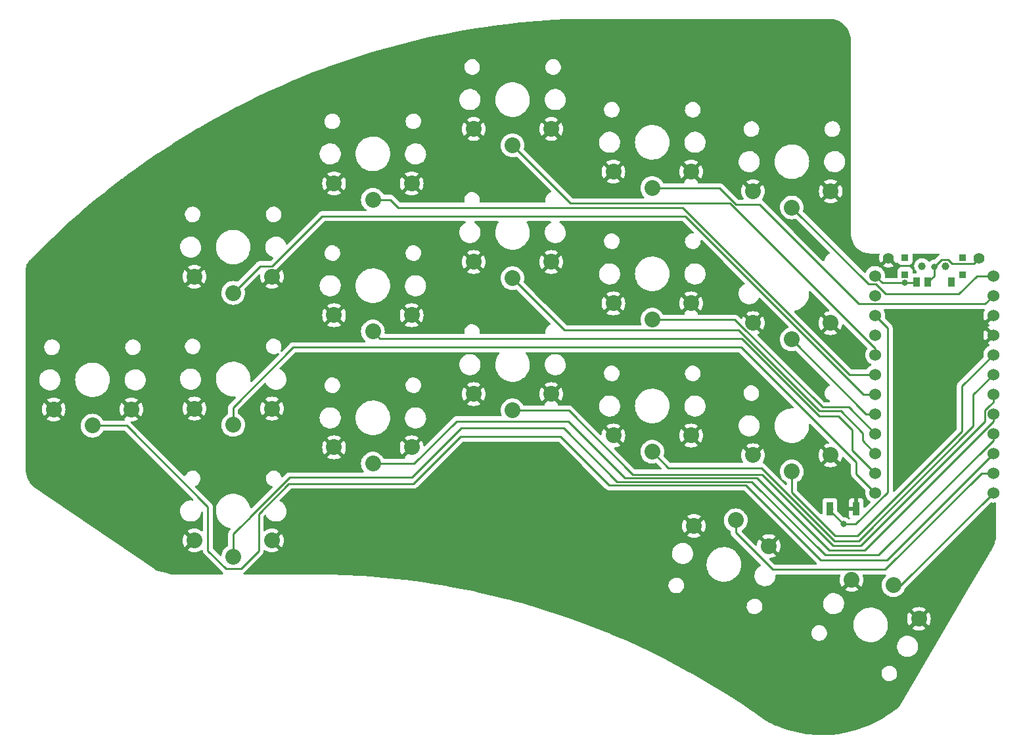
<source format=gbr>
%TF.GenerationSoftware,KiCad,Pcbnew,(6.0.5)*%
%TF.CreationDate,2022-06-20T13:52:22+01:00*%
%TF.ProjectId,Sweepy,53776565-7079-42e6-9b69-6361645f7063,rev?*%
%TF.SameCoordinates,Original*%
%TF.FileFunction,Copper,L1,Top*%
%TF.FilePolarity,Positive*%
%FSLAX46Y46*%
G04 Gerber Fmt 4.6, Leading zero omitted, Abs format (unit mm)*
G04 Created by KiCad (PCBNEW (6.0.5)) date 2022-06-20 13:52:22*
%MOMM*%
%LPD*%
G01*
G04 APERTURE LIST*
%TA.AperFunction,ComponentPad*%
%ADD10C,1.524000*%
%TD*%
%TA.AperFunction,ComponentPad*%
%ADD11C,2.032000*%
%TD*%
%TA.AperFunction,SMDPad,CuDef*%
%ADD12R,0.900000X1.700000*%
%TD*%
%TA.AperFunction,ComponentPad*%
%ADD13C,1.397000*%
%TD*%
%TA.AperFunction,WasherPad*%
%ADD14C,1.000000*%
%TD*%
%TA.AperFunction,SMDPad,CuDef*%
%ADD15R,0.900000X0.900000*%
%TD*%
%TA.AperFunction,SMDPad,CuDef*%
%ADD16R,0.900000X1.250000*%
%TD*%
%TA.AperFunction,ViaPad*%
%ADD17C,0.800000*%
%TD*%
%TA.AperFunction,Conductor*%
%ADD18C,0.250000*%
%TD*%
G04 APERTURE END LIST*
D10*
%TO.P,U1,1,TX0/D3*%
%TO.N,switch6*%
X145728935Y-52721212D03*
%TO.P,U1,2,RX1/D2*%
%TO.N,switch5*%
X145728935Y-55261212D03*
%TO.P,U1,3,GND*%
%TO.N,GND*%
X145728935Y-57801212D03*
%TO.P,U1,4,GND*%
X145728935Y-60341212D03*
%TO.P,U1,5,2/D1/SDA*%
%TO.N,switch18*%
X145728935Y-62881212D03*
%TO.P,U1,6,3/D0/SCL*%
%TO.N,switch17*%
X145728935Y-65421212D03*
%TO.P,U1,7,4/D4*%
%TO.N,switch16*%
X145728935Y-67961212D03*
%TO.P,U1,8,5/C6*%
%TO.N,switch15*%
X145728935Y-70501212D03*
%TO.P,U1,9,6/D7*%
%TO.N,switch14*%
X145728935Y-73041212D03*
%TO.P,U1,10,7/E6*%
%TO.N,switch13*%
X145728935Y-75581212D03*
%TO.P,U1,11,8/B4*%
%TO.N,switch7*%
X145728935Y-78121212D03*
%TO.P,U1,12,9/B5*%
%TO.N,switch1*%
X145728935Y-80661212D03*
%TO.P,U1,13,B6/10*%
%TO.N,switch8*%
X130508935Y-80661212D03*
%TO.P,U1,14,B2/16*%
%TO.N,switch9*%
X130508935Y-78121212D03*
%TO.P,U1,15,B3/14*%
%TO.N,switch10*%
X130508935Y-75581212D03*
%TO.P,U1,16,B1/15*%
%TO.N,switch11*%
X130508935Y-73041212D03*
%TO.P,U1,17,F7/A0*%
%TO.N,switch12*%
X130508935Y-70501212D03*
%TO.P,U1,18,F6/A1*%
%TO.N,switch2*%
X130508935Y-67961212D03*
%TO.P,U1,19,F5/A2*%
%TO.N,switch3*%
X130508935Y-65421212D03*
%TO.P,U1,20,F4/A3*%
%TO.N,switch4*%
X130508935Y-62881212D03*
%TO.P,U1,21,VCC*%
%TO.N,VCC*%
X130508935Y-60341212D03*
%TO.P,U1,22,RST*%
%TO.N,Net-(RSW1-Pad1)*%
X130508935Y-57801212D03*
%TO.P,U1,23,GND*%
%TO.N,GND*%
X130508935Y-55261212D03*
%TO.P,U1,24,RAW*%
%TO.N,Net-(PWR_SW1-Pad3)*%
X130508935Y-52721212D03*
%TD*%
D11*
%TO.P,SW16,1,1*%
%TO.N,switch16*%
X83795535Y-70051212D03*
%TO.P,SW16,2,2*%
%TO.N,GND*%
X88795535Y-67951212D03*
X78795535Y-67951212D03*
%TD*%
%TO.P,SW1,1,1*%
%TO.N,switch1*%
X132880425Y-92576875D03*
%TO.P,SW1,2,2*%
%TO.N,GND*%
X136160552Y-96895528D03*
X127500298Y-91895528D03*
%TD*%
%TO.P,SW15,1,1*%
%TO.N,switch15*%
X65795535Y-76909212D03*
%TO.P,SW15,2,2*%
%TO.N,GND*%
X70795535Y-74809212D03*
X60795535Y-74809212D03*
%TD*%
%TO.P,SW13,1,1*%
%TO.N,switch13*%
X29660425Y-72016425D03*
%TO.P,SW13,2,2*%
%TO.N,GND*%
X24660425Y-69916425D03*
X34660425Y-69916425D03*
%TD*%
%TO.P,SW17,1,1*%
%TO.N,switch17*%
X101795535Y-75385212D03*
%TO.P,SW17,2,2*%
%TO.N,GND*%
X96795535Y-73285212D03*
X106795535Y-73285212D03*
%TD*%
%TO.P,SW18,1,1*%
%TO.N,switch18*%
X119775535Y-77925212D03*
%TO.P,SW18,2,2*%
%TO.N,GND*%
X114775535Y-75825212D03*
X124775535Y-75825212D03*
%TD*%
%TO.P,SW4,1,1*%
%TO.N,switch4*%
X83795535Y-35917212D03*
%TO.P,SW4,2,2*%
%TO.N,GND*%
X88795535Y-33817212D03*
X78795535Y-33817212D03*
%TD*%
%TO.P,SW3,1,1*%
%TO.N,switch3*%
X65795535Y-42917212D03*
%TO.P,SW3,2,2*%
%TO.N,GND*%
X70795535Y-40817212D03*
X60795535Y-40817212D03*
%TD*%
%TO.P,SW9,1,1*%
%TO.N,switch9*%
X65795535Y-59891212D03*
%TO.P,SW9,2,2*%
%TO.N,GND*%
X60795535Y-57791212D03*
X70795535Y-57791212D03*
%TD*%
%TO.P,SW14,1,1*%
%TO.N,switch14*%
X47795535Y-88917212D03*
%TO.P,SW14,2,2*%
%TO.N,GND*%
X52795535Y-86817212D03*
X42795535Y-86817212D03*
%TD*%
%TO.P,SW12,1,1*%
%TO.N,switch12*%
X119775535Y-60907212D03*
%TO.P,SW12,2,2*%
%TO.N,GND*%
X124775535Y-58807212D03*
X114775535Y-58807212D03*
%TD*%
%TO.P,SW11,1,1*%
%TO.N,switch11*%
X101795535Y-58367212D03*
%TO.P,SW11,2,2*%
%TO.N,GND*%
X96795535Y-56267212D03*
X106795535Y-56267212D03*
%TD*%
%TO.P,SW8,1,1*%
%TO.N,switch8*%
X47795535Y-71917212D03*
%TO.P,SW8,2,2*%
%TO.N,GND*%
X42795535Y-69817212D03*
X52795535Y-69817212D03*
%TD*%
%TO.P,SW6,1,1*%
%TO.N,switch6*%
X119795535Y-43917212D03*
%TO.P,SW6,2,2*%
%TO.N,GND*%
X124795535Y-41817212D03*
X114795535Y-41817212D03*
%TD*%
%TO.P,SW5,1,1*%
%TO.N,switch5*%
X101795535Y-41417212D03*
%TO.P,SW5,2,2*%
%TO.N,GND*%
X96795535Y-39317212D03*
X106795535Y-39317212D03*
%TD*%
%TO.P,SW2,1,1*%
%TO.N,switch2*%
X47795535Y-54917212D03*
%TO.P,SW2,2,2*%
%TO.N,GND*%
X42795535Y-52817212D03*
X52795535Y-52817212D03*
%TD*%
D12*
%TO.P,RSW1,1,1*%
%TO.N,Net-(RSW1-Pad1)*%
X124679535Y-82693212D03*
%TO.P,RSW1,2,2*%
%TO.N,GND*%
X128079535Y-82693212D03*
%TD*%
D11*
%TO.P,SW10,1,1*%
%TO.N,switch10*%
X83795535Y-53033212D03*
%TO.P,SW10,2,2*%
%TO.N,GND*%
X88795535Y-50933212D03*
X78795535Y-50933212D03*
%TD*%
D13*
%TO.P,BT_V1,1,1*%
%TO.N,Net-(BT_V1-Pad1)*%
X143905535Y-50435212D03*
%TD*%
%TO.P,BT_GND1,1,1*%
%TO.N,GND*%
X132221535Y-50435212D03*
%TD*%
D14*
%TO.P,PWR_SW1,*%
%TO.N,*%
X139566802Y-51454137D03*
X136566802Y-51454137D03*
D15*
%TO.P,PWR_SW1,0*%
%TO.N,N/C*%
X141766802Y-52554137D03*
X134366802Y-52554137D03*
X141766802Y-50354137D03*
X134366802Y-50354137D03*
D16*
%TO.P,PWR_SW1,1,A*%
X140316802Y-53529137D03*
%TO.P,PWR_SW1,2,B*%
%TO.N,Net-(BT_V1-Pad1)*%
X137316802Y-53529137D03*
%TO.P,PWR_SW1,3,C*%
%TO.N,Net-(PWR_SW1-Pad3)*%
X135816802Y-53529137D03*
%TD*%
D11*
%TO.P,SW7,1,1*%
%TO.N,switch7*%
X112547457Y-84197463D03*
%TO.P,SW7,2,2*%
%TO.N,GND*%
X107174308Y-84931812D03*
X116833567Y-87520002D03*
%TD*%
D14*
%TO.P,PWR_SW1,*%
%TO.N,*%
X139563535Y-51451212D03*
X136563535Y-51451212D03*
%TD*%
D17*
%TO.N,Net-(BT_V1-Pad1)*%
X138106802Y-51571637D03*
%TO.N,Net-(RSW1-Pad1)*%
X126426802Y-84711637D03*
%TO.N,Net-(PWR_SW1-Pad3)*%
X134346802Y-53631637D03*
%TD*%
D18*
%TO.N,Net-(BT_V1-Pad1)*%
X143207035Y-51133712D02*
X140454727Y-51133712D01*
X143905535Y-50435212D02*
X143207035Y-51133712D01*
X140454727Y-51133712D02*
X139947706Y-50626691D01*
X138659109Y-51029330D02*
X138116802Y-51571637D01*
X138116802Y-51571637D02*
X138106802Y-51571637D01*
X138106802Y-51571637D02*
X138106802Y-52739137D01*
X139061748Y-50626691D02*
X138659109Y-51029330D01*
X139947706Y-50626691D02*
X139061748Y-50626691D01*
X138106802Y-52739137D02*
X137316802Y-53529137D01*
%TO.N,Net-(RSW1-Pad1)*%
X132136802Y-80569905D02*
X127995070Y-84711637D01*
X124985227Y-82693212D02*
X124679535Y-82693212D01*
X127995070Y-84711637D02*
X126426802Y-84711637D01*
X132136802Y-59429079D02*
X132136802Y-59701637D01*
X132136802Y-78029905D02*
X132136802Y-80569905D01*
X124679535Y-82964370D02*
X124679535Y-82693212D01*
X130508935Y-57801212D02*
X132136802Y-59429079D01*
X126426802Y-84711637D02*
X124679535Y-82964370D01*
X132136802Y-59701637D02*
X132136802Y-78029905D01*
%TO.N,switch1*%
X145728935Y-80661212D02*
X133813272Y-92576875D01*
X133813272Y-92576875D02*
X132880425Y-92576875D01*
%TO.N,switch6*%
X143657227Y-52721212D02*
X141296802Y-55081637D01*
X129686046Y-53807723D02*
X119795535Y-43917212D01*
X131865920Y-55081637D02*
X130592006Y-53807723D01*
X145728935Y-52721212D02*
X143657227Y-52721212D01*
X130592006Y-53807723D02*
X129686046Y-53807723D01*
X141296802Y-55081637D02*
X131865920Y-55081637D01*
%TO.N,switch11*%
X123714190Y-69641637D02*
X127109360Y-69641637D01*
X127109360Y-69641637D02*
X130508935Y-73041212D01*
X112439765Y-58367212D02*
X101795535Y-58367212D01*
X123714190Y-69641637D02*
X112439765Y-58367212D01*
%TO.N,switch16*%
X144642424Y-71476015D02*
X128646802Y-87471637D01*
X145293738Y-69414701D02*
X145278886Y-69414701D01*
X91026802Y-70031637D02*
X91007227Y-70051212D01*
X91007227Y-70051212D02*
X83795535Y-70051212D01*
X115936802Y-78321637D02*
X99316802Y-78321637D01*
X145728935Y-67961212D02*
X145728935Y-68979504D01*
X99316802Y-78321637D02*
X91026802Y-70031637D01*
X125086802Y-87471637D02*
X115936802Y-78321637D01*
X145728935Y-68979504D02*
X145293738Y-69414701D01*
X128646802Y-87471637D02*
X125086802Y-87471637D01*
X145278886Y-69414701D02*
X144642424Y-70051163D01*
X144642424Y-70051163D02*
X144642424Y-71476015D01*
%TO.N,switch2*%
X130508935Y-67961212D02*
X128962543Y-67961212D01*
X51236046Y-51476701D02*
X47795535Y-54917212D01*
X106045522Y-45044191D02*
X59269312Y-45044191D01*
X128962543Y-67961212D02*
X106045522Y-45044191D01*
X52836802Y-51476701D02*
X51236046Y-51476701D01*
X59269312Y-45044191D02*
X52836802Y-51476701D01*
%TO.N,switch7*%
X144235638Y-78121212D02*
X131801833Y-90555017D01*
X117301112Y-90555017D02*
X112547457Y-85801362D01*
X112547457Y-85801362D02*
X112547457Y-84197463D01*
X131801833Y-90555017D02*
X117301112Y-90555017D01*
X145728935Y-78121212D02*
X144235638Y-78121212D01*
%TO.N,switch12*%
X130508935Y-70501212D02*
X129369535Y-70501212D01*
X129369535Y-70501212D02*
X119775535Y-60907212D01*
%TO.N,switch17*%
X115866802Y-77441637D02*
X103851960Y-77441637D01*
X103851960Y-77441637D02*
X101795535Y-75385212D01*
X143176802Y-67973345D02*
X143176802Y-72061637D01*
X145728935Y-65421212D02*
X143176802Y-67973345D01*
X125266802Y-86841637D02*
X115866802Y-77441637D01*
X143176802Y-72061637D02*
X128396802Y-86841637D01*
X128396802Y-86841637D02*
X125266802Y-86841637D01*
%TO.N,switch3*%
X68032377Y-42917212D02*
X65795535Y-42917212D01*
X69026802Y-43911637D02*
X68032377Y-42917212D01*
X105725637Y-43911637D02*
X69026802Y-43911637D01*
X127235212Y-65421212D02*
X105725637Y-43911637D01*
X130508935Y-65421212D02*
X127235212Y-65421212D01*
%TO.N,switch8*%
X128056802Y-76746709D02*
X113211730Y-61901637D01*
X130508935Y-80661212D02*
X128056802Y-78209079D01*
X128056802Y-78209079D02*
X128056802Y-76746709D01*
X55546802Y-61901637D02*
X47795535Y-69652904D01*
X47795535Y-69652904D02*
X47795535Y-71917212D01*
X113211730Y-61901637D02*
X55546802Y-61901637D01*
%TO.N,switch13*%
X51070425Y-83376425D02*
X51070425Y-88136425D01*
X54950425Y-79496425D02*
X51070425Y-83376425D01*
X90000425Y-73436425D02*
X77100425Y-73436425D01*
X71040425Y-79496425D02*
X54950425Y-79496425D01*
X96270425Y-79706425D02*
X90000425Y-73436425D01*
X46830425Y-90416425D02*
X44530425Y-88116425D01*
X51070425Y-88136425D02*
X48790425Y-90416425D01*
X34080425Y-72016425D02*
X29660425Y-72016425D01*
X145728935Y-75581212D02*
X132013722Y-89296425D01*
X48790425Y-90416425D02*
X46830425Y-90416425D01*
X44530425Y-82466425D02*
X34080425Y-72016425D01*
X77100425Y-73436425D02*
X71040425Y-79496425D01*
X132013722Y-89296425D02*
X123470425Y-89296425D01*
X44530425Y-88116425D02*
X44530425Y-82466425D01*
X123470425Y-89296425D02*
X113880425Y-79706425D01*
X113880425Y-79706425D02*
X96270425Y-79706425D01*
%TO.N,switch18*%
X125396802Y-86191637D02*
X119775535Y-80570370D01*
X128206802Y-86191637D02*
X125396802Y-86191637D01*
X119775535Y-80570370D02*
X119775535Y-77925212D01*
X141686802Y-72711637D02*
X128206802Y-86191637D01*
X145728935Y-62881212D02*
X141686802Y-66923345D01*
X141686802Y-66923345D02*
X141686802Y-72711637D01*
%TO.N,switch4*%
X83795535Y-35917212D02*
X91249960Y-43371637D01*
X91249960Y-43371637D02*
X111771084Y-43371637D01*
X111771084Y-43371637D02*
X130508935Y-62109488D01*
X130508935Y-62109488D02*
X130508935Y-62881212D01*
%TO.N,switch9*%
X127556802Y-72573471D02*
X125746548Y-70763217D01*
X125746548Y-70763217D02*
X123302664Y-70763217D01*
X130508935Y-78121212D02*
X127556802Y-75169079D01*
X127556802Y-75169079D02*
X127556802Y-72573471D01*
X123302664Y-70763217D02*
X113360480Y-60821033D01*
X113360480Y-60821033D02*
X66725356Y-60821033D01*
X66725356Y-60821033D02*
X65795535Y-59891212D01*
%TO.N,switch14*%
X130986802Y-88661637D02*
X145728935Y-73919504D01*
X49884556Y-83882514D02*
X49884556Y-83852294D01*
X55055213Y-78681637D02*
X70806802Y-78681637D01*
X48630617Y-85106233D02*
X48660837Y-85106233D01*
X124076802Y-88661637D02*
X130986802Y-88661637D01*
X97275842Y-79220677D02*
X114635842Y-79220677D01*
X114635842Y-79220677D02*
X124076802Y-88661637D01*
X47795535Y-88917212D02*
X47795535Y-85941315D01*
X77156802Y-72331637D02*
X90386802Y-72331637D01*
X48660837Y-85106233D02*
X49884556Y-83882514D01*
X49884556Y-83852294D02*
X55055213Y-78681637D01*
X145728935Y-73919504D02*
X145728935Y-73041212D01*
X90386802Y-72331637D02*
X97275842Y-79220677D01*
X47795535Y-85941315D02*
X48630617Y-85106233D01*
X70806802Y-78681637D02*
X77156802Y-72331637D01*
%TO.N,switch5*%
X110452377Y-41417212D02*
X101795535Y-41417212D01*
X115626802Y-43531637D02*
X112566802Y-43531637D01*
X112566802Y-43531637D02*
X110452377Y-41417212D01*
X128442888Y-56347723D02*
X115626802Y-43531637D01*
X145728935Y-55261212D02*
X144642424Y-56347723D01*
X144642424Y-56347723D02*
X128442888Y-56347723D01*
%TO.N,switch10*%
X90470046Y-59707723D02*
X83795535Y-53033212D01*
X126082800Y-70151637D02*
X128886802Y-72955639D01*
X130508935Y-75581212D02*
X128886802Y-73959079D01*
X123326802Y-70151637D02*
X112882888Y-59707723D01*
X130508935Y-75525604D02*
X130508935Y-75581212D01*
X112882888Y-59707723D02*
X90470046Y-59707723D01*
X128886802Y-73959079D02*
X128886802Y-72955639D01*
X123326802Y-70151637D02*
X126082800Y-70151637D01*
%TO.N,switch15*%
X98296322Y-78771157D02*
X90966802Y-71441637D01*
X71109227Y-76909212D02*
X65795535Y-76909212D01*
X145728935Y-71459504D02*
X129126802Y-88061637D01*
X129126802Y-88061637D02*
X124586802Y-88061637D01*
X90966802Y-71441637D02*
X76576802Y-71441637D01*
X145728935Y-70501212D02*
X145728935Y-71459504D01*
X76576802Y-71441637D02*
X71109227Y-76909212D01*
X115296322Y-78771157D02*
X98296322Y-78771157D01*
X124586802Y-88061637D02*
X115296322Y-78771157D01*
%TO.N,Net-(PWR_SW1-Pad3)*%
X130508935Y-52721212D02*
X131419360Y-53631637D01*
X135714302Y-53631637D02*
X135816802Y-53529137D01*
X131419360Y-53631637D02*
X134346802Y-53631637D01*
X134346802Y-53631637D02*
X135714302Y-53631637D01*
%TD*%
%TA.AperFunction,Conductor*%
%TO.N,GND*%
G36*
X89753952Y-74089927D02*
G01*
X89774926Y-74106830D01*
X92795746Y-77127651D01*
X95766773Y-80098678D01*
X95774313Y-80106964D01*
X95778425Y-80113443D01*
X95784202Y-80118868D01*
X95828076Y-80160068D01*
X95830918Y-80162823D01*
X95850655Y-80182560D01*
X95853852Y-80185040D01*
X95862872Y-80192743D01*
X95895104Y-80223011D01*
X95902050Y-80226830D01*
X95902053Y-80226832D01*
X95912859Y-80232773D01*
X95929378Y-80243624D01*
X95945384Y-80256039D01*
X95952653Y-80259184D01*
X95952657Y-80259187D01*
X95985962Y-80273599D01*
X95996612Y-80278816D01*
X96035365Y-80300120D01*
X96043040Y-80302091D01*
X96043041Y-80302091D01*
X96054987Y-80305158D01*
X96073692Y-80311562D01*
X96092280Y-80319606D01*
X96100103Y-80320845D01*
X96100113Y-80320848D01*
X96135949Y-80326524D01*
X96147569Y-80328930D01*
X96182714Y-80337953D01*
X96190395Y-80339925D01*
X96210649Y-80339925D01*
X96230359Y-80341476D01*
X96250368Y-80344645D01*
X96258260Y-80343899D01*
X96294386Y-80340484D01*
X96306244Y-80339925D01*
X113565831Y-80339925D01*
X113633952Y-80359927D01*
X113654926Y-80376830D01*
X122966773Y-89688678D01*
X122974313Y-89696964D01*
X122978425Y-89703443D01*
X122984202Y-89708868D01*
X122989256Y-89714977D01*
X122986585Y-89717186D01*
X123014600Y-89764761D01*
X123011831Y-89835704D01*
X122971147Y-89893887D01*
X122905465Y-89920839D01*
X122892411Y-89921517D01*
X117615707Y-89921517D01*
X117547586Y-89901515D01*
X117526612Y-89884612D01*
X116894400Y-89252400D01*
X116860374Y-89190088D01*
X116865439Y-89119273D01*
X116907986Y-89062437D01*
X116973610Y-89037693D01*
X117067775Y-89030282D01*
X117077523Y-89028739D01*
X117301153Y-88975049D01*
X117310538Y-88972000D01*
X117523014Y-88883990D01*
X117531808Y-88879509D01*
X117703650Y-88774205D01*
X117713110Y-88763749D01*
X117709326Y-88754971D01*
X116475489Y-87521134D01*
X117197975Y-87521134D01*
X117198106Y-87522967D01*
X117202357Y-87529582D01*
X118065493Y-88392718D01*
X118077873Y-88399478D01*
X118085523Y-88393751D01*
X118193074Y-88218243D01*
X118197555Y-88209449D01*
X118285565Y-87996973D01*
X118288614Y-87987588D01*
X118342304Y-87763958D01*
X118343847Y-87754211D01*
X118361892Y-87524932D01*
X118361892Y-87515072D01*
X118343847Y-87285793D01*
X118342304Y-87276046D01*
X118288614Y-87052416D01*
X118285565Y-87043031D01*
X118197555Y-86830555D01*
X118193074Y-86821761D01*
X118087770Y-86649919D01*
X118077314Y-86640459D01*
X118068536Y-86644243D01*
X117205589Y-87507190D01*
X117197975Y-87521134D01*
X116475489Y-87521134D01*
X115601641Y-86647286D01*
X115589261Y-86640526D01*
X115581611Y-86646253D01*
X115474060Y-86821761D01*
X115469579Y-86830555D01*
X115381569Y-87043031D01*
X115378520Y-87052416D01*
X115324830Y-87276046D01*
X115323287Y-87285794D01*
X115315876Y-87379959D01*
X115290591Y-87446301D01*
X115233453Y-87488441D01*
X115162603Y-87493000D01*
X115101169Y-87459169D01*
X113918255Y-86276255D01*
X115954024Y-86276255D01*
X115957808Y-86285033D01*
X116820755Y-87147980D01*
X116834699Y-87155594D01*
X116836532Y-87155463D01*
X116843147Y-87151212D01*
X117706283Y-86288076D01*
X117713043Y-86275696D01*
X117707316Y-86268046D01*
X117531808Y-86160495D01*
X117523014Y-86156014D01*
X117310538Y-86068004D01*
X117301153Y-86064955D01*
X117077523Y-86011265D01*
X117067776Y-86009722D01*
X116838497Y-85991677D01*
X116828637Y-85991677D01*
X116599358Y-86009722D01*
X116589611Y-86011265D01*
X116365981Y-86064955D01*
X116356596Y-86068004D01*
X116144120Y-86156014D01*
X116135326Y-86160495D01*
X115963484Y-86265799D01*
X115954024Y-86276255D01*
X113918255Y-86276255D01*
X113330105Y-85688105D01*
X113296079Y-85625793D01*
X113301144Y-85554978D01*
X113343691Y-85498142D01*
X113353365Y-85491578D01*
X113442081Y-85437212D01*
X113446306Y-85434623D01*
X113487200Y-85399697D01*
X113625013Y-85281994D01*
X113628775Y-85278781D01*
X113784617Y-85096312D01*
X113909997Y-84891712D01*
X113935153Y-84830981D01*
X113999932Y-84674589D01*
X113999933Y-84674587D01*
X114001826Y-84670016D01*
X114026461Y-84567404D01*
X114056689Y-84441498D01*
X114056690Y-84441492D01*
X114057844Y-84436685D01*
X114076671Y-84197463D01*
X114057844Y-83958241D01*
X114056690Y-83953434D01*
X114056689Y-83953428D01*
X114015356Y-83781266D01*
X114001826Y-83724910D01*
X113991461Y-83699886D01*
X113911891Y-83507786D01*
X113911890Y-83507784D01*
X113909997Y-83503214D01*
X113784617Y-83298614D01*
X113628775Y-83116145D01*
X113494609Y-83001557D01*
X113450074Y-82963521D01*
X113450073Y-82963520D01*
X113446306Y-82960303D01*
X113241706Y-82834923D01*
X113237136Y-82833030D01*
X113237134Y-82833029D01*
X113024583Y-82744988D01*
X113024581Y-82744987D01*
X113020010Y-82743094D01*
X112920243Y-82719142D01*
X112791492Y-82688231D01*
X112791486Y-82688230D01*
X112786679Y-82687076D01*
X112547457Y-82668249D01*
X112308235Y-82687076D01*
X112303428Y-82688230D01*
X112303422Y-82688231D01*
X112174671Y-82719142D01*
X112074904Y-82743094D01*
X112070333Y-82744987D01*
X112070331Y-82744988D01*
X111857780Y-82833029D01*
X111857778Y-82833030D01*
X111853208Y-82834923D01*
X111648608Y-82960303D01*
X111644841Y-82963520D01*
X111644840Y-82963521D01*
X111600305Y-83001557D01*
X111466139Y-83116145D01*
X111310297Y-83298614D01*
X111184917Y-83503214D01*
X111183024Y-83507784D01*
X111183023Y-83507786D01*
X111103453Y-83699886D01*
X111093088Y-83724910D01*
X111079558Y-83781266D01*
X111038225Y-83953428D01*
X111038224Y-83953434D01*
X111037070Y-83958241D01*
X111018243Y-84197463D01*
X111037070Y-84436685D01*
X111038224Y-84441492D01*
X111038225Y-84441498D01*
X111068453Y-84567404D01*
X111093088Y-84670016D01*
X111094981Y-84674587D01*
X111094982Y-84674589D01*
X111159762Y-84830981D01*
X111184917Y-84891712D01*
X111310297Y-85096312D01*
X111466139Y-85278781D01*
X111469901Y-85281994D01*
X111607715Y-85399697D01*
X111648608Y-85434623D01*
X111785875Y-85518741D01*
X111853208Y-85560003D01*
X111852027Y-85561931D01*
X111896813Y-85604279D01*
X111913957Y-85667733D01*
X111913957Y-85722595D01*
X111913430Y-85733778D01*
X111911755Y-85741271D01*
X111912004Y-85749197D01*
X111912004Y-85749198D01*
X111913895Y-85809348D01*
X111913957Y-85813307D01*
X111913957Y-85841218D01*
X111914454Y-85845152D01*
X111914454Y-85845153D01*
X111914462Y-85845218D01*
X111915395Y-85857055D01*
X111916784Y-85901251D01*
X111922435Y-85920701D01*
X111926444Y-85940062D01*
X111928983Y-85960159D01*
X111931902Y-85967530D01*
X111931902Y-85967532D01*
X111945261Y-86001274D01*
X111949106Y-86012504D01*
X111961439Y-86054955D01*
X111965472Y-86061774D01*
X111965474Y-86061779D01*
X111971750Y-86072390D01*
X111980445Y-86090138D01*
X111987905Y-86108979D01*
X111992567Y-86115395D01*
X111992567Y-86115396D01*
X112013893Y-86144749D01*
X112020409Y-86154669D01*
X112032764Y-86175559D01*
X112042915Y-86192724D01*
X112057236Y-86207045D01*
X112070076Y-86222078D01*
X112081985Y-86238469D01*
X112088091Y-86243520D01*
X112116062Y-86266660D01*
X112124841Y-86274650D01*
X115753174Y-89902983D01*
X115787200Y-89965295D01*
X115782135Y-90036110D01*
X115739588Y-90092946D01*
X115715831Y-90106960D01*
X115669502Y-90127829D01*
X115665082Y-90130805D01*
X115665078Y-90130807D01*
X115650531Y-90140601D01*
X115478132Y-90256668D01*
X115311205Y-90415908D01*
X115173496Y-90600996D01*
X115068940Y-90806642D01*
X115041510Y-90894981D01*
X115002112Y-91021860D01*
X115002111Y-91021866D01*
X115000528Y-91026963D01*
X114990063Y-91105920D01*
X114973946Y-91227528D01*
X114970217Y-91255662D01*
X114970417Y-91260992D01*
X114970417Y-91260993D01*
X114971925Y-91301160D01*
X114978871Y-91486198D01*
X115026245Y-91711980D01*
X115028203Y-91716939D01*
X115028204Y-91716941D01*
X115050642Y-91773757D01*
X115110984Y-91926552D01*
X115230664Y-92123779D01*
X115234161Y-92127809D01*
X115362654Y-92275884D01*
X115381864Y-92298022D01*
X115385995Y-92301409D01*
X115556132Y-92440914D01*
X115556138Y-92440918D01*
X115560260Y-92444298D01*
X115760752Y-92558424D01*
X115765768Y-92560245D01*
X115765773Y-92560247D01*
X115972592Y-92635319D01*
X115972596Y-92635320D01*
X115977607Y-92637139D01*
X115982856Y-92638088D01*
X115982859Y-92638089D01*
X116200540Y-92677452D01*
X116200547Y-92677453D01*
X116204624Y-92678190D01*
X116222361Y-92679026D01*
X116227309Y-92679260D01*
X116227316Y-92679260D01*
X116228797Y-92679330D01*
X116390942Y-92679330D01*
X116457898Y-92673649D01*
X116557579Y-92665191D01*
X116557583Y-92665190D01*
X116562890Y-92664740D01*
X116568045Y-92663402D01*
X116568051Y-92663401D01*
X116781020Y-92608125D01*
X116781024Y-92608124D01*
X116786189Y-92606783D01*
X116791055Y-92604591D01*
X116791058Y-92604590D01*
X116991666Y-92514223D01*
X116996532Y-92512031D01*
X117000952Y-92509055D01*
X117000956Y-92509053D01*
X117110291Y-92435443D01*
X117187902Y-92383192D01*
X117354829Y-92223952D01*
X117403900Y-92157998D01*
X117489354Y-92043144D01*
X117489356Y-92043141D01*
X117492538Y-92038864D01*
X117547322Y-91931113D01*
X117594675Y-91837976D01*
X117594675Y-91837975D01*
X117597094Y-91833218D01*
X117646453Y-91674258D01*
X117663922Y-91618000D01*
X117663923Y-91617994D01*
X117665506Y-91612897D01*
X117686030Y-91458042D01*
X117695117Y-91389483D01*
X117695117Y-91389478D01*
X117695817Y-91384198D01*
X117694882Y-91359284D01*
X117693379Y-91319243D01*
X117710812Y-91250420D01*
X117762686Y-91201947D01*
X117819290Y-91188517D01*
X125955013Y-91188517D01*
X126023134Y-91208519D01*
X126069627Y-91262175D01*
X126079731Y-91332449D01*
X126071422Y-91362734D01*
X126048302Y-91418552D01*
X126045251Y-91427942D01*
X125991561Y-91651572D01*
X125990018Y-91661319D01*
X125971973Y-91890598D01*
X125971973Y-91900458D01*
X125990018Y-92129737D01*
X125991561Y-92139484D01*
X126045251Y-92363114D01*
X126048300Y-92372499D01*
X126136310Y-92584975D01*
X126140791Y-92593769D01*
X126246095Y-92765611D01*
X126256551Y-92775071D01*
X126265329Y-92771287D01*
X127411203Y-91625413D01*
X127473515Y-91591387D01*
X127544330Y-91596452D01*
X127589393Y-91625413D01*
X128732224Y-92768244D01*
X128744604Y-92775004D01*
X128752254Y-92769277D01*
X128859805Y-92593769D01*
X128864286Y-92584975D01*
X128952296Y-92372499D01*
X128955345Y-92363114D01*
X129009035Y-92139484D01*
X129010578Y-92129737D01*
X129028623Y-91900458D01*
X129028623Y-91890598D01*
X129010578Y-91661319D01*
X129009035Y-91651572D01*
X128955345Y-91427942D01*
X128952294Y-91418552D01*
X128929174Y-91362734D01*
X128921585Y-91292145D01*
X128953365Y-91228658D01*
X129014423Y-91192431D01*
X129045583Y-91188517D01*
X131723066Y-91188517D01*
X131734249Y-91189044D01*
X131741742Y-91190719D01*
X131749668Y-91190470D01*
X131749669Y-91190470D01*
X131809819Y-91188579D01*
X131813778Y-91188517D01*
X131817068Y-91188517D01*
X131885189Y-91208519D01*
X131931682Y-91262175D01*
X131941786Y-91332449D01*
X131912292Y-91397029D01*
X131898898Y-91410328D01*
X131799107Y-91495557D01*
X131795894Y-91499319D01*
X131698577Y-91613264D01*
X131643265Y-91678026D01*
X131517885Y-91882626D01*
X131515992Y-91887196D01*
X131515991Y-91887198D01*
X131438896Y-92073323D01*
X131426056Y-92104322D01*
X131411086Y-92166675D01*
X131371193Y-92332840D01*
X131371192Y-92332846D01*
X131370038Y-92337653D01*
X131351211Y-92576875D01*
X131370038Y-92816097D01*
X131371192Y-92820904D01*
X131371193Y-92820910D01*
X131380385Y-92859196D01*
X131426056Y-93049428D01*
X131427949Y-93053999D01*
X131427950Y-93054001D01*
X131470788Y-93157420D01*
X131517885Y-93271124D01*
X131643265Y-93475724D01*
X131646482Y-93479491D01*
X131646483Y-93479492D01*
X131729843Y-93577095D01*
X131799107Y-93658193D01*
X131802869Y-93661406D01*
X131926909Y-93767345D01*
X131981576Y-93814035D01*
X132186176Y-93939415D01*
X132190746Y-93941308D01*
X132190748Y-93941309D01*
X132403299Y-94029350D01*
X132407872Y-94031244D01*
X132489462Y-94050832D01*
X132636390Y-94086107D01*
X132636396Y-94086108D01*
X132641203Y-94087262D01*
X132880425Y-94106089D01*
X133119647Y-94087262D01*
X133124454Y-94086108D01*
X133124460Y-94086107D01*
X133271388Y-94050832D01*
X133352978Y-94031244D01*
X133357551Y-94029350D01*
X133570102Y-93941309D01*
X133570104Y-93941308D01*
X133574674Y-93939415D01*
X133779274Y-93814035D01*
X133833942Y-93767345D01*
X133957981Y-93661406D01*
X133961743Y-93658193D01*
X134031007Y-93577095D01*
X134114367Y-93479492D01*
X134114368Y-93479491D01*
X134117585Y-93475724D01*
X134242965Y-93271124D01*
X134290063Y-93157420D01*
X134332900Y-93054001D01*
X134332901Y-93053999D01*
X134334794Y-93049428D01*
X134335950Y-93044614D01*
X134335952Y-93044607D01*
X134357515Y-92954793D01*
X134390938Y-92895113D01*
X145346713Y-81939338D01*
X145409025Y-81905312D01*
X145468419Y-81906726D01*
X145491293Y-81912855D01*
X145507472Y-81917190D01*
X145728935Y-81936565D01*
X145950398Y-81917190D01*
X145955712Y-81915766D01*
X145961129Y-81914811D01*
X145961365Y-81916148D01*
X146025836Y-81917677D01*
X146084635Y-81957466D01*
X146112589Y-82022727D01*
X146113482Y-82037742D01*
X146112236Y-85596454D01*
X146111960Y-86386859D01*
X146111949Y-86416872D01*
X146108843Y-86444631D01*
X146062996Y-86647286D01*
X146038485Y-86755628D01*
X146036258Y-86764091D01*
X145952402Y-87043031D01*
X145930047Y-87117391D01*
X145927236Y-87125685D01*
X145805980Y-87446301D01*
X145796733Y-87470750D01*
X145793353Y-87478826D01*
X145751923Y-87568898D01*
X145639184Y-87813996D01*
X145635249Y-87821822D01*
X145625491Y-87839656D01*
X145468607Y-88126383D01*
X145458169Y-88145459D01*
X145453702Y-88152989D01*
X145279889Y-88424042D01*
X145276198Y-88429798D01*
X145261510Y-88448536D01*
X145251474Y-88459107D01*
X145247369Y-88467089D01*
X145247369Y-88467090D01*
X145226017Y-88508614D01*
X145222595Y-88514831D01*
X142238985Y-93591615D01*
X133726734Y-108075695D01*
X133699369Y-108108146D01*
X133416919Y-108346513D01*
X133204418Y-108525847D01*
X133199615Y-108529702D01*
X132720460Y-108895295D01*
X132610582Y-108979131D01*
X132605564Y-108982768D01*
X131995160Y-109402677D01*
X131989986Y-109406052D01*
X131359626Y-109795469D01*
X131354296Y-109798582D01*
X130705614Y-110156496D01*
X130700116Y-110159356D01*
X130034599Y-110484949D01*
X130028967Y-110487535D01*
X129691126Y-110632690D01*
X129348228Y-110780018D01*
X129342511Y-110782310D01*
X129084796Y-110878320D01*
X128648213Y-111040966D01*
X128642354Y-111042986D01*
X127936192Y-111267185D01*
X127930241Y-111268914D01*
X127213930Y-111458113D01*
X127207901Y-111459548D01*
X126898035Y-111525283D01*
X126483122Y-111613303D01*
X126477066Y-111614433D01*
X126097900Y-111675563D01*
X125745587Y-111732364D01*
X125739447Y-111733199D01*
X125003104Y-111815016D01*
X124996929Y-111815549D01*
X124599450Y-111840011D01*
X124257440Y-111861059D01*
X124251255Y-111861288D01*
X123923568Y-111865310D01*
X123510392Y-111870382D01*
X123504194Y-111870305D01*
X122763822Y-111842960D01*
X122757637Y-111842579D01*
X122019487Y-111778860D01*
X122013327Y-111778175D01*
X121676806Y-111732364D01*
X121279219Y-111678240D01*
X121273115Y-111677256D01*
X120544766Y-111541336D01*
X120538706Y-111540050D01*
X120200508Y-111459548D01*
X119817949Y-111368487D01*
X119811982Y-111366910D01*
X119100539Y-111160115D01*
X119094632Y-111158240D01*
X118394197Y-110916705D01*
X118388390Y-110914541D01*
X118049750Y-110778790D01*
X117700689Y-110638861D01*
X117695015Y-110636422D01*
X117021688Y-110327254D01*
X117016151Y-110324544D01*
X116414746Y-110011720D01*
X116400322Y-110002941D01*
X115550935Y-109404434D01*
X114828378Y-108895295D01*
X114828345Y-108895272D01*
X114827821Y-108894903D01*
X114725376Y-108825639D01*
X113224866Y-107811133D01*
X113224825Y-107811106D01*
X113224343Y-107810780D01*
X111600221Y-106757834D01*
X111360399Y-106608853D01*
X109956541Y-105736758D01*
X109956528Y-105736750D01*
X109956061Y-105736460D01*
X108292477Y-104747039D01*
X106949485Y-103983020D01*
X131343306Y-103983020D01*
X131373800Y-104184654D01*
X131444215Y-104376038D01*
X131551676Y-104549354D01*
X131691792Y-104697523D01*
X131697022Y-104701185D01*
X131697023Y-104701186D01*
X131853606Y-104810826D01*
X131858839Y-104814490D01*
X132045994Y-104895479D01*
X132052242Y-104896784D01*
X132052241Y-104896784D01*
X132240866Y-104936191D01*
X132240870Y-104936191D01*
X132245611Y-104937182D01*
X132250448Y-104937435D01*
X132250452Y-104937436D01*
X132250518Y-104937439D01*
X132252290Y-104937532D01*
X132402045Y-104937532D01*
X132474691Y-104930153D01*
X132547612Y-104922746D01*
X132547613Y-104922746D01*
X132553961Y-104922101D01*
X132748556Y-104861118D01*
X132926915Y-104762253D01*
X133081751Y-104629542D01*
X133206739Y-104468408D01*
X133296774Y-104285433D01*
X133298384Y-104279253D01*
X133346568Y-104094273D01*
X133346568Y-104094270D01*
X133348178Y-104088091D01*
X133358850Y-103884444D01*
X133328356Y-103682810D01*
X133257941Y-103491426D01*
X133150480Y-103318110D01*
X133010364Y-103169941D01*
X132913503Y-103102118D01*
X132848550Y-103056638D01*
X132848549Y-103056637D01*
X132843317Y-103052974D01*
X132656162Y-102971985D01*
X132605705Y-102961444D01*
X132461290Y-102931273D01*
X132461286Y-102931273D01*
X132456545Y-102930282D01*
X132451708Y-102930029D01*
X132451704Y-102930028D01*
X132451638Y-102930025D01*
X132449866Y-102929932D01*
X132300111Y-102929932D01*
X132227465Y-102937311D01*
X132154544Y-102944718D01*
X132154543Y-102944718D01*
X132148195Y-102945363D01*
X131953600Y-103006346D01*
X131775241Y-103105211D01*
X131620405Y-103237922D01*
X131495417Y-103399056D01*
X131405382Y-103582031D01*
X131403773Y-103588209D01*
X131403772Y-103588211D01*
X131380693Y-103676814D01*
X131353978Y-103779373D01*
X131343306Y-103983020D01*
X106949485Y-103983020D01*
X106938267Y-103976638D01*
X106610675Y-103790273D01*
X106610646Y-103790257D01*
X106610089Y-103789940D01*
X106568369Y-103767261D01*
X104910099Y-102865831D01*
X104910060Y-102865810D01*
X104909526Y-102865520D01*
X104909000Y-102865247D01*
X104908949Y-102865220D01*
X103191983Y-101974414D01*
X103191940Y-101974392D01*
X103191423Y-101974124D01*
X101456420Y-101116086D01*
X99876034Y-100372157D01*
X133330765Y-100372157D01*
X133339419Y-100602693D01*
X133386793Y-100828475D01*
X133471532Y-101043047D01*
X133591212Y-101240274D01*
X133594709Y-101244304D01*
X133681333Y-101344129D01*
X133742412Y-101414517D01*
X133746543Y-101417904D01*
X133916680Y-101557409D01*
X133916686Y-101557413D01*
X133920808Y-101560793D01*
X134121300Y-101674919D01*
X134126316Y-101676740D01*
X134126321Y-101676742D01*
X134333140Y-101751814D01*
X134333144Y-101751815D01*
X134338155Y-101753634D01*
X134343404Y-101754583D01*
X134343407Y-101754584D01*
X134561088Y-101793947D01*
X134561095Y-101793948D01*
X134565172Y-101794685D01*
X134582909Y-101795521D01*
X134587857Y-101795755D01*
X134587864Y-101795755D01*
X134589345Y-101795825D01*
X134751490Y-101795825D01*
X134818446Y-101790144D01*
X134918127Y-101781686D01*
X134918131Y-101781685D01*
X134923438Y-101781235D01*
X134928593Y-101779897D01*
X134928599Y-101779896D01*
X135141568Y-101724620D01*
X135141572Y-101724619D01*
X135146737Y-101723278D01*
X135151603Y-101721086D01*
X135151606Y-101721085D01*
X135352214Y-101630718D01*
X135357080Y-101628526D01*
X135361500Y-101625550D01*
X135361504Y-101625548D01*
X135462713Y-101557409D01*
X135548450Y-101499687D01*
X135715377Y-101340447D01*
X135853086Y-101155359D01*
X135907870Y-101047608D01*
X135955223Y-100954471D01*
X135955223Y-100954470D01*
X135957642Y-100949713D01*
X135996908Y-100823256D01*
X136024470Y-100734495D01*
X136024471Y-100734489D01*
X136026054Y-100729392D01*
X136056365Y-100500693D01*
X136047711Y-100270157D01*
X136000337Y-100044375D01*
X135915598Y-99829803D01*
X135808682Y-99653610D01*
X135798687Y-99637139D01*
X135798686Y-99637138D01*
X135795918Y-99632576D01*
X135708993Y-99532403D01*
X135648218Y-99462366D01*
X135648216Y-99462364D01*
X135644718Y-99458333D01*
X135579062Y-99404498D01*
X135470450Y-99315441D01*
X135470444Y-99315437D01*
X135466322Y-99312057D01*
X135265830Y-99197931D01*
X135260814Y-99196110D01*
X135260809Y-99196108D01*
X135053990Y-99121036D01*
X135053986Y-99121035D01*
X135048975Y-99119216D01*
X135043726Y-99118267D01*
X135043723Y-99118266D01*
X134826042Y-99078903D01*
X134826035Y-99078902D01*
X134821958Y-99078165D01*
X134804221Y-99077329D01*
X134799273Y-99077095D01*
X134799266Y-99077095D01*
X134797785Y-99077025D01*
X134635640Y-99077025D01*
X134568684Y-99082706D01*
X134469003Y-99091164D01*
X134468999Y-99091165D01*
X134463692Y-99091615D01*
X134458537Y-99092953D01*
X134458531Y-99092954D01*
X134245562Y-99148230D01*
X134245558Y-99148231D01*
X134240393Y-99149572D01*
X134235527Y-99151764D01*
X134235524Y-99151765D01*
X134214000Y-99161461D01*
X134030050Y-99244324D01*
X134025630Y-99247300D01*
X134025626Y-99247302D01*
X134016499Y-99253447D01*
X133838680Y-99373163D01*
X133671753Y-99532403D01*
X133662123Y-99545346D01*
X133545015Y-99702746D01*
X133534044Y-99717491D01*
X133531629Y-99722241D01*
X133436460Y-99909425D01*
X133429488Y-99923137D01*
X133395282Y-100033298D01*
X133362660Y-100138355D01*
X133362659Y-100138361D01*
X133361076Y-100143458D01*
X133330765Y-100372157D01*
X99876034Y-100372157D01*
X99705164Y-100291724D01*
X98007735Y-99532403D01*
X97938879Y-99501601D01*
X97938872Y-99501598D01*
X97938311Y-99501347D01*
X96673559Y-98964654D01*
X96198396Y-98763020D01*
X122302000Y-98763020D01*
X122332494Y-98964654D01*
X122334700Y-98970649D01*
X122334700Y-98970650D01*
X122374258Y-99078165D01*
X122402909Y-99156038D01*
X122481110Y-99282162D01*
X122501744Y-99315441D01*
X122510370Y-99329354D01*
X122650486Y-99477523D01*
X122655716Y-99481185D01*
X122655717Y-99481186D01*
X122812300Y-99590826D01*
X122817533Y-99594490D01*
X123004688Y-99675479D01*
X123010936Y-99676784D01*
X123010935Y-99676784D01*
X123199560Y-99716191D01*
X123199564Y-99716191D01*
X123204305Y-99717182D01*
X123209142Y-99717435D01*
X123209146Y-99717436D01*
X123209212Y-99717439D01*
X123210984Y-99717532D01*
X123360739Y-99717532D01*
X123433385Y-99710153D01*
X123506306Y-99702746D01*
X123506307Y-99702746D01*
X123512655Y-99702101D01*
X123707250Y-99641118D01*
X123885609Y-99542253D01*
X124040445Y-99409542D01*
X124165433Y-99248408D01*
X124255468Y-99065433D01*
X124267033Y-99021035D01*
X124305262Y-98874273D01*
X124305262Y-98874270D01*
X124306872Y-98868091D01*
X124313296Y-98745507D01*
X124317210Y-98670826D01*
X124317210Y-98670822D01*
X124317544Y-98664444D01*
X124287050Y-98462810D01*
X124216635Y-98271426D01*
X124109174Y-98098110D01*
X123969058Y-97949941D01*
X123941438Y-97930601D01*
X123807244Y-97836638D01*
X123807243Y-97836637D01*
X123802011Y-97832974D01*
X123654816Y-97769277D01*
X123620712Y-97754519D01*
X123620711Y-97754519D01*
X123614856Y-97751985D01*
X123524384Y-97733084D01*
X127702939Y-97733084D01*
X127703302Y-97737232D01*
X127703302Y-97737236D01*
X127707599Y-97786346D01*
X127728677Y-98027274D01*
X127729587Y-98031346D01*
X127729588Y-98031351D01*
X127788769Y-98296111D01*
X127793097Y-98315475D01*
X127895069Y-98592624D01*
X128032799Y-98853852D01*
X128074255Y-98912186D01*
X128201444Y-99091160D01*
X128201447Y-99091164D01*
X128203868Y-99094570D01*
X128206712Y-99097620D01*
X128206717Y-99097626D01*
X128298553Y-99196108D01*
X128405271Y-99310549D01*
X128633470Y-99497993D01*
X128884454Y-99653610D01*
X128888271Y-99655326D01*
X128888274Y-99655327D01*
X128936018Y-99676784D01*
X129153815Y-99774666D01*
X129436820Y-99859033D01*
X129440940Y-99859686D01*
X129440942Y-99859686D01*
X129725017Y-99904680D01*
X129725023Y-99904681D01*
X129728498Y-99905231D01*
X129753057Y-99906346D01*
X129819442Y-99909361D01*
X129819463Y-99909361D01*
X129820862Y-99909425D01*
X130005326Y-99909425D01*
X130225089Y-99894828D01*
X130229188Y-99894002D01*
X130229192Y-99894001D01*
X130402615Y-99859033D01*
X130514576Y-99836458D01*
X130793800Y-99740313D01*
X130963514Y-99655327D01*
X131054120Y-99609955D01*
X131054122Y-99609954D01*
X131057856Y-99608084D01*
X131302103Y-99442093D01*
X131522252Y-99245257D01*
X131560550Y-99200574D01*
X131711714Y-99024209D01*
X131711717Y-99024205D01*
X131714434Y-99021035D01*
X131716708Y-99017533D01*
X131716712Y-99017528D01*
X131872995Y-98776874D01*
X131872998Y-98776869D01*
X131875274Y-98773364D01*
X131888502Y-98745507D01*
X131976884Y-98559373D01*
X132001944Y-98506597D01*
X132013975Y-98469127D01*
X132090940Y-98229408D01*
X132090940Y-98229407D01*
X132092220Y-98225421D01*
X132107620Y-98139834D01*
X135281076Y-98139834D01*
X135286803Y-98147484D01*
X135462311Y-98255035D01*
X135471105Y-98259516D01*
X135683581Y-98347526D01*
X135692966Y-98350575D01*
X135916596Y-98404265D01*
X135926343Y-98405808D01*
X136155622Y-98423853D01*
X136165482Y-98423853D01*
X136394761Y-98405808D01*
X136404508Y-98404265D01*
X136628138Y-98350575D01*
X136637523Y-98347526D01*
X136849999Y-98259516D01*
X136858793Y-98255035D01*
X137030635Y-98149731D01*
X137040095Y-98139275D01*
X137036311Y-98130497D01*
X136173364Y-97267550D01*
X136159420Y-97259936D01*
X136157587Y-97260067D01*
X136150972Y-97264318D01*
X135287836Y-98127454D01*
X135281076Y-98139834D01*
X132107620Y-98139834D01*
X132115127Y-98098110D01*
X132143776Y-97938884D01*
X132143777Y-97938879D01*
X132144515Y-97934775D01*
X132146578Y-97889362D01*
X132157722Y-97643936D01*
X132157722Y-97643931D01*
X132157911Y-97639766D01*
X132153118Y-97584975D01*
X132132537Y-97349737D01*
X132132173Y-97345576D01*
X132130259Y-97337011D01*
X132068665Y-97061453D01*
X132068663Y-97061446D01*
X132067753Y-97057375D01*
X132010018Y-96900458D01*
X134632227Y-96900458D01*
X134650272Y-97129737D01*
X134651815Y-97139484D01*
X134705505Y-97363114D01*
X134708554Y-97372499D01*
X134796564Y-97584975D01*
X134801045Y-97593769D01*
X134906349Y-97765611D01*
X134916805Y-97775071D01*
X134925583Y-97771287D01*
X135788530Y-96908340D01*
X135794908Y-96896660D01*
X136524960Y-96896660D01*
X136525091Y-96898493D01*
X136529342Y-96905108D01*
X137392478Y-97768244D01*
X137404858Y-97775004D01*
X137412508Y-97769277D01*
X137520059Y-97593769D01*
X137524540Y-97584975D01*
X137612550Y-97372499D01*
X137615599Y-97363114D01*
X137669289Y-97139484D01*
X137670832Y-97129737D01*
X137688877Y-96900458D01*
X137688877Y-96890598D01*
X137670832Y-96661319D01*
X137669289Y-96651572D01*
X137615599Y-96427942D01*
X137612550Y-96418557D01*
X137524540Y-96206081D01*
X137520059Y-96197287D01*
X137414755Y-96025445D01*
X137404299Y-96015985D01*
X137395521Y-96019769D01*
X136532574Y-96882716D01*
X136524960Y-96896660D01*
X135794908Y-96896660D01*
X135796144Y-96894396D01*
X135796013Y-96892563D01*
X135791762Y-96885948D01*
X134928626Y-96022812D01*
X134916246Y-96016052D01*
X134908596Y-96021779D01*
X134801045Y-96197287D01*
X134796564Y-96206081D01*
X134708554Y-96418557D01*
X134705505Y-96427942D01*
X134651815Y-96651572D01*
X134650272Y-96661319D01*
X134632227Y-96890598D01*
X134632227Y-96900458D01*
X132010018Y-96900458D01*
X131965781Y-96780226D01*
X131828051Y-96518998D01*
X131763341Y-96427942D01*
X131659406Y-96281690D01*
X131659401Y-96281684D01*
X131656982Y-96278280D01*
X131654138Y-96275230D01*
X131654133Y-96275224D01*
X131458425Y-96065353D01*
X131455579Y-96062301D01*
X131227380Y-95874857D01*
X130976396Y-95719240D01*
X130826293Y-95651781D01*
X135281009Y-95651781D01*
X135284793Y-95660559D01*
X136147740Y-96523506D01*
X136161684Y-96531120D01*
X136163517Y-96530989D01*
X136170132Y-96526738D01*
X137033268Y-95663602D01*
X137040028Y-95651222D01*
X137034301Y-95643572D01*
X136858793Y-95536021D01*
X136849999Y-95531540D01*
X136637523Y-95443530D01*
X136628138Y-95440481D01*
X136404508Y-95386791D01*
X136394761Y-95385248D01*
X136165482Y-95367203D01*
X136155622Y-95367203D01*
X135926343Y-95385248D01*
X135916596Y-95386791D01*
X135692966Y-95440481D01*
X135683581Y-95443530D01*
X135471105Y-95531540D01*
X135462311Y-95536021D01*
X135290469Y-95641325D01*
X135281009Y-95651781D01*
X130826293Y-95651781D01*
X130707035Y-95598184D01*
X130424030Y-95513817D01*
X130419910Y-95513164D01*
X130419908Y-95513164D01*
X130135833Y-95468170D01*
X130135827Y-95468169D01*
X130132352Y-95467619D01*
X130107793Y-95466504D01*
X130041408Y-95463489D01*
X130041387Y-95463489D01*
X130039988Y-95463425D01*
X129855524Y-95463425D01*
X129635761Y-95478022D01*
X129631662Y-95478848D01*
X129631658Y-95478849D01*
X129489064Y-95507601D01*
X129346274Y-95536392D01*
X129067050Y-95632537D01*
X128932572Y-95699878D01*
X128851904Y-95740274D01*
X128802994Y-95764766D01*
X128558747Y-95930757D01*
X128555633Y-95933541D01*
X128555632Y-95933542D01*
X128485764Y-95996011D01*
X128338598Y-96127593D01*
X128335881Y-96130763D01*
X128335880Y-96130764D01*
X128183918Y-96308061D01*
X128146416Y-96351815D01*
X128144142Y-96355317D01*
X128144138Y-96355322D01*
X127987855Y-96595976D01*
X127985576Y-96599486D01*
X127858906Y-96866253D01*
X127857627Y-96870236D01*
X127857626Y-96870239D01*
X127802771Y-97041093D01*
X127768630Y-97147429D01*
X127767889Y-97151548D01*
X127733712Y-97341499D01*
X127716335Y-97438075D01*
X127716146Y-97442242D01*
X127716145Y-97442249D01*
X127703203Y-97727272D01*
X127702939Y-97733084D01*
X123524384Y-97733084D01*
X123504424Y-97728914D01*
X123419984Y-97711273D01*
X123419980Y-97711273D01*
X123415239Y-97710282D01*
X123410402Y-97710029D01*
X123410398Y-97710028D01*
X123410332Y-97710025D01*
X123408560Y-97709932D01*
X123258805Y-97709932D01*
X123186159Y-97717311D01*
X123113238Y-97724718D01*
X123113237Y-97724718D01*
X123106889Y-97725363D01*
X122912294Y-97786346D01*
X122733935Y-97885211D01*
X122579099Y-98017922D01*
X122454111Y-98179056D01*
X122364076Y-98362031D01*
X122362467Y-98368209D01*
X122362466Y-98368211D01*
X122339387Y-98456814D01*
X122312672Y-98559373D01*
X122312338Y-98565752D01*
X122302918Y-98745507D01*
X122302000Y-98763020D01*
X96198396Y-98763020D01*
X96157125Y-98745507D01*
X96157112Y-98745502D01*
X96156519Y-98745250D01*
X94360453Y-98023715D01*
X94334240Y-98013768D01*
X92551319Y-97337214D01*
X92551284Y-97337201D01*
X92550783Y-97337011D01*
X92550253Y-97336821D01*
X92550219Y-97336809D01*
X90728796Y-96685613D01*
X90728754Y-96685598D01*
X90728185Y-96685395D01*
X90727650Y-96685215D01*
X90727603Y-96685199D01*
X88893893Y-96069296D01*
X88893886Y-96069294D01*
X88893339Y-96069110D01*
X87046930Y-95488385D01*
X87046353Y-95488216D01*
X87046308Y-95488202D01*
X86587684Y-95353637D01*
X113967746Y-95353637D01*
X113998240Y-95555271D01*
X114000446Y-95561266D01*
X114000446Y-95561267D01*
X114057937Y-95717523D01*
X114068655Y-95746655D01*
X114176116Y-95919971D01*
X114316232Y-96068140D01*
X114321462Y-96071802D01*
X114321463Y-96071803D01*
X114464954Y-96172276D01*
X114483279Y-96185107D01*
X114670434Y-96266096D01*
X114676682Y-96267401D01*
X114676681Y-96267401D01*
X114865306Y-96306808D01*
X114865310Y-96306808D01*
X114870051Y-96307799D01*
X114874888Y-96308052D01*
X114874892Y-96308053D01*
X114874958Y-96308056D01*
X114876730Y-96308149D01*
X115026485Y-96308149D01*
X115099131Y-96300770D01*
X115172052Y-96293363D01*
X115172053Y-96293363D01*
X115178401Y-96292718D01*
X115372996Y-96231735D01*
X115551355Y-96132870D01*
X115706191Y-96000159D01*
X115831179Y-95839025D01*
X115921214Y-95656050D01*
X115922824Y-95649870D01*
X115971008Y-95464890D01*
X115971008Y-95464887D01*
X115972618Y-95458708D01*
X115983290Y-95255061D01*
X115952796Y-95053427D01*
X115933394Y-95000693D01*
X115886102Y-94872157D01*
X123804485Y-94872157D01*
X123804685Y-94877487D01*
X123804685Y-94877488D01*
X123808812Y-94987425D01*
X123813139Y-95102693D01*
X123860513Y-95328475D01*
X123862471Y-95333434D01*
X123862472Y-95333436D01*
X123882934Y-95385248D01*
X123945252Y-95543047D01*
X124013824Y-95656050D01*
X124053508Y-95721447D01*
X124064932Y-95740274D01*
X124068429Y-95744304D01*
X124184016Y-95877506D01*
X124216132Y-95914517D01*
X124235938Y-95930757D01*
X124390400Y-96057409D01*
X124390406Y-96057413D01*
X124394528Y-96060793D01*
X124595020Y-96174919D01*
X124600036Y-96176740D01*
X124600041Y-96176742D01*
X124806860Y-96251814D01*
X124806864Y-96251815D01*
X124811875Y-96253634D01*
X124817124Y-96254583D01*
X124817127Y-96254584D01*
X125034808Y-96293947D01*
X125034815Y-96293948D01*
X125038892Y-96294685D01*
X125056629Y-96295521D01*
X125061577Y-96295755D01*
X125061584Y-96295755D01*
X125063065Y-96295825D01*
X125225210Y-96295825D01*
X125292166Y-96290144D01*
X125391847Y-96281686D01*
X125391851Y-96281685D01*
X125397158Y-96281235D01*
X125402313Y-96279897D01*
X125402319Y-96279896D01*
X125615288Y-96224620D01*
X125615292Y-96224619D01*
X125620457Y-96223278D01*
X125625323Y-96221086D01*
X125625326Y-96221085D01*
X125825934Y-96130718D01*
X125830800Y-96128526D01*
X125835220Y-96125550D01*
X125835224Y-96125548D01*
X125936433Y-96057409D01*
X126022170Y-95999687D01*
X126189097Y-95840447D01*
X126277635Y-95721447D01*
X126323622Y-95659639D01*
X126323624Y-95659636D01*
X126326806Y-95655359D01*
X126381590Y-95547608D01*
X126428943Y-95454471D01*
X126428943Y-95454470D01*
X126431362Y-95449713D01*
X126491804Y-95255061D01*
X126498190Y-95234495D01*
X126498191Y-95234489D01*
X126499774Y-95229392D01*
X126530085Y-95000693D01*
X126528514Y-94958828D01*
X126521631Y-94775488D01*
X126521431Y-94770157D01*
X126474057Y-94544375D01*
X126465528Y-94522777D01*
X126425355Y-94421055D01*
X126389318Y-94329803D01*
X126269638Y-94132576D01*
X126180063Y-94029350D01*
X126121938Y-93962366D01*
X126121936Y-93962364D01*
X126118438Y-93958333D01*
X126076303Y-93923785D01*
X125944170Y-93815441D01*
X125944164Y-93815437D01*
X125940042Y-93812057D01*
X125739550Y-93697931D01*
X125734534Y-93696110D01*
X125734529Y-93696108D01*
X125527710Y-93621036D01*
X125527706Y-93621035D01*
X125522695Y-93619216D01*
X125517446Y-93618267D01*
X125517443Y-93618266D01*
X125299762Y-93578903D01*
X125299755Y-93578902D01*
X125295678Y-93578165D01*
X125277941Y-93577329D01*
X125272993Y-93577095D01*
X125272986Y-93577095D01*
X125271505Y-93577025D01*
X125109360Y-93577025D01*
X125042404Y-93582706D01*
X124942723Y-93591164D01*
X124942719Y-93591165D01*
X124937412Y-93591615D01*
X124932257Y-93592953D01*
X124932251Y-93592954D01*
X124719282Y-93648230D01*
X124719278Y-93648231D01*
X124714113Y-93649572D01*
X124709247Y-93651764D01*
X124709244Y-93651765D01*
X124687842Y-93661406D01*
X124503770Y-93744324D01*
X124499350Y-93747300D01*
X124499346Y-93747302D01*
X124407085Y-93809417D01*
X124312400Y-93873163D01*
X124145473Y-94032403D01*
X124007764Y-94217491D01*
X124005349Y-94222241D01*
X123950662Y-94329803D01*
X123903208Y-94423137D01*
X123886847Y-94475828D01*
X123836380Y-94638355D01*
X123836379Y-94638361D01*
X123834796Y-94643458D01*
X123804485Y-94872157D01*
X115886102Y-94872157D01*
X115884585Y-94868033D01*
X115884584Y-94868032D01*
X115882381Y-94862043D01*
X115774920Y-94688727D01*
X115634804Y-94540558D01*
X115609055Y-94522528D01*
X115472990Y-94427255D01*
X115472989Y-94427254D01*
X115467757Y-94423591D01*
X115280602Y-94342602D01*
X115197506Y-94325242D01*
X115085730Y-94301890D01*
X115085726Y-94301890D01*
X115080985Y-94300899D01*
X115076148Y-94300646D01*
X115076144Y-94300645D01*
X115076078Y-94300642D01*
X115074306Y-94300549D01*
X114924551Y-94300549D01*
X114851905Y-94307928D01*
X114778984Y-94315335D01*
X114778983Y-94315335D01*
X114772635Y-94315980D01*
X114578040Y-94376963D01*
X114399681Y-94475828D01*
X114244845Y-94608539D01*
X114119857Y-94769673D01*
X114029822Y-94952648D01*
X114028213Y-94958826D01*
X114028212Y-94958828D01*
X113992127Y-95097362D01*
X113978418Y-95149990D01*
X113978084Y-95156369D01*
X113968805Y-95333436D01*
X113967746Y-95353637D01*
X86587684Y-95353637D01*
X85893616Y-95149990D01*
X85189648Y-94943438D01*
X84108399Y-94648750D01*
X83322765Y-94434630D01*
X83322733Y-94434622D01*
X83322184Y-94434472D01*
X83293534Y-94427255D01*
X82443801Y-94213211D01*
X81445237Y-93961677D01*
X81444611Y-93961532D01*
X81444594Y-93961528D01*
X79560068Y-93525359D01*
X79560061Y-93525357D01*
X79559506Y-93525229D01*
X78718034Y-93347526D01*
X77666261Y-93125411D01*
X77666230Y-93125405D01*
X77665696Y-93125292D01*
X77665155Y-93125189D01*
X77665127Y-93125183D01*
X75765120Y-92762130D01*
X75765122Y-92762130D01*
X75764513Y-92762014D01*
X75763953Y-92761918D01*
X75763919Y-92761912D01*
X75119098Y-92651566D01*
X103883480Y-92651566D01*
X103913974Y-92853200D01*
X103916180Y-92859195D01*
X103916180Y-92859196D01*
X103933994Y-92907612D01*
X103984389Y-93044584D01*
X104091850Y-93217900D01*
X104231966Y-93366069D01*
X104237196Y-93369731D01*
X104237197Y-93369732D01*
X104343272Y-93444006D01*
X104399013Y-93483036D01*
X104586168Y-93564025D01*
X104592416Y-93565330D01*
X104592415Y-93565330D01*
X104781040Y-93604737D01*
X104781044Y-93604737D01*
X104785785Y-93605728D01*
X104790622Y-93605981D01*
X104790626Y-93605982D01*
X104790692Y-93605985D01*
X104792464Y-93606078D01*
X104942219Y-93606078D01*
X105014865Y-93598699D01*
X105087786Y-93591292D01*
X105087787Y-93591292D01*
X105094135Y-93590647D01*
X105288730Y-93529664D01*
X105467089Y-93430799D01*
X105621925Y-93298088D01*
X105744679Y-93139834D01*
X126620822Y-93139834D01*
X126626549Y-93147484D01*
X126802057Y-93255035D01*
X126810851Y-93259516D01*
X127023327Y-93347526D01*
X127032712Y-93350575D01*
X127256342Y-93404265D01*
X127266089Y-93405808D01*
X127495368Y-93423853D01*
X127505228Y-93423853D01*
X127734507Y-93405808D01*
X127744254Y-93404265D01*
X127967884Y-93350575D01*
X127977269Y-93347526D01*
X128189745Y-93259516D01*
X128198539Y-93255035D01*
X128370381Y-93149731D01*
X128379841Y-93139275D01*
X128376057Y-93130497D01*
X127513110Y-92267550D01*
X127499166Y-92259936D01*
X127497333Y-92260067D01*
X127490718Y-92264318D01*
X126627582Y-93127454D01*
X126620822Y-93139834D01*
X105744679Y-93139834D01*
X105746913Y-93136954D01*
X105836948Y-92953979D01*
X105852282Y-92895113D01*
X105886742Y-92762819D01*
X105886742Y-92762816D01*
X105888352Y-92756637D01*
X105894193Y-92645184D01*
X105898690Y-92559372D01*
X105898690Y-92559368D01*
X105899024Y-92552990D01*
X105868530Y-92351356D01*
X105863488Y-92337653D01*
X105800319Y-92165962D01*
X105800318Y-92165961D01*
X105798115Y-92159972D01*
X105690654Y-91986656D01*
X105550538Y-91838487D01*
X105535726Y-91828115D01*
X105388724Y-91725184D01*
X105388723Y-91725183D01*
X105383491Y-91721520D01*
X105196336Y-91640531D01*
X105123972Y-91625413D01*
X105001464Y-91599819D01*
X105001460Y-91599819D01*
X104996719Y-91598828D01*
X104991882Y-91598575D01*
X104991878Y-91598574D01*
X104991812Y-91598571D01*
X104990040Y-91598478D01*
X104840285Y-91598478D01*
X104767639Y-91605857D01*
X104694718Y-91613264D01*
X104694717Y-91613264D01*
X104688369Y-91613909D01*
X104493774Y-91674892D01*
X104315415Y-91773757D01*
X104160579Y-91906468D01*
X104035591Y-92067602D01*
X103945556Y-92250577D01*
X103943947Y-92256755D01*
X103943946Y-92256757D01*
X103895977Y-92440914D01*
X103894152Y-92447919D01*
X103893818Y-92454298D01*
X103885942Y-92604590D01*
X103883480Y-92651566D01*
X75119098Y-92651566D01*
X73857232Y-92435627D01*
X73857184Y-92435619D01*
X73856668Y-92435531D01*
X71942871Y-92145965D01*
X70023837Y-91893424D01*
X68927679Y-91770664D01*
X68100892Y-91678071D01*
X68100871Y-91678069D01*
X68100283Y-91678003D01*
X66172927Y-91499781D01*
X65776366Y-91470825D01*
X64243162Y-91358874D01*
X64243132Y-91358872D01*
X64242487Y-91358825D01*
X64241844Y-91358791D01*
X64241820Y-91358789D01*
X62310305Y-91255221D01*
X62310275Y-91255220D01*
X62309684Y-91255188D01*
X62309080Y-91255167D01*
X62309073Y-91255167D01*
X60375882Y-91188931D01*
X60375240Y-91188909D01*
X58439877Y-91160011D01*
X56523630Y-91168423D01*
X56518946Y-91168256D01*
X56516862Y-91167935D01*
X56511993Y-91167944D01*
X56511989Y-91167944D01*
X56510552Y-91167947D01*
X56504309Y-91167959D01*
X56499500Y-91168717D01*
X56499498Y-91168717D01*
X56481482Y-91171556D01*
X56461755Y-91173092D01*
X49227008Y-91166541D01*
X49158905Y-91146477D01*
X49112461Y-91092779D01*
X49102421Y-91022496D01*
X49131972Y-90957942D01*
X49162984Y-90932087D01*
X49170597Y-90927585D01*
X49181787Y-90920967D01*
X49196108Y-90906646D01*
X49211142Y-90893805D01*
X49212857Y-90892559D01*
X49227532Y-90881897D01*
X49255723Y-90847820D01*
X49263713Y-90839041D01*
X50159670Y-89943084D01*
X108792939Y-89943084D01*
X108793302Y-89947232D01*
X108793302Y-89947236D01*
X108806050Y-90092946D01*
X108818677Y-90237274D01*
X108819587Y-90241346D01*
X108819588Y-90241351D01*
X108863859Y-90439408D01*
X108883097Y-90525475D01*
X108985069Y-90802624D01*
X108987016Y-90806317D01*
X108987017Y-90806319D01*
X109053327Y-90932087D01*
X109122799Y-91063852D01*
X109125219Y-91067257D01*
X109291444Y-91301160D01*
X109291449Y-91301166D01*
X109293868Y-91304570D01*
X109296712Y-91307620D01*
X109296717Y-91307626D01*
X109471966Y-91495557D01*
X109495271Y-91520549D01*
X109723470Y-91707993D01*
X109974454Y-91863610D01*
X109978271Y-91865326D01*
X109978274Y-91865327D01*
X110051133Y-91898071D01*
X110243815Y-91984666D01*
X110409686Y-92034114D01*
X110522020Y-92067602D01*
X110526820Y-92069033D01*
X110530940Y-92069686D01*
X110530942Y-92069686D01*
X110815017Y-92114680D01*
X110815023Y-92114681D01*
X110818498Y-92115231D01*
X110843057Y-92116346D01*
X110909442Y-92119361D01*
X110909463Y-92119361D01*
X110910862Y-92119425D01*
X111095326Y-92119425D01*
X111315089Y-92104828D01*
X111319188Y-92104002D01*
X111319192Y-92104001D01*
X111461786Y-92075249D01*
X111604576Y-92046458D01*
X111883800Y-91950313D01*
X112053514Y-91865327D01*
X112144120Y-91819955D01*
X112144122Y-91819954D01*
X112147856Y-91818084D01*
X112392103Y-91652093D01*
X112405035Y-91640531D01*
X112502178Y-91553675D01*
X112612252Y-91455257D01*
X112620780Y-91445307D01*
X112801714Y-91234209D01*
X112801717Y-91234205D01*
X112804434Y-91231035D01*
X112806708Y-91227533D01*
X112806712Y-91227528D01*
X112962995Y-90986874D01*
X112962998Y-90986869D01*
X112965274Y-90983364D01*
X113091944Y-90716597D01*
X113127535Y-90605746D01*
X113180940Y-90439408D01*
X113180940Y-90439407D01*
X113182220Y-90435421D01*
X113213721Y-90260344D01*
X113233776Y-90148884D01*
X113233777Y-90148879D01*
X113234515Y-90144775D01*
X113235150Y-90130807D01*
X113247722Y-89853936D01*
X113247722Y-89853931D01*
X113247911Y-89849766D01*
X113246221Y-89830442D01*
X113222537Y-89559737D01*
X113222173Y-89555576D01*
X113217838Y-89536182D01*
X113158665Y-89271453D01*
X113158663Y-89271446D01*
X113157753Y-89267375D01*
X113055781Y-88990226D01*
X112918051Y-88728998D01*
X112854858Y-88640077D01*
X112749406Y-88491690D01*
X112749401Y-88491684D01*
X112746982Y-88488280D01*
X112744138Y-88485230D01*
X112744133Y-88485224D01*
X112548425Y-88275353D01*
X112545579Y-88272301D01*
X112317380Y-88084857D01*
X112066396Y-87929240D01*
X111797035Y-87808184D01*
X111615230Y-87753986D01*
X111518029Y-87725009D01*
X111518027Y-87725009D01*
X111514030Y-87723817D01*
X111509910Y-87723164D01*
X111509908Y-87723164D01*
X111225833Y-87678170D01*
X111225827Y-87678169D01*
X111222352Y-87677619D01*
X111197793Y-87676504D01*
X111131408Y-87673489D01*
X111131387Y-87673489D01*
X111129988Y-87673425D01*
X110945524Y-87673425D01*
X110725761Y-87688022D01*
X110721662Y-87688848D01*
X110721658Y-87688849D01*
X110579064Y-87717601D01*
X110436274Y-87746392D01*
X110157050Y-87842537D01*
X110094178Y-87874021D01*
X109913026Y-87964735D01*
X109892994Y-87974766D01*
X109648747Y-88140757D01*
X109645633Y-88143541D01*
X109645632Y-88143542D01*
X109571919Y-88209449D01*
X109428598Y-88337593D01*
X109425881Y-88340763D01*
X109425880Y-88340764D01*
X109241233Y-88556195D01*
X109236416Y-88561815D01*
X109234142Y-88565317D01*
X109234138Y-88565322D01*
X109088517Y-88789558D01*
X109075576Y-88809486D01*
X108948906Y-89076253D01*
X108947627Y-89080236D01*
X108947626Y-89080239D01*
X108912357Y-89190088D01*
X108858630Y-89357429D01*
X108857889Y-89361548D01*
X108823712Y-89551499D01*
X108806335Y-89648075D01*
X108806146Y-89652242D01*
X108806145Y-89652249D01*
X108794760Y-89902983D01*
X108792939Y-89943084D01*
X50159670Y-89943084D01*
X51462678Y-88640077D01*
X51470964Y-88632537D01*
X51477443Y-88628425D01*
X51524069Y-88578773D01*
X51526823Y-88575932D01*
X51546560Y-88556195D01*
X51549040Y-88552998D01*
X51556745Y-88543976D01*
X51587011Y-88511746D01*
X51590830Y-88504800D01*
X51590832Y-88504797D01*
X51596773Y-88493991D01*
X51607624Y-88477472D01*
X51615183Y-88467726D01*
X51620039Y-88461466D01*
X51623184Y-88454197D01*
X51623187Y-88454193D01*
X51637599Y-88420888D01*
X51642816Y-88410238D01*
X51643688Y-88408652D01*
X104345033Y-88408652D01*
X104345233Y-88413982D01*
X104345233Y-88413983D01*
X104348498Y-88500960D01*
X104353687Y-88639188D01*
X104401061Y-88864970D01*
X104485800Y-89079542D01*
X104556550Y-89196134D01*
X104599780Y-89267375D01*
X104605480Y-89276769D01*
X104608977Y-89280799D01*
X104695601Y-89380624D01*
X104756680Y-89451012D01*
X104760811Y-89454399D01*
X104930948Y-89593904D01*
X104930954Y-89593908D01*
X104935076Y-89597288D01*
X105135568Y-89711414D01*
X105140584Y-89713235D01*
X105140589Y-89713237D01*
X105347408Y-89788309D01*
X105347412Y-89788310D01*
X105352423Y-89790129D01*
X105357672Y-89791078D01*
X105357675Y-89791079D01*
X105575356Y-89830442D01*
X105575363Y-89830443D01*
X105579440Y-89831180D01*
X105597177Y-89832016D01*
X105602125Y-89832250D01*
X105602132Y-89832250D01*
X105603613Y-89832320D01*
X105765758Y-89832320D01*
X105832714Y-89826639D01*
X105932395Y-89818181D01*
X105932399Y-89818180D01*
X105937706Y-89817730D01*
X105942861Y-89816392D01*
X105942867Y-89816391D01*
X106155836Y-89761115D01*
X106155840Y-89761114D01*
X106161005Y-89759773D01*
X106165871Y-89757581D01*
X106165874Y-89757580D01*
X106366482Y-89667213D01*
X106371348Y-89665021D01*
X106375768Y-89662045D01*
X106375772Y-89662043D01*
X106476981Y-89593904D01*
X106562718Y-89536182D01*
X106729645Y-89376942D01*
X106867354Y-89191854D01*
X106924102Y-89080239D01*
X106969491Y-88990966D01*
X106969491Y-88990965D01*
X106971910Y-88986208D01*
X107011176Y-88859751D01*
X107038738Y-88770990D01*
X107038739Y-88770984D01*
X107040322Y-88765887D01*
X107056423Y-88644406D01*
X107069933Y-88542473D01*
X107069933Y-88542468D01*
X107070633Y-88537188D01*
X107069012Y-88493991D01*
X107063316Y-88342259D01*
X107061979Y-88306652D01*
X107014605Y-88080870D01*
X107006963Y-88061518D01*
X106966726Y-87959632D01*
X106929866Y-87866298D01*
X106810186Y-87669071D01*
X106723261Y-87568898D01*
X106662486Y-87498861D01*
X106662484Y-87498859D01*
X106658986Y-87494828D01*
X106615497Y-87459169D01*
X106484718Y-87351936D01*
X106484712Y-87351932D01*
X106480590Y-87348552D01*
X106280098Y-87234426D01*
X106275082Y-87232605D01*
X106275077Y-87232603D01*
X106068258Y-87157531D01*
X106068254Y-87157530D01*
X106063243Y-87155711D01*
X106057994Y-87154762D01*
X106057991Y-87154761D01*
X105840310Y-87115398D01*
X105840303Y-87115397D01*
X105836226Y-87114660D01*
X105818489Y-87113824D01*
X105813541Y-87113590D01*
X105813534Y-87113590D01*
X105812053Y-87113520D01*
X105649908Y-87113520D01*
X105582952Y-87119201D01*
X105483271Y-87127659D01*
X105483267Y-87127660D01*
X105477960Y-87128110D01*
X105472805Y-87129448D01*
X105472799Y-87129449D01*
X105259830Y-87184725D01*
X105259826Y-87184726D01*
X105254661Y-87186067D01*
X105249795Y-87188259D01*
X105249792Y-87188260D01*
X105151354Y-87232603D01*
X105044318Y-87280819D01*
X105039898Y-87283795D01*
X105039894Y-87283797D01*
X104947633Y-87345912D01*
X104852948Y-87409658D01*
X104686021Y-87568898D01*
X104682833Y-87573183D01*
X104554577Y-87745566D01*
X104548312Y-87753986D01*
X104545897Y-87758736D01*
X104478689Y-87890925D01*
X104443756Y-87959632D01*
X104413729Y-88056334D01*
X104376928Y-88174850D01*
X104376927Y-88174856D01*
X104375344Y-88179953D01*
X104369488Y-88224136D01*
X104346249Y-88399478D01*
X104345033Y-88408652D01*
X51643688Y-88408652D01*
X51664120Y-88371485D01*
X51669158Y-88351862D01*
X51675562Y-88333159D01*
X51680458Y-88321845D01*
X51680458Y-88321844D01*
X51683606Y-88314570D01*
X51684845Y-88306747D01*
X51684848Y-88306737D01*
X51690524Y-88270901D01*
X51692930Y-88259281D01*
X51701953Y-88224136D01*
X51701953Y-88224135D01*
X51703925Y-88216455D01*
X51703925Y-88196201D01*
X51705476Y-88176490D01*
X51707405Y-88164311D01*
X51708645Y-88156482D01*
X51708583Y-88155824D01*
X51729706Y-88091437D01*
X51784794Y-88046651D01*
X51855351Y-88038758D01*
X51899348Y-88055418D01*
X52097294Y-88176719D01*
X52106088Y-88181200D01*
X52318564Y-88269210D01*
X52327949Y-88272259D01*
X52551579Y-88325949D01*
X52561326Y-88327492D01*
X52790605Y-88345537D01*
X52800465Y-88345537D01*
X53029744Y-88327492D01*
X53039491Y-88325949D01*
X53263121Y-88272259D01*
X53272506Y-88269210D01*
X53484982Y-88181200D01*
X53493776Y-88176719D01*
X53665618Y-88071415D01*
X53675078Y-88060959D01*
X53671294Y-88052181D01*
X52525420Y-86906307D01*
X52491394Y-86843995D01*
X52493229Y-86818344D01*
X53159943Y-86818344D01*
X53160074Y-86820177D01*
X53164325Y-86826792D01*
X54027461Y-87689928D01*
X54039841Y-87696688D01*
X54047491Y-87690961D01*
X54155042Y-87515453D01*
X54159523Y-87506659D01*
X54247533Y-87294183D01*
X54250582Y-87284798D01*
X54304272Y-87061168D01*
X54305815Y-87051421D01*
X54323860Y-86822142D01*
X54323860Y-86812282D01*
X54305815Y-86583003D01*
X54304272Y-86573256D01*
X54250582Y-86349626D01*
X54247533Y-86340241D01*
X54179551Y-86176118D01*
X106294832Y-86176118D01*
X106300559Y-86183768D01*
X106476067Y-86291319D01*
X106484861Y-86295800D01*
X106697337Y-86383810D01*
X106706722Y-86386859D01*
X106930352Y-86440549D01*
X106940099Y-86442092D01*
X107169378Y-86460137D01*
X107179238Y-86460137D01*
X107408517Y-86442092D01*
X107418264Y-86440549D01*
X107641894Y-86386859D01*
X107651279Y-86383810D01*
X107863755Y-86295800D01*
X107872549Y-86291319D01*
X108044391Y-86186015D01*
X108053851Y-86175559D01*
X108050067Y-86166781D01*
X107187120Y-85303834D01*
X107173176Y-85296220D01*
X107171343Y-85296351D01*
X107164728Y-85300602D01*
X106301592Y-86163738D01*
X106294832Y-86176118D01*
X54179551Y-86176118D01*
X54159523Y-86127765D01*
X54155042Y-86118971D01*
X54049738Y-85947129D01*
X54039282Y-85937669D01*
X54030504Y-85941453D01*
X53167557Y-86804400D01*
X53159943Y-86818344D01*
X52493229Y-86818344D01*
X52496459Y-86773180D01*
X52525420Y-86728117D01*
X53668251Y-85585286D01*
X53675011Y-85572906D01*
X53669284Y-85565256D01*
X53493776Y-85457705D01*
X53484982Y-85453224D01*
X53272506Y-85365214D01*
X53263121Y-85362165D01*
X53039491Y-85308475D01*
X53029744Y-85306932D01*
X52800465Y-85288887D01*
X52790605Y-85288887D01*
X52561326Y-85306932D01*
X52551579Y-85308475D01*
X52327949Y-85362165D01*
X52318564Y-85365214D01*
X52106088Y-85453224D01*
X52097294Y-85457705D01*
X51896980Y-85580457D01*
X51895921Y-85578729D01*
X51837092Y-85599706D01*
X51767944Y-85583611D01*
X51718474Y-85532687D01*
X51703925Y-85473910D01*
X51703925Y-84936742D01*
X105645983Y-84936742D01*
X105664028Y-85166021D01*
X105665571Y-85175768D01*
X105719261Y-85399398D01*
X105722310Y-85408783D01*
X105810320Y-85621259D01*
X105814801Y-85630053D01*
X105920105Y-85801895D01*
X105930561Y-85811355D01*
X105939339Y-85807571D01*
X106802286Y-84944624D01*
X106808664Y-84932944D01*
X107538716Y-84932944D01*
X107538847Y-84934777D01*
X107543098Y-84941392D01*
X108406234Y-85804528D01*
X108418614Y-85811288D01*
X108426264Y-85805561D01*
X108533815Y-85630053D01*
X108538296Y-85621259D01*
X108626306Y-85408783D01*
X108629355Y-85399398D01*
X108683045Y-85175768D01*
X108684588Y-85166021D01*
X108702633Y-84936742D01*
X108702633Y-84926882D01*
X108684588Y-84697603D01*
X108683045Y-84687856D01*
X108629355Y-84464226D01*
X108626306Y-84454841D01*
X108538296Y-84242365D01*
X108533815Y-84233571D01*
X108428511Y-84061729D01*
X108418055Y-84052269D01*
X108409277Y-84056053D01*
X107546330Y-84919000D01*
X107538716Y-84932944D01*
X106808664Y-84932944D01*
X106809900Y-84930680D01*
X106809769Y-84928847D01*
X106805518Y-84922232D01*
X105942382Y-84059096D01*
X105930002Y-84052336D01*
X105922352Y-84058063D01*
X105814801Y-84233571D01*
X105810320Y-84242365D01*
X105722310Y-84454841D01*
X105719261Y-84464226D01*
X105665571Y-84687856D01*
X105664028Y-84697603D01*
X105645983Y-84926882D01*
X105645983Y-84936742D01*
X51703925Y-84936742D01*
X51703925Y-83691019D01*
X51723927Y-83622898D01*
X51740830Y-83601924D01*
X51837352Y-83505402D01*
X51899664Y-83471376D01*
X51970479Y-83476441D01*
X52027315Y-83518988D01*
X52043639Y-83548215D01*
X52073502Y-83623834D01*
X52193182Y-83821061D01*
X52196679Y-83825091D01*
X52299064Y-83943079D01*
X52344382Y-83995304D01*
X52385345Y-84028892D01*
X52518650Y-84138196D01*
X52518656Y-84138200D01*
X52522778Y-84141580D01*
X52723270Y-84255706D01*
X52728286Y-84257527D01*
X52728291Y-84257529D01*
X52935110Y-84332601D01*
X52935114Y-84332602D01*
X52940125Y-84334421D01*
X52945374Y-84335370D01*
X52945377Y-84335371D01*
X53163058Y-84374734D01*
X53163065Y-84374735D01*
X53167142Y-84375472D01*
X53184879Y-84376308D01*
X53189827Y-84376542D01*
X53189834Y-84376542D01*
X53191315Y-84376612D01*
X53353460Y-84376612D01*
X53420416Y-84370931D01*
X53520097Y-84362473D01*
X53520101Y-84362472D01*
X53525408Y-84362022D01*
X53530563Y-84360684D01*
X53530569Y-84360683D01*
X53743538Y-84305407D01*
X53743542Y-84305406D01*
X53748707Y-84304065D01*
X53753573Y-84301873D01*
X53753576Y-84301872D01*
X53954184Y-84211505D01*
X53959050Y-84209313D01*
X53963470Y-84206337D01*
X53963474Y-84206335D01*
X54071391Y-84133680D01*
X54150420Y-84080474D01*
X54317347Y-83921234D01*
X54404193Y-83804509D01*
X54451872Y-83740426D01*
X54451874Y-83740423D01*
X54455056Y-83736146D01*
X54479502Y-83688065D01*
X106294765Y-83688065D01*
X106298549Y-83696843D01*
X107161496Y-84559790D01*
X107175440Y-84567404D01*
X107177273Y-84567273D01*
X107183888Y-84563022D01*
X108047024Y-83699886D01*
X108053784Y-83687506D01*
X108048057Y-83679856D01*
X107872549Y-83572305D01*
X107863755Y-83567824D01*
X107651279Y-83479814D01*
X107641894Y-83476765D01*
X107418264Y-83423075D01*
X107408517Y-83421532D01*
X107179238Y-83403487D01*
X107169378Y-83403487D01*
X106940099Y-83421532D01*
X106930352Y-83423075D01*
X106706722Y-83476765D01*
X106697337Y-83479814D01*
X106484861Y-83567824D01*
X106476067Y-83572305D01*
X106304225Y-83677609D01*
X106294765Y-83688065D01*
X54479502Y-83688065D01*
X54509840Y-83628395D01*
X54557193Y-83535258D01*
X54557193Y-83535257D01*
X54559612Y-83530500D01*
X54605134Y-83383897D01*
X54626440Y-83315282D01*
X54626441Y-83315276D01*
X54628024Y-83310179D01*
X54653741Y-83116145D01*
X54657635Y-83086765D01*
X54657635Y-83086760D01*
X54658335Y-83081480D01*
X54657518Y-83059701D01*
X54649881Y-82856275D01*
X54649681Y-82850944D01*
X54602307Y-82625162D01*
X54517568Y-82410590D01*
X54397888Y-82213363D01*
X54310900Y-82113118D01*
X54250188Y-82043153D01*
X54250186Y-82043151D01*
X54246688Y-82039120D01*
X54200352Y-82001127D01*
X54072420Y-81896228D01*
X54072414Y-81896224D01*
X54068292Y-81892844D01*
X53867800Y-81778718D01*
X53862780Y-81776896D01*
X53862776Y-81776894D01*
X53831024Y-81765369D01*
X53773815Y-81723325D01*
X53748419Y-81657026D01*
X53762898Y-81587522D01*
X53784919Y-81557835D01*
X55175924Y-80166830D01*
X55238236Y-80132804D01*
X55265019Y-80129925D01*
X70961658Y-80129925D01*
X70972841Y-80130452D01*
X70980334Y-80132127D01*
X70988260Y-80131878D01*
X70988261Y-80131878D01*
X71048411Y-80129987D01*
X71052370Y-80129925D01*
X71080281Y-80129925D01*
X71084216Y-80129428D01*
X71084281Y-80129420D01*
X71096118Y-80128487D01*
X71128376Y-80127473D01*
X71132395Y-80127347D01*
X71140314Y-80127098D01*
X71159768Y-80121446D01*
X71179125Y-80117438D01*
X71191355Y-80115893D01*
X71191356Y-80115893D01*
X71199222Y-80114899D01*
X71206593Y-80111980D01*
X71206595Y-80111980D01*
X71240337Y-80098621D01*
X71251567Y-80094776D01*
X71286408Y-80084654D01*
X71286409Y-80084654D01*
X71294018Y-80082443D01*
X71300837Y-80078410D01*
X71300842Y-80078408D01*
X71311453Y-80072132D01*
X71329201Y-80063437D01*
X71348042Y-80055977D01*
X71383812Y-80029989D01*
X71393732Y-80023473D01*
X71424960Y-80005005D01*
X71424963Y-80005003D01*
X71431787Y-80000967D01*
X71446108Y-79986646D01*
X71461142Y-79973805D01*
X71471119Y-79966556D01*
X71477532Y-79961897D01*
X71505723Y-79927820D01*
X71513713Y-79919041D01*
X77325924Y-74106830D01*
X77388236Y-74072804D01*
X77415019Y-74069925D01*
X89685831Y-74069925D01*
X89753952Y-74089927D01*
G37*
%TD.AperFunction*%
%TA.AperFunction,Conductor*%
G36*
X125162785Y-19639124D02*
G01*
X125391000Y-19699566D01*
X125403513Y-19703589D01*
X125672900Y-19805992D01*
X125684926Y-19811297D01*
X125942186Y-19941208D01*
X125953586Y-19947733D01*
X126195908Y-20103733D01*
X126206555Y-20111401D01*
X126416233Y-20279696D01*
X126431317Y-20291803D01*
X126441123Y-20300553D01*
X126539801Y-20398309D01*
X126645866Y-20503384D01*
X126654697Y-20513095D01*
X126727358Y-20601903D01*
X126837199Y-20736153D01*
X126844978Y-20746744D01*
X126978260Y-20949569D01*
X127003246Y-20987593D01*
X127009881Y-20998939D01*
X127142194Y-21254958D01*
X127147611Y-21266933D01*
X127252534Y-21535340D01*
X127256675Y-21547813D01*
X127323407Y-21790554D01*
X127333069Y-21825701D01*
X127335887Y-21838539D01*
X127370446Y-22047468D01*
X127382917Y-22122864D01*
X127384383Y-22135926D01*
X127399386Y-22387536D01*
X127398249Y-22413497D01*
X127398018Y-22415054D01*
X127398018Y-22415059D01*
X127396702Y-22423941D01*
X127397932Y-22432836D01*
X127400785Y-22453474D01*
X127401972Y-22470594D01*
X127426231Y-44994768D01*
X127428443Y-47048310D01*
X127428777Y-47358878D01*
X127427686Y-47375558D01*
X127423835Y-47404634D01*
X127424121Y-47417184D01*
X127424978Y-47421970D01*
X127425067Y-47422855D01*
X127426252Y-47431514D01*
X127428326Y-47453350D01*
X127428891Y-47465128D01*
X127429071Y-47631784D01*
X127429076Y-47636272D01*
X127429717Y-47640713D01*
X127429717Y-47640715D01*
X127434225Y-47671951D01*
X127444612Y-47743929D01*
X127467207Y-47793483D01*
X127475680Y-47818965D01*
X127502250Y-47941091D01*
X127517111Y-48009401D01*
X127518340Y-48012947D01*
X127518342Y-48012953D01*
X127614214Y-48289503D01*
X127615449Y-48293065D01*
X127617097Y-48296448D01*
X127617099Y-48296454D01*
X127745250Y-48559600D01*
X127745254Y-48559607D01*
X127746899Y-48562985D01*
X127748938Y-48566147D01*
X127748940Y-48566151D01*
X127897244Y-48796167D01*
X127909587Y-48815311D01*
X127911994Y-48818214D01*
X127911995Y-48818216D01*
X127921320Y-48829465D01*
X128101193Y-49046445D01*
X128318984Y-49253092D01*
X128322007Y-49255341D01*
X128322008Y-49255342D01*
X128458716Y-49357056D01*
X128559854Y-49432304D01*
X128820370Y-49581527D01*
X129096816Y-49698631D01*
X129385250Y-49781948D01*
X129518957Y-49803762D01*
X129677848Y-49829685D01*
X129677853Y-49829685D01*
X129681558Y-49830290D01*
X129685306Y-49830448D01*
X129685312Y-49830449D01*
X129949198Y-49841601D01*
X129962594Y-49842887D01*
X129964163Y-49843123D01*
X129964169Y-49843123D01*
X129968978Y-49843846D01*
X129975032Y-49843814D01*
X129976667Y-49843805D01*
X129976668Y-49843805D01*
X129981531Y-49843779D01*
X129986330Y-49843006D01*
X129986339Y-49843005D01*
X130003599Y-49840224D01*
X130023618Y-49838619D01*
X130972340Y-49838445D01*
X131040464Y-49858435D01*
X131086967Y-49912082D01*
X131097084Y-49982354D01*
X131092696Y-50001809D01*
X131038057Y-50177775D01*
X131035665Y-50189029D01*
X131010960Y-50397759D01*
X131010659Y-50409260D01*
X131024406Y-50618991D01*
X131026207Y-50630361D01*
X131077944Y-50834075D01*
X131081785Y-50844922D01*
X131169782Y-51035804D01*
X131175531Y-51045761D01*
X131196647Y-51075639D01*
X131207236Y-51084027D01*
X131220535Y-51077000D01*
X132132440Y-50165096D01*
X132194752Y-50131071D01*
X132265568Y-50136136D01*
X132310630Y-50165096D01*
X133224144Y-51078610D01*
X133236522Y-51085368D01*
X133243102Y-51080443D01*
X133253654Y-51061601D01*
X133304391Y-51011940D01*
X133373923Y-50997593D01*
X133440173Y-51023115D01*
X133464835Y-51051855D01*
X133466187Y-51050842D01*
X133553541Y-51167398D01*
X133670097Y-51254752D01*
X133806486Y-51305882D01*
X133868668Y-51312637D01*
X134864936Y-51312637D01*
X134927118Y-51305882D01*
X135063507Y-51254752D01*
X135180063Y-51167398D01*
X135267417Y-51050842D01*
X135318547Y-50914453D01*
X135325302Y-50852271D01*
X135325302Y-49963624D01*
X135345304Y-49895503D01*
X135398960Y-49849010D01*
X135451279Y-49837624D01*
X138683998Y-49837031D01*
X138752122Y-49857021D01*
X138798625Y-49910668D01*
X138808742Y-49980940D01*
X138779261Y-50045526D01*
X138753535Y-50066321D01*
X138754130Y-50067140D01*
X138746897Y-50072395D01*
X138718360Y-50093128D01*
X138708443Y-50099642D01*
X138670386Y-50122149D01*
X138664781Y-50127753D01*
X138656063Y-50136471D01*
X138641030Y-50149311D01*
X138624641Y-50161219D01*
X138619589Y-50167326D01*
X138596460Y-50195284D01*
X138588470Y-50204065D01*
X138182974Y-50609560D01*
X138182961Y-50609574D01*
X138166303Y-50626232D01*
X138103991Y-50660258D01*
X138077208Y-50663137D01*
X138011315Y-50663137D01*
X138004863Y-50664509D01*
X138004858Y-50664509D01*
X137933863Y-50679600D01*
X137824514Y-50702843D01*
X137818484Y-50705528D01*
X137818483Y-50705528D01*
X137656080Y-50777834D01*
X137656078Y-50777835D01*
X137650050Y-50780519D01*
X137644709Y-50784399D01*
X137644708Y-50784400D01*
X137538480Y-50861579D01*
X137471612Y-50885438D01*
X137402460Y-50869357D01*
X137366776Y-50839279D01*
X137289762Y-50744850D01*
X137289759Y-50744847D01*
X137285867Y-50740075D01*
X137283157Y-50737833D01*
X137282600Y-50737150D01*
X137213034Y-50679600D01*
X137134960Y-50615011D01*
X137134956Y-50615009D01*
X137130210Y-50611082D01*
X136956236Y-50517014D01*
X136767303Y-50458530D01*
X136761178Y-50457886D01*
X136761177Y-50457886D01*
X136576739Y-50438501D01*
X136576737Y-50438501D01*
X136570610Y-50437857D01*
X136488111Y-50445365D01*
X136379786Y-50455223D01*
X136379783Y-50455224D01*
X136373647Y-50455782D01*
X136367741Y-50457520D01*
X136367737Y-50457521D01*
X136284639Y-50481978D01*
X136183916Y-50511622D01*
X136178458Y-50514475D01*
X136178454Y-50514477D01*
X136109806Y-50550366D01*
X136008645Y-50603252D01*
X135854510Y-50727180D01*
X135850546Y-50731904D01*
X135839683Y-50744850D01*
X135727381Y-50878686D01*
X135724414Y-50884084D01*
X135724410Y-50884089D01*
X135660598Y-51000164D01*
X135632102Y-51051999D01*
X135630241Y-51057866D01*
X135630240Y-51057868D01*
X135576940Y-51225892D01*
X135572300Y-51240518D01*
X135550254Y-51437063D01*
X135552579Y-51464755D01*
X135565145Y-51614398D01*
X135566803Y-51634146D01*
X135575181Y-51663363D01*
X135617519Y-51811012D01*
X135621318Y-51824262D01*
X135630712Y-51842540D01*
X135690499Y-51958872D01*
X135711722Y-52000168D01*
X135738523Y-52033983D01*
X135830742Y-52150336D01*
X135830745Y-52150340D01*
X135834570Y-52155165D01*
X135837485Y-52157646D01*
X135837837Y-52158090D01*
X135840046Y-52159970D01*
X135840048Y-52159972D01*
X135856158Y-52173683D01*
X135895072Y-52233065D01*
X135895703Y-52304059D01*
X135857852Y-52364124D01*
X135793536Y-52394190D01*
X135774496Y-52395637D01*
X135451302Y-52395637D01*
X135383181Y-52375635D01*
X135336688Y-52321979D01*
X135325302Y-52269637D01*
X135325302Y-52056003D01*
X135318547Y-51993821D01*
X135267417Y-51857432D01*
X135180063Y-51740876D01*
X135063507Y-51653522D01*
X134927118Y-51602392D01*
X134864936Y-51595637D01*
X133868668Y-51595637D01*
X133806486Y-51602392D01*
X133670097Y-51653522D01*
X133553541Y-51740876D01*
X133466187Y-51857432D01*
X133415057Y-51993821D01*
X133408302Y-52056003D01*
X133408302Y-52872137D01*
X133388300Y-52940258D01*
X133334644Y-52986751D01*
X133282302Y-52998137D01*
X131897566Y-52998137D01*
X131829445Y-52978135D01*
X131782952Y-52924479D01*
X131772045Y-52861156D01*
X131783809Y-52726687D01*
X131784288Y-52721212D01*
X131764913Y-52499749D01*
X131714006Y-52309762D01*
X131708798Y-52290326D01*
X131708797Y-52290324D01*
X131707375Y-52285016D01*
X131705052Y-52280034D01*
X131615749Y-52088523D01*
X131615746Y-52088518D01*
X131613423Y-52083536D01*
X131610266Y-52079027D01*
X131489071Y-51905942D01*
X131489069Y-51905939D01*
X131485912Y-51901431D01*
X131328716Y-51744235D01*
X131324208Y-51741078D01*
X131324205Y-51741076D01*
X131248440Y-51688025D01*
X131146612Y-51616724D01*
X131141630Y-51614401D01*
X131141625Y-51614398D01*
X130950113Y-51525095D01*
X130950112Y-51525094D01*
X130945131Y-51522772D01*
X130939823Y-51521350D01*
X130939821Y-51521349D01*
X130852599Y-51497978D01*
X130730398Y-51465234D01*
X130527989Y-51447526D01*
X131573581Y-51447526D01*
X131583463Y-51460015D01*
X131638576Y-51496839D01*
X131648681Y-51502326D01*
X131841802Y-51585298D01*
X131852745Y-51588853D01*
X132057744Y-51635240D01*
X132069153Y-51636742D01*
X132279180Y-51644993D01*
X132290664Y-51644391D01*
X132498680Y-51614231D01*
X132509863Y-51611546D01*
X132708897Y-51543983D01*
X132719400Y-51539307D01*
X132861939Y-51459482D01*
X132871801Y-51449406D01*
X132868846Y-51441734D01*
X132234346Y-50807233D01*
X132220403Y-50799620D01*
X132218569Y-50799751D01*
X132211955Y-50804002D01*
X131579774Y-51436184D01*
X131573581Y-51447526D01*
X130527989Y-51447526D01*
X130508935Y-51445859D01*
X130287472Y-51465234D01*
X130165271Y-51497978D01*
X130078049Y-51521349D01*
X130078047Y-51521350D01*
X130072739Y-51522772D01*
X130067758Y-51525094D01*
X130067757Y-51525095D01*
X129876246Y-51614398D01*
X129876241Y-51614401D01*
X129871259Y-51616724D01*
X129866752Y-51619880D01*
X129866750Y-51619881D01*
X129693665Y-51741076D01*
X129693662Y-51741078D01*
X129689154Y-51744235D01*
X129531958Y-51901431D01*
X129528801Y-51905939D01*
X129528799Y-51905942D01*
X129407604Y-52079027D01*
X129404447Y-52083536D01*
X129402124Y-52088518D01*
X129402121Y-52088523D01*
X129360883Y-52176959D01*
X129310495Y-52285016D01*
X129310475Y-52285090D01*
X129269379Y-52340912D01*
X129203059Y-52366253D01*
X129133566Y-52351716D01*
X129103972Y-52329745D01*
X125238543Y-48464315D01*
X121283125Y-44508897D01*
X121249099Y-44446585D01*
X121251940Y-44390254D01*
X121249904Y-44389765D01*
X121304767Y-44161247D01*
X121304768Y-44161241D01*
X121305922Y-44156434D01*
X121324749Y-43917212D01*
X121305922Y-43677990D01*
X121304768Y-43673183D01*
X121304767Y-43673177D01*
X121251059Y-43449471D01*
X121249904Y-43444659D01*
X121248010Y-43440086D01*
X121159969Y-43227535D01*
X121159968Y-43227533D01*
X121158075Y-43222963D01*
X121059141Y-43061518D01*
X123916059Y-43061518D01*
X123921786Y-43069168D01*
X124097294Y-43176719D01*
X124106088Y-43181200D01*
X124318564Y-43269210D01*
X124327949Y-43272259D01*
X124551579Y-43325949D01*
X124561326Y-43327492D01*
X124790605Y-43345537D01*
X124800465Y-43345537D01*
X125029744Y-43327492D01*
X125039491Y-43325949D01*
X125263121Y-43272259D01*
X125272506Y-43269210D01*
X125484982Y-43181200D01*
X125493776Y-43176719D01*
X125665618Y-43071415D01*
X125675078Y-43060959D01*
X125671294Y-43052181D01*
X124808347Y-42189234D01*
X124794403Y-42181620D01*
X124792570Y-42181751D01*
X124785955Y-42186002D01*
X123922819Y-43049138D01*
X123916059Y-43061518D01*
X121059141Y-43061518D01*
X121032695Y-43018363D01*
X120876853Y-42835894D01*
X120762393Y-42738137D01*
X120698152Y-42683270D01*
X120698151Y-42683269D01*
X120694384Y-42680052D01*
X120489784Y-42554672D01*
X120485214Y-42552779D01*
X120485212Y-42552778D01*
X120272661Y-42464737D01*
X120272659Y-42464736D01*
X120268088Y-42462843D01*
X120186498Y-42443255D01*
X120039570Y-42407980D01*
X120039564Y-42407979D01*
X120034757Y-42406825D01*
X119795535Y-42387998D01*
X119556313Y-42406825D01*
X119551506Y-42407979D01*
X119551500Y-42407980D01*
X119404572Y-42443255D01*
X119322982Y-42462843D01*
X119318411Y-42464736D01*
X119318409Y-42464737D01*
X119105858Y-42552778D01*
X119105856Y-42552779D01*
X119101286Y-42554672D01*
X118896686Y-42680052D01*
X118892919Y-42683269D01*
X118892918Y-42683270D01*
X118828677Y-42738137D01*
X118714217Y-42835894D01*
X118558375Y-43018363D01*
X118432995Y-43222963D01*
X118431102Y-43227533D01*
X118431101Y-43227535D01*
X118343060Y-43440086D01*
X118341166Y-43444659D01*
X118340011Y-43449471D01*
X118286303Y-43673177D01*
X118286302Y-43673183D01*
X118285148Y-43677990D01*
X118266321Y-43917212D01*
X118285148Y-44156434D01*
X118286302Y-44161241D01*
X118286303Y-44161247D01*
X118316796Y-44288257D01*
X118341166Y-44389765D01*
X118343059Y-44394336D01*
X118343060Y-44394338D01*
X118414285Y-44566290D01*
X118432995Y-44611461D01*
X118558375Y-44816061D01*
X118714217Y-44998530D01*
X118896686Y-45154372D01*
X119101286Y-45279752D01*
X119105856Y-45281645D01*
X119105858Y-45281646D01*
X119318409Y-45369687D01*
X119322982Y-45371581D01*
X119404572Y-45391169D01*
X119551500Y-45426444D01*
X119551506Y-45426445D01*
X119556313Y-45427599D01*
X119795535Y-45446426D01*
X120034757Y-45427599D01*
X120039564Y-45426445D01*
X120039570Y-45426444D01*
X120268088Y-45371581D01*
X120268622Y-45373804D01*
X120330113Y-45372025D01*
X120387221Y-45404802D01*
X124652094Y-49669675D01*
X124686120Y-49731987D01*
X124681055Y-49802802D01*
X124638508Y-49859638D01*
X124609601Y-49874440D01*
X124610014Y-49875404D01*
X124604156Y-49877915D01*
X124598057Y-49879826D01*
X124419698Y-49978691D01*
X124264862Y-50111402D01*
X124139874Y-50272536D01*
X124049839Y-50455511D01*
X124048230Y-50461689D01*
X124048229Y-50461691D01*
X124000136Y-50646324D01*
X123998435Y-50652853D01*
X123998101Y-50659233D01*
X123995592Y-50707100D01*
X123972052Y-50774081D01*
X123916037Y-50817702D01*
X123845331Y-50824114D01*
X123780670Y-50789601D01*
X120065345Y-47074275D01*
X116130454Y-43139384D01*
X116122914Y-43131098D01*
X116118802Y-43124619D01*
X116069150Y-43077993D01*
X116066309Y-43075239D01*
X116046572Y-43055502D01*
X116043375Y-43053022D01*
X116034353Y-43045317D01*
X116002123Y-43015051D01*
X115995177Y-43011232D01*
X115995174Y-43011230D01*
X115984368Y-43005289D01*
X115968986Y-42995310D01*
X115968953Y-42995285D01*
X115926733Y-42938206D01*
X115922074Y-42867362D01*
X115949228Y-42813020D01*
X116029079Y-42719526D01*
X116034872Y-42711553D01*
X116155042Y-42515453D01*
X116159523Y-42506659D01*
X116247533Y-42294183D01*
X116250582Y-42284798D01*
X116304272Y-42061168D01*
X116305815Y-42051421D01*
X116323860Y-41822142D01*
X123267210Y-41822142D01*
X123285255Y-42051421D01*
X123286798Y-42061168D01*
X123340488Y-42284798D01*
X123343537Y-42294183D01*
X123431547Y-42506659D01*
X123436028Y-42515453D01*
X123541332Y-42687295D01*
X123551788Y-42696755D01*
X123560566Y-42692971D01*
X124423513Y-41830024D01*
X124429891Y-41818344D01*
X125159943Y-41818344D01*
X125160074Y-41820177D01*
X125164325Y-41826792D01*
X126027461Y-42689928D01*
X126039841Y-42696688D01*
X126047491Y-42690961D01*
X126155042Y-42515453D01*
X126159523Y-42506659D01*
X126247533Y-42294183D01*
X126250582Y-42284798D01*
X126304272Y-42061168D01*
X126305815Y-42051421D01*
X126323860Y-41822142D01*
X126323860Y-41812282D01*
X126305815Y-41583003D01*
X126304272Y-41573256D01*
X126250582Y-41349626D01*
X126247533Y-41340241D01*
X126159523Y-41127765D01*
X126155042Y-41118971D01*
X126049738Y-40947129D01*
X126039282Y-40937669D01*
X126030504Y-40941453D01*
X125167557Y-41804400D01*
X125159943Y-41818344D01*
X124429891Y-41818344D01*
X124431127Y-41816080D01*
X124430996Y-41814247D01*
X124426745Y-41807632D01*
X123563609Y-40944496D01*
X123551229Y-40937736D01*
X123543579Y-40943463D01*
X123436028Y-41118971D01*
X123431547Y-41127765D01*
X123343537Y-41340241D01*
X123340488Y-41349626D01*
X123286798Y-41573256D01*
X123285255Y-41583003D01*
X123267210Y-41812282D01*
X123267210Y-41822142D01*
X116323860Y-41822142D01*
X116323860Y-41812282D01*
X116305815Y-41583003D01*
X116304272Y-41573256D01*
X116250582Y-41349626D01*
X116247533Y-41340241D01*
X116159523Y-41127765D01*
X116155042Y-41118971D01*
X116049738Y-40947129D01*
X116039282Y-40937669D01*
X116030504Y-40941453D01*
X114884630Y-42087327D01*
X114822318Y-42121353D01*
X114751503Y-42116288D01*
X114706440Y-42087327D01*
X113563609Y-40944496D01*
X113551229Y-40937736D01*
X113543579Y-40943463D01*
X113436028Y-41118971D01*
X113431547Y-41127765D01*
X113343537Y-41340241D01*
X113340488Y-41349626D01*
X113286798Y-41573256D01*
X113285255Y-41583003D01*
X113267210Y-41812282D01*
X113267210Y-41822142D01*
X113285255Y-42051421D01*
X113286798Y-42061168D01*
X113340488Y-42284798D01*
X113343537Y-42294183D01*
X113431547Y-42506659D01*
X113436028Y-42515453D01*
X113552980Y-42706302D01*
X113571518Y-42774836D01*
X113550061Y-42842513D01*
X113495422Y-42887846D01*
X113445547Y-42898137D01*
X112881396Y-42898137D01*
X112813275Y-42878135D01*
X112792301Y-42861232D01*
X111877822Y-41946752D01*
X110956029Y-41024959D01*
X110948489Y-41016673D01*
X110944377Y-41010194D01*
X110894725Y-40963568D01*
X110891884Y-40960814D01*
X110872147Y-40941077D01*
X110868950Y-40938597D01*
X110859928Y-40930892D01*
X110833477Y-40906053D01*
X110827698Y-40900626D01*
X110820752Y-40896807D01*
X110820749Y-40896805D01*
X110809943Y-40890864D01*
X110793424Y-40880013D01*
X110792960Y-40879653D01*
X110777418Y-40867598D01*
X110770149Y-40864453D01*
X110770145Y-40864450D01*
X110736840Y-40850038D01*
X110726190Y-40844821D01*
X110687437Y-40823517D01*
X110667814Y-40818479D01*
X110649111Y-40812075D01*
X110637797Y-40807179D01*
X110637796Y-40807179D01*
X110630522Y-40804031D01*
X110622699Y-40802792D01*
X110622689Y-40802789D01*
X110586853Y-40797113D01*
X110575233Y-40794707D01*
X110540088Y-40785684D01*
X110540087Y-40785684D01*
X110532407Y-40783712D01*
X110512153Y-40783712D01*
X110492442Y-40782161D01*
X110480263Y-40780232D01*
X110472434Y-40778992D01*
X110464542Y-40779738D01*
X110428416Y-40783153D01*
X110416558Y-40783712D01*
X107757457Y-40783712D01*
X107689336Y-40763710D01*
X107642843Y-40710054D01*
X107632739Y-40639780D01*
X107663887Y-40573465D01*
X113915992Y-40573465D01*
X113919776Y-40582243D01*
X114782723Y-41445190D01*
X114796667Y-41452804D01*
X114798500Y-41452673D01*
X114805115Y-41448422D01*
X115668251Y-40585286D01*
X115674706Y-40573465D01*
X123915992Y-40573465D01*
X123919776Y-40582243D01*
X124782723Y-41445190D01*
X124796667Y-41452804D01*
X124798500Y-41452673D01*
X124805115Y-41448422D01*
X125668251Y-40585286D01*
X125675011Y-40572906D01*
X125669284Y-40565256D01*
X125493776Y-40457705D01*
X125484982Y-40453224D01*
X125272506Y-40365214D01*
X125263121Y-40362165D01*
X125039491Y-40308475D01*
X125029744Y-40306932D01*
X124800465Y-40288887D01*
X124790605Y-40288887D01*
X124561326Y-40306932D01*
X124551579Y-40308475D01*
X124327949Y-40362165D01*
X124318564Y-40365214D01*
X124106088Y-40453224D01*
X124097294Y-40457705D01*
X123925452Y-40563009D01*
X123915992Y-40573465D01*
X115674706Y-40573465D01*
X115675011Y-40572906D01*
X115669284Y-40565256D01*
X115493776Y-40457705D01*
X115484982Y-40453224D01*
X115272506Y-40365214D01*
X115263121Y-40362165D01*
X115039491Y-40308475D01*
X115029744Y-40306932D01*
X114800465Y-40288887D01*
X114790605Y-40288887D01*
X114561326Y-40306932D01*
X114551579Y-40308475D01*
X114327949Y-40362165D01*
X114318564Y-40365214D01*
X114106088Y-40453224D01*
X114097294Y-40457705D01*
X113925452Y-40563009D01*
X113915992Y-40573465D01*
X107663887Y-40573465D01*
X107664021Y-40573180D01*
X107675078Y-40560959D01*
X107671294Y-40552181D01*
X106808347Y-39689234D01*
X106794403Y-39681620D01*
X106792570Y-39681751D01*
X106785955Y-39686002D01*
X105922819Y-40549138D01*
X105916059Y-40561518D01*
X105931544Y-40582203D01*
X105956355Y-40648723D01*
X105941264Y-40718097D01*
X105891062Y-40768299D01*
X105830676Y-40783712D01*
X103265805Y-40783712D01*
X103197684Y-40763710D01*
X103159826Y-40721890D01*
X103158075Y-40722963D01*
X103071841Y-40582243D01*
X103032695Y-40518363D01*
X102977062Y-40453224D01*
X102880066Y-40339656D01*
X102876853Y-40335894D01*
X102713941Y-40196755D01*
X102698152Y-40183270D01*
X102698151Y-40183269D01*
X102694384Y-40180052D01*
X102489784Y-40054672D01*
X102485214Y-40052779D01*
X102485212Y-40052778D01*
X102272661Y-39964737D01*
X102272659Y-39964736D01*
X102268088Y-39962843D01*
X102163231Y-39937669D01*
X102039570Y-39907980D01*
X102039564Y-39907979D01*
X102034757Y-39906825D01*
X101795535Y-39887998D01*
X101556313Y-39906825D01*
X101551506Y-39907979D01*
X101551500Y-39907980D01*
X101427839Y-39937669D01*
X101322982Y-39962843D01*
X101318411Y-39964736D01*
X101318409Y-39964737D01*
X101105858Y-40052778D01*
X101105856Y-40052779D01*
X101101286Y-40054672D01*
X100896686Y-40180052D01*
X100892919Y-40183269D01*
X100892918Y-40183270D01*
X100877129Y-40196755D01*
X100714217Y-40335894D01*
X100711004Y-40339656D01*
X100614009Y-40453224D01*
X100558375Y-40518363D01*
X100432995Y-40722963D01*
X100431102Y-40727533D01*
X100431101Y-40727535D01*
X100343674Y-40938604D01*
X100341166Y-40944659D01*
X100340011Y-40949471D01*
X100286303Y-41173177D01*
X100286302Y-41173183D01*
X100285148Y-41177990D01*
X100266321Y-41417212D01*
X100285148Y-41656434D01*
X100286302Y-41661241D01*
X100286303Y-41661247D01*
X100294812Y-41696688D01*
X100341166Y-41889765D01*
X100343059Y-41894336D01*
X100343060Y-41894338D01*
X100428910Y-42101598D01*
X100432995Y-42111461D01*
X100558375Y-42316061D01*
X100561592Y-42319828D01*
X100561593Y-42319829D01*
X100665148Y-42441077D01*
X100714217Y-42498530D01*
X100735054Y-42516326D01*
X100773863Y-42575775D01*
X100774371Y-42646770D01*
X100736416Y-42706769D01*
X100672047Y-42736723D01*
X100653224Y-42738137D01*
X91564554Y-42738137D01*
X91496433Y-42718135D01*
X91475459Y-42701232D01*
X89335746Y-40561518D01*
X95916059Y-40561518D01*
X95921786Y-40569168D01*
X96097294Y-40676719D01*
X96106088Y-40681200D01*
X96318564Y-40769210D01*
X96327949Y-40772259D01*
X96551579Y-40825949D01*
X96561326Y-40827492D01*
X96790605Y-40845537D01*
X96800465Y-40845537D01*
X97029744Y-40827492D01*
X97039491Y-40825949D01*
X97263121Y-40772259D01*
X97272506Y-40769210D01*
X97484982Y-40681200D01*
X97493776Y-40676719D01*
X97665618Y-40571415D01*
X97675078Y-40560959D01*
X97671294Y-40552181D01*
X96808347Y-39689234D01*
X96794403Y-39681620D01*
X96792570Y-39681751D01*
X96785955Y-39686002D01*
X95922819Y-40549138D01*
X95916059Y-40561518D01*
X89335746Y-40561518D01*
X88096370Y-39322142D01*
X95267210Y-39322142D01*
X95285255Y-39551421D01*
X95286798Y-39561168D01*
X95340488Y-39784798D01*
X95343537Y-39794183D01*
X95431547Y-40006659D01*
X95436028Y-40015453D01*
X95541332Y-40187295D01*
X95551788Y-40196755D01*
X95560566Y-40192971D01*
X96423513Y-39330024D01*
X96429891Y-39318344D01*
X97159943Y-39318344D01*
X97160074Y-39320177D01*
X97164325Y-39326792D01*
X98027461Y-40189928D01*
X98039841Y-40196688D01*
X98047491Y-40190961D01*
X98155042Y-40015453D01*
X98159523Y-40006659D01*
X98247533Y-39794183D01*
X98250582Y-39784798D01*
X98304272Y-39561168D01*
X98305815Y-39551421D01*
X98323860Y-39322142D01*
X105267210Y-39322142D01*
X105285255Y-39551421D01*
X105286798Y-39561168D01*
X105340488Y-39784798D01*
X105343537Y-39794183D01*
X105431547Y-40006659D01*
X105436028Y-40015453D01*
X105541332Y-40187295D01*
X105551788Y-40196755D01*
X105560566Y-40192971D01*
X106423513Y-39330024D01*
X106429891Y-39318344D01*
X107159943Y-39318344D01*
X107160074Y-39320177D01*
X107164325Y-39326792D01*
X108027461Y-40189928D01*
X108039841Y-40196688D01*
X108047491Y-40190961D01*
X108155042Y-40015453D01*
X108159523Y-40006659D01*
X108247533Y-39794183D01*
X108250582Y-39784798D01*
X108304272Y-39561168D01*
X108305815Y-39551421D01*
X108323860Y-39322142D01*
X108323860Y-39312282D01*
X108305815Y-39083003D01*
X108304272Y-39073256D01*
X108250582Y-38849626D01*
X108247533Y-38840241D01*
X108159523Y-38627765D01*
X108155042Y-38618971D01*
X108049738Y-38447129D01*
X108039282Y-38437669D01*
X108030504Y-38441453D01*
X107167557Y-39304400D01*
X107159943Y-39318344D01*
X106429891Y-39318344D01*
X106431127Y-39316080D01*
X106430996Y-39314247D01*
X106426745Y-39307632D01*
X105563609Y-38444496D01*
X105551229Y-38437736D01*
X105543579Y-38443463D01*
X105436028Y-38618971D01*
X105431547Y-38627765D01*
X105343537Y-38840241D01*
X105340488Y-38849626D01*
X105286798Y-39073256D01*
X105285255Y-39083003D01*
X105267210Y-39312282D01*
X105267210Y-39322142D01*
X98323860Y-39322142D01*
X98323860Y-39312282D01*
X98305815Y-39083003D01*
X98304272Y-39073256D01*
X98250582Y-38849626D01*
X98247533Y-38840241D01*
X98159523Y-38627765D01*
X98155042Y-38618971D01*
X98049738Y-38447129D01*
X98039282Y-38437669D01*
X98030504Y-38441453D01*
X97167557Y-39304400D01*
X97159943Y-39318344D01*
X96429891Y-39318344D01*
X96431127Y-39316080D01*
X96430996Y-39314247D01*
X96426745Y-39307632D01*
X95563609Y-38444496D01*
X95551229Y-38437736D01*
X95543579Y-38443463D01*
X95436028Y-38618971D01*
X95431547Y-38627765D01*
X95343537Y-38840241D01*
X95340488Y-38849626D01*
X95286798Y-39073256D01*
X95285255Y-39083003D01*
X95267210Y-39312282D01*
X95267210Y-39322142D01*
X88096370Y-39322142D01*
X86847693Y-38073465D01*
X95915992Y-38073465D01*
X95919776Y-38082243D01*
X96782723Y-38945190D01*
X96796667Y-38952804D01*
X96798500Y-38952673D01*
X96805115Y-38948422D01*
X97668251Y-38085286D01*
X97674706Y-38073465D01*
X105915992Y-38073465D01*
X105919776Y-38082243D01*
X106782723Y-38945190D01*
X106796667Y-38952804D01*
X106798500Y-38952673D01*
X106805115Y-38948422D01*
X107668251Y-38085286D01*
X107675011Y-38072906D01*
X107669284Y-38065256D01*
X107493776Y-37957705D01*
X107484982Y-37953224D01*
X107484306Y-37952944D01*
X112932735Y-37952944D01*
X112932935Y-37958274D01*
X112932935Y-37958275D01*
X112936867Y-38063009D01*
X112941389Y-38183480D01*
X112988763Y-38409262D01*
X112990721Y-38414221D01*
X112990722Y-38414223D01*
X113000008Y-38437736D01*
X113073502Y-38623834D01*
X113193182Y-38821061D01*
X113196679Y-38825091D01*
X113297036Y-38940742D01*
X113344382Y-38995304D01*
X113348513Y-38998691D01*
X113518650Y-39138196D01*
X113518656Y-39138200D01*
X113522778Y-39141580D01*
X113723270Y-39255706D01*
X113728286Y-39257527D01*
X113728291Y-39257529D01*
X113935110Y-39332601D01*
X113935114Y-39332602D01*
X113940125Y-39334421D01*
X113945374Y-39335370D01*
X113945377Y-39335371D01*
X114163058Y-39374734D01*
X114163065Y-39374735D01*
X114167142Y-39375472D01*
X114184879Y-39376308D01*
X114189827Y-39376542D01*
X114189834Y-39376542D01*
X114191315Y-39376612D01*
X114353460Y-39376612D01*
X114420416Y-39370931D01*
X114520097Y-39362473D01*
X114520101Y-39362472D01*
X114525408Y-39362022D01*
X114530563Y-39360684D01*
X114530569Y-39360683D01*
X114743538Y-39305407D01*
X114743542Y-39305406D01*
X114748707Y-39304065D01*
X114753573Y-39301873D01*
X114753576Y-39301872D01*
X114954184Y-39211505D01*
X114959050Y-39209313D01*
X114963470Y-39206337D01*
X114963474Y-39206335D01*
X115111544Y-39106647D01*
X115150420Y-39080474D01*
X115317347Y-38921234D01*
X115386135Y-38828780D01*
X115451872Y-38740426D01*
X115451874Y-38740423D01*
X115455056Y-38736146D01*
X115510160Y-38627765D01*
X115557193Y-38535258D01*
X115557193Y-38535257D01*
X115559612Y-38530500D01*
X115607466Y-38376387D01*
X115626440Y-38315282D01*
X115626441Y-38315276D01*
X115628024Y-38310179D01*
X115654865Y-38107661D01*
X115657635Y-38086765D01*
X115657635Y-38086760D01*
X115658335Y-38081480D01*
X115657674Y-38063871D01*
X117568049Y-38063871D01*
X117568412Y-38068019D01*
X117568412Y-38068023D01*
X117578970Y-38188698D01*
X117593787Y-38358061D01*
X117594697Y-38362133D01*
X117594698Y-38362138D01*
X117657106Y-38641336D01*
X117658207Y-38646262D01*
X117760179Y-38923411D01*
X117762126Y-38927104D01*
X117762127Y-38927106D01*
X117798084Y-38995304D01*
X117897909Y-39184639D01*
X117934422Y-39236018D01*
X118066554Y-39421947D01*
X118066559Y-39421953D01*
X118068978Y-39425357D01*
X118071822Y-39428407D01*
X118071827Y-39428413D01*
X118186534Y-39551421D01*
X118270381Y-39641336D01*
X118498580Y-39828780D01*
X118749564Y-39984397D01*
X118753381Y-39986113D01*
X118753384Y-39986114D01*
X118826243Y-40018858D01*
X119018925Y-40105453D01*
X119093770Y-40127765D01*
X119269164Y-40180052D01*
X119301930Y-40189820D01*
X119306050Y-40190473D01*
X119306052Y-40190473D01*
X119590127Y-40235467D01*
X119590133Y-40235468D01*
X119593608Y-40236018D01*
X119618167Y-40237133D01*
X119684552Y-40240148D01*
X119684573Y-40240148D01*
X119685972Y-40240212D01*
X119870436Y-40240212D01*
X120090199Y-40225615D01*
X120094298Y-40224789D01*
X120094302Y-40224788D01*
X120267725Y-40189820D01*
X120379686Y-40167245D01*
X120658910Y-40071100D01*
X120828624Y-39986114D01*
X120919230Y-39940742D01*
X120919232Y-39940741D01*
X120922966Y-39938871D01*
X121167213Y-39772880D01*
X121387362Y-39576044D01*
X121390080Y-39572873D01*
X121576824Y-39354996D01*
X121576827Y-39354992D01*
X121579544Y-39351822D01*
X121581818Y-39348320D01*
X121581822Y-39348315D01*
X121738105Y-39107661D01*
X121738108Y-39107656D01*
X121740384Y-39104151D01*
X121750215Y-39083448D01*
X121817976Y-38940742D01*
X121867054Y-38837384D01*
X121869817Y-38828780D01*
X121956050Y-38560195D01*
X121956050Y-38560194D01*
X121957330Y-38556208D01*
X121977616Y-38443463D01*
X122008886Y-38269671D01*
X122008887Y-38269666D01*
X122009625Y-38265562D01*
X122012180Y-38209313D01*
X122022832Y-37974723D01*
X122022832Y-37974718D01*
X122023021Y-37970553D01*
X122021481Y-37952944D01*
X123932735Y-37952944D01*
X123932935Y-37958274D01*
X123932935Y-37958275D01*
X123936867Y-38063009D01*
X123941389Y-38183480D01*
X123988763Y-38409262D01*
X123990721Y-38414221D01*
X123990722Y-38414223D01*
X124000008Y-38437736D01*
X124073502Y-38623834D01*
X124193182Y-38821061D01*
X124196679Y-38825091D01*
X124297036Y-38940742D01*
X124344382Y-38995304D01*
X124348513Y-38998691D01*
X124518650Y-39138196D01*
X124518656Y-39138200D01*
X124522778Y-39141580D01*
X124723270Y-39255706D01*
X124728286Y-39257527D01*
X124728291Y-39257529D01*
X124935110Y-39332601D01*
X124935114Y-39332602D01*
X124940125Y-39334421D01*
X124945374Y-39335370D01*
X124945377Y-39335371D01*
X125163058Y-39374734D01*
X125163065Y-39374735D01*
X125167142Y-39375472D01*
X125184879Y-39376308D01*
X125189827Y-39376542D01*
X125189834Y-39376542D01*
X125191315Y-39376612D01*
X125353460Y-39376612D01*
X125420416Y-39370931D01*
X125520097Y-39362473D01*
X125520101Y-39362472D01*
X125525408Y-39362022D01*
X125530563Y-39360684D01*
X125530569Y-39360683D01*
X125743538Y-39305407D01*
X125743542Y-39305406D01*
X125748707Y-39304065D01*
X125753573Y-39301873D01*
X125753576Y-39301872D01*
X125954184Y-39211505D01*
X125959050Y-39209313D01*
X125963470Y-39206337D01*
X125963474Y-39206335D01*
X126111544Y-39106647D01*
X126150420Y-39080474D01*
X126317347Y-38921234D01*
X126386135Y-38828780D01*
X126451872Y-38740426D01*
X126451874Y-38740423D01*
X126455056Y-38736146D01*
X126510160Y-38627765D01*
X126557193Y-38535258D01*
X126557193Y-38535257D01*
X126559612Y-38530500D01*
X126607466Y-38376387D01*
X126626440Y-38315282D01*
X126626441Y-38315276D01*
X126628024Y-38310179D01*
X126654865Y-38107661D01*
X126657635Y-38086765D01*
X126657635Y-38086760D01*
X126658335Y-38081480D01*
X126657518Y-38059701D01*
X126649881Y-37856275D01*
X126649681Y-37850944D01*
X126602307Y-37625162D01*
X126599824Y-37618873D01*
X126554428Y-37503924D01*
X126517568Y-37410590D01*
X126397888Y-37213363D01*
X126310963Y-37113190D01*
X126250188Y-37043153D01*
X126250186Y-37043151D01*
X126246688Y-37039120D01*
X126192597Y-36994768D01*
X126072420Y-36896228D01*
X126072414Y-36896224D01*
X126068292Y-36892844D01*
X125867800Y-36778718D01*
X125862784Y-36776897D01*
X125862779Y-36776895D01*
X125655960Y-36701823D01*
X125655956Y-36701822D01*
X125650945Y-36700003D01*
X125645696Y-36699054D01*
X125645693Y-36699053D01*
X125428012Y-36659690D01*
X125428005Y-36659689D01*
X125423928Y-36658952D01*
X125406191Y-36658116D01*
X125401243Y-36657882D01*
X125401236Y-36657882D01*
X125399755Y-36657812D01*
X125237610Y-36657812D01*
X125170654Y-36663493D01*
X125070973Y-36671951D01*
X125070969Y-36671952D01*
X125065662Y-36672402D01*
X125060507Y-36673740D01*
X125060501Y-36673741D01*
X124847532Y-36729017D01*
X124847528Y-36729018D01*
X124842363Y-36730359D01*
X124837497Y-36732551D01*
X124837494Y-36732552D01*
X124652110Y-36816061D01*
X124632020Y-36825111D01*
X124627600Y-36828087D01*
X124627596Y-36828089D01*
X124555627Y-36876542D01*
X124440650Y-36953950D01*
X124273723Y-37113190D01*
X124270535Y-37117475D01*
X124148389Y-37281646D01*
X124136014Y-37298278D01*
X124133599Y-37303028D01*
X124060692Y-37446426D01*
X124031458Y-37503924D01*
X124011179Y-37569233D01*
X123964630Y-37719142D01*
X123964629Y-37719148D01*
X123963046Y-37724245D01*
X123950819Y-37816498D01*
X123936450Y-37924916D01*
X123932735Y-37952944D01*
X122021481Y-37952944D01*
X121997647Y-37680524D01*
X121997283Y-37676363D01*
X121986561Y-37628395D01*
X121933775Y-37392240D01*
X121933773Y-37392233D01*
X121932863Y-37388162D01*
X121926066Y-37369687D01*
X121889266Y-37269671D01*
X121830891Y-37111013D01*
X121818107Y-37086765D01*
X121744764Y-36947659D01*
X121693161Y-36849785D01*
X121641361Y-36776895D01*
X121524516Y-36612477D01*
X121524511Y-36612471D01*
X121522092Y-36609067D01*
X121519248Y-36606017D01*
X121519243Y-36606011D01*
X121323535Y-36396140D01*
X121320689Y-36393088D01*
X121092490Y-36205644D01*
X120841506Y-36050027D01*
X120572145Y-35928971D01*
X120320323Y-35853900D01*
X120293139Y-35845796D01*
X120293137Y-35845796D01*
X120289140Y-35844604D01*
X120285020Y-35843951D01*
X120285018Y-35843951D01*
X120000943Y-35798957D01*
X120000937Y-35798956D01*
X119997462Y-35798406D01*
X119972903Y-35797291D01*
X119906518Y-35794276D01*
X119906497Y-35794276D01*
X119905098Y-35794212D01*
X119720634Y-35794212D01*
X119500871Y-35808809D01*
X119496772Y-35809635D01*
X119496768Y-35809636D01*
X119354174Y-35838388D01*
X119211384Y-35867179D01*
X118932160Y-35963324D01*
X118928432Y-35965191D01*
X118738713Y-36060195D01*
X118668104Y-36095553D01*
X118423857Y-36261544D01*
X118203708Y-36458380D01*
X118200991Y-36461550D01*
X118200990Y-36461551D01*
X118019121Y-36673741D01*
X118011526Y-36682602D01*
X118009252Y-36686104D01*
X118009248Y-36686109D01*
X117872795Y-36896228D01*
X117850686Y-36930273D01*
X117848892Y-36934051D01*
X117848891Y-36934053D01*
X117839921Y-36952944D01*
X117724016Y-37197040D01*
X117722737Y-37201023D01*
X117722736Y-37201026D01*
X117650362Y-37426444D01*
X117633740Y-37478216D01*
X117628196Y-37509027D01*
X117587326Y-37736178D01*
X117581445Y-37768862D01*
X117581256Y-37773029D01*
X117581255Y-37773036D01*
X117568238Y-38059701D01*
X117568049Y-38063871D01*
X115657674Y-38063871D01*
X115657518Y-38059701D01*
X115649881Y-37856275D01*
X115649681Y-37850944D01*
X115602307Y-37625162D01*
X115599824Y-37618873D01*
X115554428Y-37503924D01*
X115517568Y-37410590D01*
X115397888Y-37213363D01*
X115310963Y-37113190D01*
X115250188Y-37043153D01*
X115250186Y-37043151D01*
X115246688Y-37039120D01*
X115192597Y-36994768D01*
X115072420Y-36896228D01*
X115072414Y-36896224D01*
X115068292Y-36892844D01*
X114867800Y-36778718D01*
X114862784Y-36776897D01*
X114862779Y-36776895D01*
X114655960Y-36701823D01*
X114655956Y-36701822D01*
X114650945Y-36700003D01*
X114645696Y-36699054D01*
X114645693Y-36699053D01*
X114428012Y-36659690D01*
X114428005Y-36659689D01*
X114423928Y-36658952D01*
X114406191Y-36658116D01*
X114401243Y-36657882D01*
X114401236Y-36657882D01*
X114399755Y-36657812D01*
X114237610Y-36657812D01*
X114170654Y-36663493D01*
X114070973Y-36671951D01*
X114070969Y-36671952D01*
X114065662Y-36672402D01*
X114060507Y-36673740D01*
X114060501Y-36673741D01*
X113847532Y-36729017D01*
X113847528Y-36729018D01*
X113842363Y-36730359D01*
X113837497Y-36732551D01*
X113837494Y-36732552D01*
X113652110Y-36816061D01*
X113632020Y-36825111D01*
X113627600Y-36828087D01*
X113627596Y-36828089D01*
X113555627Y-36876542D01*
X113440650Y-36953950D01*
X113273723Y-37113190D01*
X113270535Y-37117475D01*
X113148389Y-37281646D01*
X113136014Y-37298278D01*
X113133599Y-37303028D01*
X113060692Y-37446426D01*
X113031458Y-37503924D01*
X113011179Y-37569233D01*
X112964630Y-37719142D01*
X112964629Y-37719148D01*
X112963046Y-37724245D01*
X112950819Y-37816498D01*
X112936450Y-37924916D01*
X112932735Y-37952944D01*
X107484306Y-37952944D01*
X107272506Y-37865214D01*
X107263121Y-37862165D01*
X107039491Y-37808475D01*
X107029744Y-37806932D01*
X106800465Y-37788887D01*
X106790605Y-37788887D01*
X106561326Y-37806932D01*
X106551579Y-37808475D01*
X106327949Y-37862165D01*
X106318564Y-37865214D01*
X106106088Y-37953224D01*
X106097294Y-37957705D01*
X105925452Y-38063009D01*
X105915992Y-38073465D01*
X97674706Y-38073465D01*
X97675011Y-38072906D01*
X97669284Y-38065256D01*
X97493776Y-37957705D01*
X97484982Y-37953224D01*
X97272506Y-37865214D01*
X97263121Y-37862165D01*
X97039491Y-37808475D01*
X97029744Y-37806932D01*
X96800465Y-37788887D01*
X96790605Y-37788887D01*
X96561326Y-37806932D01*
X96551579Y-37808475D01*
X96327949Y-37862165D01*
X96318564Y-37865214D01*
X96106088Y-37953224D01*
X96097294Y-37957705D01*
X95925452Y-38063009D01*
X95915992Y-38073465D01*
X86847693Y-38073465D01*
X85283125Y-36508897D01*
X85249099Y-36446585D01*
X85251940Y-36390254D01*
X85249904Y-36389765D01*
X85304767Y-36161247D01*
X85304768Y-36161241D01*
X85305922Y-36156434D01*
X85324749Y-35917212D01*
X85305922Y-35677990D01*
X85304768Y-35673183D01*
X85304767Y-35673177D01*
X85257122Y-35474723D01*
X85251893Y-35452944D01*
X94932735Y-35452944D01*
X94932935Y-35458274D01*
X94932935Y-35458275D01*
X94936899Y-35563871D01*
X94941389Y-35683480D01*
X94988763Y-35909262D01*
X94990721Y-35914221D01*
X94990722Y-35914223D01*
X95031133Y-36016548D01*
X95073502Y-36123834D01*
X95193182Y-36321061D01*
X95196679Y-36325091D01*
X95329554Y-36478216D01*
X95344382Y-36495304D01*
X95386517Y-36529852D01*
X95518650Y-36638196D01*
X95518656Y-36638200D01*
X95522778Y-36641580D01*
X95723270Y-36755706D01*
X95728286Y-36757527D01*
X95728291Y-36757529D01*
X95935110Y-36832601D01*
X95935114Y-36832602D01*
X95940125Y-36834421D01*
X95945374Y-36835370D01*
X95945377Y-36835371D01*
X96163058Y-36874734D01*
X96163065Y-36874735D01*
X96167142Y-36875472D01*
X96184879Y-36876308D01*
X96189827Y-36876542D01*
X96189834Y-36876542D01*
X96191315Y-36876612D01*
X96353460Y-36876612D01*
X96420416Y-36870931D01*
X96520097Y-36862473D01*
X96520101Y-36862472D01*
X96525408Y-36862022D01*
X96530563Y-36860684D01*
X96530569Y-36860683D01*
X96743538Y-36805407D01*
X96743542Y-36805406D01*
X96748707Y-36804065D01*
X96753573Y-36801873D01*
X96753576Y-36801872D01*
X96954184Y-36711505D01*
X96959050Y-36709313D01*
X96963470Y-36706337D01*
X96963474Y-36706335D01*
X97098121Y-36615684D01*
X97150420Y-36580474D01*
X97317347Y-36421234D01*
X97412013Y-36293998D01*
X97451872Y-36240426D01*
X97451874Y-36240423D01*
X97455056Y-36236146D01*
X97509840Y-36128395D01*
X97557193Y-36035258D01*
X97557193Y-36035257D01*
X97559612Y-36030500D01*
X97602356Y-35892844D01*
X97626440Y-35815282D01*
X97626441Y-35815276D01*
X97628024Y-35810179D01*
X97646344Y-35671951D01*
X97657635Y-35586765D01*
X97657635Y-35586760D01*
X97658335Y-35581480D01*
X97657674Y-35563871D01*
X99568049Y-35563871D01*
X99568412Y-35568019D01*
X99568412Y-35568023D01*
X99585329Y-35761388D01*
X99593787Y-35858061D01*
X99594697Y-35862133D01*
X99594698Y-35862138D01*
X99653194Y-36123834D01*
X99658207Y-36146262D01*
X99659650Y-36150185D01*
X99659651Y-36150187D01*
X99681030Y-36208293D01*
X99760179Y-36423411D01*
X99762126Y-36427104D01*
X99762127Y-36427106D01*
X99798084Y-36495304D01*
X99897909Y-36684639D01*
X99929447Y-36729017D01*
X100066554Y-36921947D01*
X100066559Y-36921953D01*
X100068978Y-36925357D01*
X100071822Y-36928407D01*
X100071827Y-36928413D01*
X100245760Y-37114933D01*
X100270381Y-37141336D01*
X100498580Y-37328780D01*
X100749564Y-37484397D01*
X101018925Y-37605453D01*
X101301930Y-37689820D01*
X101306050Y-37690473D01*
X101306052Y-37690473D01*
X101590127Y-37735467D01*
X101590133Y-37735468D01*
X101593608Y-37736018D01*
X101618167Y-37737133D01*
X101684552Y-37740148D01*
X101684573Y-37740148D01*
X101685972Y-37740212D01*
X101870436Y-37740212D01*
X102090199Y-37725615D01*
X102094298Y-37724789D01*
X102094302Y-37724788D01*
X102267725Y-37689820D01*
X102379686Y-37667245D01*
X102658910Y-37571100D01*
X102828624Y-37486114D01*
X102919230Y-37440742D01*
X102919232Y-37440741D01*
X102922966Y-37438871D01*
X103167213Y-37272880D01*
X103387362Y-37076044D01*
X103488859Y-36957626D01*
X103576824Y-36854996D01*
X103576827Y-36854992D01*
X103579544Y-36851822D01*
X103581818Y-36848320D01*
X103581822Y-36848315D01*
X103738105Y-36607661D01*
X103738108Y-36607656D01*
X103740384Y-36604151D01*
X103750215Y-36583448D01*
X103810923Y-36455595D01*
X103867054Y-36337384D01*
X103890510Y-36264329D01*
X103956050Y-36060195D01*
X103956050Y-36060194D01*
X103957330Y-36056208D01*
X103987199Y-35890204D01*
X104008886Y-35769671D01*
X104008887Y-35769666D01*
X104009625Y-35765562D01*
X104011285Y-35729017D01*
X104022832Y-35474723D01*
X104022832Y-35474718D01*
X104023021Y-35470553D01*
X104022234Y-35461551D01*
X104021481Y-35452944D01*
X105932735Y-35452944D01*
X105932935Y-35458274D01*
X105932935Y-35458275D01*
X105936899Y-35563871D01*
X105941389Y-35683480D01*
X105988763Y-35909262D01*
X105990721Y-35914221D01*
X105990722Y-35914223D01*
X106031133Y-36016548D01*
X106073502Y-36123834D01*
X106193182Y-36321061D01*
X106196679Y-36325091D01*
X106329554Y-36478216D01*
X106344382Y-36495304D01*
X106386517Y-36529852D01*
X106518650Y-36638196D01*
X106518656Y-36638200D01*
X106522778Y-36641580D01*
X106723270Y-36755706D01*
X106728286Y-36757527D01*
X106728291Y-36757529D01*
X106935110Y-36832601D01*
X106935114Y-36832602D01*
X106940125Y-36834421D01*
X106945374Y-36835370D01*
X106945377Y-36835371D01*
X107163058Y-36874734D01*
X107163065Y-36874735D01*
X107167142Y-36875472D01*
X107184879Y-36876308D01*
X107189827Y-36876542D01*
X107189834Y-36876542D01*
X107191315Y-36876612D01*
X107353460Y-36876612D01*
X107420416Y-36870931D01*
X107520097Y-36862473D01*
X107520101Y-36862472D01*
X107525408Y-36862022D01*
X107530563Y-36860684D01*
X107530569Y-36860683D01*
X107743538Y-36805407D01*
X107743542Y-36805406D01*
X107748707Y-36804065D01*
X107753573Y-36801873D01*
X107753576Y-36801872D01*
X107954184Y-36711505D01*
X107959050Y-36709313D01*
X107963470Y-36706337D01*
X107963474Y-36706335D01*
X108098121Y-36615684D01*
X108150420Y-36580474D01*
X108317347Y-36421234D01*
X108412013Y-36293998D01*
X108451872Y-36240426D01*
X108451874Y-36240423D01*
X108455056Y-36236146D01*
X108509840Y-36128395D01*
X108557193Y-36035258D01*
X108557193Y-36035257D01*
X108559612Y-36030500D01*
X108602356Y-35892844D01*
X108626440Y-35815282D01*
X108626441Y-35815276D01*
X108628024Y-35810179D01*
X108646344Y-35671951D01*
X108657635Y-35586765D01*
X108657635Y-35586760D01*
X108658335Y-35581480D01*
X108657518Y-35559701D01*
X108649881Y-35356275D01*
X108649681Y-35350944D01*
X108602307Y-35125162D01*
X108517568Y-34910590D01*
X108397888Y-34713363D01*
X108312215Y-34614633D01*
X108250188Y-34543153D01*
X108250186Y-34543151D01*
X108246688Y-34539120D01*
X108152253Y-34461688D01*
X108072420Y-34396228D01*
X108072414Y-34396224D01*
X108068292Y-34392844D01*
X107867800Y-34278718D01*
X107862784Y-34276897D01*
X107862779Y-34276895D01*
X107655960Y-34201823D01*
X107655956Y-34201822D01*
X107650945Y-34200003D01*
X107645696Y-34199054D01*
X107645693Y-34199053D01*
X107428012Y-34159690D01*
X107428005Y-34159689D01*
X107423928Y-34158952D01*
X107406191Y-34158116D01*
X107401243Y-34157882D01*
X107401236Y-34157882D01*
X107399755Y-34157812D01*
X107237610Y-34157812D01*
X107170654Y-34163493D01*
X107070973Y-34171951D01*
X107070969Y-34171952D01*
X107065662Y-34172402D01*
X107060507Y-34173740D01*
X107060501Y-34173741D01*
X106847532Y-34229017D01*
X106847528Y-34229018D01*
X106842363Y-34230359D01*
X106837497Y-34232551D01*
X106837494Y-34232552D01*
X106765593Y-34264941D01*
X106632020Y-34325111D01*
X106627600Y-34328087D01*
X106627596Y-34328089D01*
X106592247Y-34351888D01*
X106440650Y-34453950D01*
X106273723Y-34613190D01*
X106270535Y-34617475D01*
X106149417Y-34780264D01*
X106136014Y-34798278D01*
X106133599Y-34803028D01*
X106078912Y-34910590D01*
X106031458Y-35003924D01*
X106003587Y-35093682D01*
X105964630Y-35219142D01*
X105964629Y-35219148D01*
X105963046Y-35224245D01*
X105949362Y-35327492D01*
X105940264Y-35396140D01*
X105932735Y-35452944D01*
X104021481Y-35452944D01*
X103997647Y-35180524D01*
X103997283Y-35176363D01*
X103988351Y-35136402D01*
X103933775Y-34892240D01*
X103933773Y-34892233D01*
X103932863Y-34888162D01*
X103925644Y-34868540D01*
X103862438Y-34696755D01*
X103830891Y-34611013D01*
X103795113Y-34543153D01*
X103739391Y-34437468D01*
X103693161Y-34349785D01*
X103576767Y-34186002D01*
X103524516Y-34112477D01*
X103524511Y-34112471D01*
X103522092Y-34109067D01*
X103519248Y-34106017D01*
X103519243Y-34106011D01*
X103323535Y-33896140D01*
X103320689Y-33893088D01*
X103288320Y-33866500D01*
X113567763Y-33866500D01*
X113598257Y-34068134D01*
X113600463Y-34074129D01*
X113600463Y-34074130D01*
X113658751Y-34232552D01*
X113668672Y-34259518D01*
X113776133Y-34432834D01*
X113780514Y-34437467D01*
X113780515Y-34437468D01*
X113803419Y-34461688D01*
X113916249Y-34581003D01*
X113921479Y-34584665D01*
X113921480Y-34584666D01*
X114078063Y-34694306D01*
X114083296Y-34697970D01*
X114270451Y-34778959D01*
X114276699Y-34780264D01*
X114276698Y-34780264D01*
X114465323Y-34819671D01*
X114465327Y-34819671D01*
X114470068Y-34820662D01*
X114474905Y-34820915D01*
X114474909Y-34820916D01*
X114474975Y-34820919D01*
X114476747Y-34821012D01*
X114626502Y-34821012D01*
X114699148Y-34813633D01*
X114772069Y-34806226D01*
X114772070Y-34806226D01*
X114778418Y-34805581D01*
X114973013Y-34744598D01*
X115151372Y-34645733D01*
X115306208Y-34513022D01*
X115431196Y-34351888D01*
X115521231Y-34168913D01*
X115522841Y-34162733D01*
X115571025Y-33977753D01*
X115571025Y-33977750D01*
X115572635Y-33971571D01*
X115578141Y-33866500D01*
X124007763Y-33866500D01*
X124038257Y-34068134D01*
X124040463Y-34074129D01*
X124040463Y-34074130D01*
X124098751Y-34232552D01*
X124108672Y-34259518D01*
X124216133Y-34432834D01*
X124220514Y-34437467D01*
X124220515Y-34437468D01*
X124243419Y-34461688D01*
X124356249Y-34581003D01*
X124361479Y-34584665D01*
X124361480Y-34584666D01*
X124518063Y-34694306D01*
X124523296Y-34697970D01*
X124710451Y-34778959D01*
X124716699Y-34780264D01*
X124716698Y-34780264D01*
X124905323Y-34819671D01*
X124905327Y-34819671D01*
X124910068Y-34820662D01*
X124914905Y-34820915D01*
X124914909Y-34820916D01*
X124914975Y-34820919D01*
X124916747Y-34821012D01*
X125066502Y-34821012D01*
X125139148Y-34813633D01*
X125212069Y-34806226D01*
X125212070Y-34806226D01*
X125218418Y-34805581D01*
X125413013Y-34744598D01*
X125591372Y-34645733D01*
X125746208Y-34513022D01*
X125871196Y-34351888D01*
X125961231Y-34168913D01*
X125962841Y-34162733D01*
X126011025Y-33977753D01*
X126011025Y-33977750D01*
X126012635Y-33971571D01*
X126020542Y-33820689D01*
X126022973Y-33774306D01*
X126022973Y-33774302D01*
X126023307Y-33767924D01*
X125992813Y-33566290D01*
X125990607Y-33560294D01*
X125924602Y-33380896D01*
X125924601Y-33380895D01*
X125922398Y-33374906D01*
X125814937Y-33201590D01*
X125674821Y-33053421D01*
X125577960Y-32985598D01*
X125513007Y-32940118D01*
X125513006Y-32940117D01*
X125507774Y-32936454D01*
X125360720Y-32872818D01*
X125326475Y-32857999D01*
X125326474Y-32857999D01*
X125320619Y-32855465D01*
X125270162Y-32844924D01*
X125125747Y-32814753D01*
X125125743Y-32814753D01*
X125121002Y-32813762D01*
X125116165Y-32813509D01*
X125116161Y-32813508D01*
X125116095Y-32813505D01*
X125114323Y-32813412D01*
X124964568Y-32813412D01*
X124891922Y-32820791D01*
X124819001Y-32828198D01*
X124819000Y-32828198D01*
X124812652Y-32828843D01*
X124618057Y-32889826D01*
X124439698Y-32988691D01*
X124284862Y-33121402D01*
X124159874Y-33282536D01*
X124069839Y-33465511D01*
X124068230Y-33471689D01*
X124068229Y-33471691D01*
X124022089Y-33648826D01*
X124018435Y-33662853D01*
X124018101Y-33669232D01*
X124009675Y-33830024D01*
X124007763Y-33866500D01*
X115578141Y-33866500D01*
X115580542Y-33820689D01*
X115582973Y-33774306D01*
X115582973Y-33774302D01*
X115583307Y-33767924D01*
X115552813Y-33566290D01*
X115550607Y-33560294D01*
X115484602Y-33380896D01*
X115484601Y-33380895D01*
X115482398Y-33374906D01*
X115374937Y-33201590D01*
X115234821Y-33053421D01*
X115137960Y-32985598D01*
X115073007Y-32940118D01*
X115073006Y-32940117D01*
X115067774Y-32936454D01*
X114920720Y-32872818D01*
X114886475Y-32857999D01*
X114886474Y-32857999D01*
X114880619Y-32855465D01*
X114830162Y-32844924D01*
X114685747Y-32814753D01*
X114685743Y-32814753D01*
X114681002Y-32813762D01*
X114676165Y-32813509D01*
X114676161Y-32813508D01*
X114676095Y-32813505D01*
X114674323Y-32813412D01*
X114524568Y-32813412D01*
X114451922Y-32820791D01*
X114379001Y-32828198D01*
X114379000Y-32828198D01*
X114372652Y-32828843D01*
X114178057Y-32889826D01*
X113999698Y-32988691D01*
X113844862Y-33121402D01*
X113719874Y-33282536D01*
X113629839Y-33465511D01*
X113628230Y-33471689D01*
X113628229Y-33471691D01*
X113582089Y-33648826D01*
X113578435Y-33662853D01*
X113578101Y-33669232D01*
X113569675Y-33830024D01*
X113567763Y-33866500D01*
X103288320Y-33866500D01*
X103092490Y-33705644D01*
X102841506Y-33550027D01*
X102572145Y-33428971D01*
X102390787Y-33374906D01*
X102293139Y-33345796D01*
X102293137Y-33345796D01*
X102289140Y-33344604D01*
X102285020Y-33343951D01*
X102285018Y-33343951D01*
X102000943Y-33298957D01*
X102000937Y-33298956D01*
X101997462Y-33298406D01*
X101972903Y-33297291D01*
X101906518Y-33294276D01*
X101906497Y-33294276D01*
X101905098Y-33294212D01*
X101720634Y-33294212D01*
X101500871Y-33308809D01*
X101496772Y-33309635D01*
X101496768Y-33309636D01*
X101354174Y-33338388D01*
X101211384Y-33367179D01*
X100932160Y-33463324D01*
X100842988Y-33507978D01*
X100706420Y-33576366D01*
X100668104Y-33595553D01*
X100423857Y-33761544D01*
X100420743Y-33764328D01*
X100420742Y-33764329D01*
X100358280Y-33820177D01*
X100203708Y-33958380D01*
X100200991Y-33961550D01*
X100200990Y-33961551D01*
X100019121Y-34173741D01*
X100011526Y-34182602D01*
X100009252Y-34186104D01*
X100009248Y-34186109D01*
X99872795Y-34396228D01*
X99850686Y-34430273D01*
X99848892Y-34434051D01*
X99848891Y-34434053D01*
X99800610Y-34535733D01*
X99724016Y-34697040D01*
X99722737Y-34701023D01*
X99722736Y-34701026D01*
X99649934Y-34927777D01*
X99633740Y-34978216D01*
X99625756Y-35022588D01*
X99582261Y-35264329D01*
X99581445Y-35268862D01*
X99581256Y-35273029D01*
X99581255Y-35273036D01*
X99572844Y-35458275D01*
X99568049Y-35563871D01*
X97657674Y-35563871D01*
X97657518Y-35559701D01*
X97649881Y-35356275D01*
X97649681Y-35350944D01*
X97602307Y-35125162D01*
X97517568Y-34910590D01*
X97397888Y-34713363D01*
X97312215Y-34614633D01*
X97250188Y-34543153D01*
X97250186Y-34543151D01*
X97246688Y-34539120D01*
X97152253Y-34461688D01*
X97072420Y-34396228D01*
X97072414Y-34396224D01*
X97068292Y-34392844D01*
X96867800Y-34278718D01*
X96862784Y-34276897D01*
X96862779Y-34276895D01*
X96655960Y-34201823D01*
X96655956Y-34201822D01*
X96650945Y-34200003D01*
X96645696Y-34199054D01*
X96645693Y-34199053D01*
X96428012Y-34159690D01*
X96428005Y-34159689D01*
X96423928Y-34158952D01*
X96406191Y-34158116D01*
X96401243Y-34157882D01*
X96401236Y-34157882D01*
X96399755Y-34157812D01*
X96237610Y-34157812D01*
X96170654Y-34163493D01*
X96070973Y-34171951D01*
X96070969Y-34171952D01*
X96065662Y-34172402D01*
X96060507Y-34173740D01*
X96060501Y-34173741D01*
X95847532Y-34229017D01*
X95847528Y-34229018D01*
X95842363Y-34230359D01*
X95837497Y-34232551D01*
X95837494Y-34232552D01*
X95765593Y-34264941D01*
X95632020Y-34325111D01*
X95627600Y-34328087D01*
X95627596Y-34328089D01*
X95592247Y-34351888D01*
X95440650Y-34453950D01*
X95273723Y-34613190D01*
X95270535Y-34617475D01*
X95149417Y-34780264D01*
X95136014Y-34798278D01*
X95133599Y-34803028D01*
X95078912Y-34910590D01*
X95031458Y-35003924D01*
X95003587Y-35093682D01*
X94964630Y-35219142D01*
X94964629Y-35219148D01*
X94963046Y-35224245D01*
X94949362Y-35327492D01*
X94940264Y-35396140D01*
X94932735Y-35452944D01*
X85251893Y-35452944D01*
X85249904Y-35444659D01*
X85228543Y-35393088D01*
X85159969Y-35227535D01*
X85159968Y-35227533D01*
X85158075Y-35222963D01*
X85059141Y-35061518D01*
X87916059Y-35061518D01*
X87921786Y-35069168D01*
X88097294Y-35176719D01*
X88106088Y-35181200D01*
X88318564Y-35269210D01*
X88327949Y-35272259D01*
X88551579Y-35325949D01*
X88561326Y-35327492D01*
X88790605Y-35345537D01*
X88800465Y-35345537D01*
X89029744Y-35327492D01*
X89039491Y-35325949D01*
X89263121Y-35272259D01*
X89272506Y-35269210D01*
X89484982Y-35181200D01*
X89493776Y-35176719D01*
X89665618Y-35071415D01*
X89675078Y-35060959D01*
X89671294Y-35052181D01*
X88808347Y-34189234D01*
X88794403Y-34181620D01*
X88792570Y-34181751D01*
X88785955Y-34186002D01*
X87922819Y-35049138D01*
X87916059Y-35061518D01*
X85059141Y-35061518D01*
X85032695Y-35018363D01*
X85024722Y-35009027D01*
X84880066Y-34839656D01*
X84876853Y-34835894D01*
X84738729Y-34717926D01*
X84698152Y-34683270D01*
X84698151Y-34683269D01*
X84694384Y-34680052D01*
X84489784Y-34554672D01*
X84485214Y-34552779D01*
X84485212Y-34552778D01*
X84272661Y-34464737D01*
X84272659Y-34464736D01*
X84268088Y-34462843D01*
X84162394Y-34437468D01*
X84039570Y-34407980D01*
X84039564Y-34407979D01*
X84034757Y-34406825D01*
X83795535Y-34387998D01*
X83556313Y-34406825D01*
X83551506Y-34407979D01*
X83551500Y-34407980D01*
X83428676Y-34437468D01*
X83322982Y-34462843D01*
X83318411Y-34464736D01*
X83318409Y-34464737D01*
X83105858Y-34552778D01*
X83105856Y-34552779D01*
X83101286Y-34554672D01*
X82896686Y-34680052D01*
X82892919Y-34683269D01*
X82892918Y-34683270D01*
X82852341Y-34717926D01*
X82714217Y-34835894D01*
X82711004Y-34839656D01*
X82566349Y-35009027D01*
X82558375Y-35018363D01*
X82432995Y-35222963D01*
X82431102Y-35227533D01*
X82431101Y-35227535D01*
X82362527Y-35393088D01*
X82341166Y-35444659D01*
X82333948Y-35474723D01*
X82286303Y-35673177D01*
X82286302Y-35673183D01*
X82285148Y-35677990D01*
X82266321Y-35917212D01*
X82285148Y-36156434D01*
X82286302Y-36161241D01*
X82286303Y-36161247D01*
X82303145Y-36231396D01*
X82341166Y-36389765D01*
X82343059Y-36394336D01*
X82343060Y-36394338D01*
X82430738Y-36606011D01*
X82432995Y-36611461D01*
X82558375Y-36816061D01*
X82561592Y-36819828D01*
X82561593Y-36819829D01*
X82648809Y-36921947D01*
X82714217Y-36998530D01*
X82717979Y-37001743D01*
X82844157Y-37109508D01*
X82896686Y-37154372D01*
X83101286Y-37279752D01*
X83105856Y-37281645D01*
X83105858Y-37281646D01*
X83300184Y-37362138D01*
X83322982Y-37371581D01*
X83375698Y-37384237D01*
X83551500Y-37426444D01*
X83551506Y-37426445D01*
X83556313Y-37427599D01*
X83795535Y-37446426D01*
X84034757Y-37427599D01*
X84039564Y-37426445D01*
X84039570Y-37426444D01*
X84268088Y-37371581D01*
X84268622Y-37373804D01*
X84330113Y-37372025D01*
X84387221Y-37404802D01*
X88752801Y-41770383D01*
X88786827Y-41832695D01*
X88781762Y-41903511D01*
X88739215Y-41960346D01*
X88701386Y-41979712D01*
X88618057Y-42005826D01*
X88439698Y-42104691D01*
X88284862Y-42237402D01*
X88159874Y-42398536D01*
X88069839Y-42581511D01*
X88068230Y-42587689D01*
X88068229Y-42587691D01*
X88029041Y-42738137D01*
X88018435Y-42778853D01*
X88015614Y-42832681D01*
X88008832Y-42962104D01*
X88007763Y-42982500D01*
X88008718Y-42988814D01*
X88008718Y-42988817D01*
X88013826Y-43022588D01*
X88030569Y-43133297D01*
X88020979Y-43203641D01*
X87974879Y-43257635D01*
X87905986Y-43278137D01*
X79686021Y-43278137D01*
X79617900Y-43258135D01*
X79571407Y-43204479D01*
X79561303Y-43134205D01*
X79564090Y-43120376D01*
X79571025Y-43093753D01*
X79571025Y-43093750D01*
X79572635Y-43087571D01*
X79579210Y-42962104D01*
X79582973Y-42890306D01*
X79582973Y-42890302D01*
X79583307Y-42883924D01*
X79552813Y-42682290D01*
X79546260Y-42664479D01*
X79484602Y-42496896D01*
X79484601Y-42496895D01*
X79482398Y-42490906D01*
X79374937Y-42317590D01*
X79360941Y-42302789D01*
X79239206Y-42174058D01*
X79234821Y-42169421D01*
X79166173Y-42121353D01*
X79073007Y-42056118D01*
X79073006Y-42056117D01*
X79067774Y-42052454D01*
X78880619Y-41971465D01*
X78827396Y-41960346D01*
X78685747Y-41930753D01*
X78685743Y-41930753D01*
X78681002Y-41929762D01*
X78676165Y-41929509D01*
X78676161Y-41929508D01*
X78676095Y-41929505D01*
X78674323Y-41929412D01*
X78524568Y-41929412D01*
X78451922Y-41936791D01*
X78379001Y-41944198D01*
X78379000Y-41944198D01*
X78372652Y-41944843D01*
X78178057Y-42005826D01*
X77999698Y-42104691D01*
X77844862Y-42237402D01*
X77719874Y-42398536D01*
X77629839Y-42581511D01*
X77628230Y-42587689D01*
X77628229Y-42587691D01*
X77589041Y-42738137D01*
X77578435Y-42778853D01*
X77575614Y-42832681D01*
X77568832Y-42962104D01*
X77567763Y-42982500D01*
X77568718Y-42988814D01*
X77568718Y-42988817D01*
X77573826Y-43022588D01*
X77590569Y-43133297D01*
X77580979Y-43203641D01*
X77534879Y-43257635D01*
X77465986Y-43278137D01*
X69341397Y-43278137D01*
X69273276Y-43258135D01*
X69252302Y-43241232D01*
X68536029Y-42524959D01*
X68528489Y-42516673D01*
X68524377Y-42510194D01*
X68515377Y-42501742D01*
X68474726Y-42463569D01*
X68471884Y-42460814D01*
X68452147Y-42441077D01*
X68448950Y-42438597D01*
X68439928Y-42430892D01*
X68413477Y-42406053D01*
X68407698Y-42400626D01*
X68400752Y-42396807D01*
X68400749Y-42396805D01*
X68389943Y-42390864D01*
X68373424Y-42380013D01*
X68372960Y-42379653D01*
X68357418Y-42367598D01*
X68350149Y-42364453D01*
X68350145Y-42364450D01*
X68316840Y-42350038D01*
X68306190Y-42344821D01*
X68267437Y-42323517D01*
X68247814Y-42318479D01*
X68229111Y-42312075D01*
X68217797Y-42307179D01*
X68217796Y-42307179D01*
X68210522Y-42304031D01*
X68202699Y-42302792D01*
X68202689Y-42302789D01*
X68166853Y-42297113D01*
X68155233Y-42294707D01*
X68120088Y-42285684D01*
X68120087Y-42285684D01*
X68112407Y-42283712D01*
X68092153Y-42283712D01*
X68072442Y-42282161D01*
X68060263Y-42280232D01*
X68052434Y-42278992D01*
X68044542Y-42279738D01*
X68008416Y-42283153D01*
X67996558Y-42283712D01*
X67265805Y-42283712D01*
X67197684Y-42263710D01*
X67159826Y-42221890D01*
X67158075Y-42222963D01*
X67075134Y-42087617D01*
X67059140Y-42061518D01*
X69916059Y-42061518D01*
X69921786Y-42069168D01*
X70097294Y-42176719D01*
X70106088Y-42181200D01*
X70318564Y-42269210D01*
X70327949Y-42272259D01*
X70551579Y-42325949D01*
X70561326Y-42327492D01*
X70790605Y-42345537D01*
X70800465Y-42345537D01*
X71029744Y-42327492D01*
X71039491Y-42325949D01*
X71263121Y-42272259D01*
X71272506Y-42269210D01*
X71484982Y-42181200D01*
X71493776Y-42176719D01*
X71665618Y-42071415D01*
X71675078Y-42060959D01*
X71671294Y-42052181D01*
X70808347Y-41189234D01*
X70794403Y-41181620D01*
X70792570Y-41181751D01*
X70785955Y-41186002D01*
X69922819Y-42049138D01*
X69916059Y-42061518D01*
X67059140Y-42061518D01*
X67032695Y-42018363D01*
X67024634Y-42008924D01*
X66880066Y-41839656D01*
X66876853Y-41835894D01*
X66713941Y-41696755D01*
X66698152Y-41683270D01*
X66698151Y-41683269D01*
X66694384Y-41680052D01*
X66489784Y-41554672D01*
X66485214Y-41552779D01*
X66485212Y-41552778D01*
X66272661Y-41464737D01*
X66272659Y-41464736D01*
X66268088Y-41462843D01*
X66186498Y-41443255D01*
X66039570Y-41407980D01*
X66039564Y-41407979D01*
X66034757Y-41406825D01*
X65795535Y-41387998D01*
X65556313Y-41406825D01*
X65551506Y-41407979D01*
X65551500Y-41407980D01*
X65404572Y-41443255D01*
X65322982Y-41462843D01*
X65318411Y-41464736D01*
X65318409Y-41464737D01*
X65105858Y-41552778D01*
X65105856Y-41552779D01*
X65101286Y-41554672D01*
X64896686Y-41680052D01*
X64892919Y-41683269D01*
X64892918Y-41683270D01*
X64877129Y-41696755D01*
X64714217Y-41835894D01*
X64711004Y-41839656D01*
X64566437Y-42008924D01*
X64558375Y-42018363D01*
X64432995Y-42222963D01*
X64431102Y-42227533D01*
X64431101Y-42227535D01*
X64343674Y-42438604D01*
X64341166Y-42444659D01*
X64336626Y-42463569D01*
X64286303Y-42673177D01*
X64286302Y-42673183D01*
X64285148Y-42677990D01*
X64266321Y-42917212D01*
X64285148Y-43156434D01*
X64286302Y-43161241D01*
X64286303Y-43161247D01*
X64300106Y-43218740D01*
X64341166Y-43389765D01*
X64343059Y-43394336D01*
X64343060Y-43394338D01*
X64423119Y-43587617D01*
X64432995Y-43611461D01*
X64558375Y-43816061D01*
X64561592Y-43819828D01*
X64561593Y-43819829D01*
X64664329Y-43940118D01*
X64714217Y-43998530D01*
X64717979Y-44001743D01*
X64863989Y-44126446D01*
X64896686Y-44154372D01*
X64934036Y-44177260D01*
X64981665Y-44229906D01*
X64993272Y-44299948D01*
X64965169Y-44365145D01*
X64906278Y-44404799D01*
X64868199Y-44410691D01*
X59348079Y-44410691D01*
X59336896Y-44410164D01*
X59329403Y-44408489D01*
X59321477Y-44408738D01*
X59321476Y-44408738D01*
X59261313Y-44410629D01*
X59257355Y-44410691D01*
X59229456Y-44410691D01*
X59225466Y-44411195D01*
X59213632Y-44412127D01*
X59169423Y-44413517D01*
X59161809Y-44415729D01*
X59161804Y-44415730D01*
X59149971Y-44419168D01*
X59130608Y-44423179D01*
X59110515Y-44425717D01*
X59103148Y-44428634D01*
X59103143Y-44428635D01*
X59069404Y-44441993D01*
X59058177Y-44445837D01*
X59015719Y-44458173D01*
X59008893Y-44462210D01*
X58998284Y-44468484D01*
X58980536Y-44477179D01*
X58961695Y-44484639D01*
X58955279Y-44489301D01*
X58955278Y-44489301D01*
X58925925Y-44510627D01*
X58916005Y-44517143D01*
X58884777Y-44535611D01*
X58884774Y-44535613D01*
X58877950Y-44539649D01*
X58863629Y-44553970D01*
X58848596Y-44566810D01*
X58832205Y-44578719D01*
X58827154Y-44584825D01*
X58804014Y-44612796D01*
X58796024Y-44621575D01*
X54791899Y-48625700D01*
X54729587Y-48659726D01*
X54658772Y-48654661D01*
X54601936Y-48612114D01*
X54585612Y-48582887D01*
X54544198Y-48478022D01*
X54517568Y-48410590D01*
X54397888Y-48213363D01*
X54319141Y-48122615D01*
X54250188Y-48043153D01*
X54250186Y-48043151D01*
X54246688Y-48039120D01*
X54162084Y-47969749D01*
X54072420Y-47896228D01*
X54072414Y-47896224D01*
X54068292Y-47892844D01*
X53867800Y-47778718D01*
X53862784Y-47776897D01*
X53862779Y-47776895D01*
X53655960Y-47701823D01*
X53655956Y-47701822D01*
X53650945Y-47700003D01*
X53645696Y-47699054D01*
X53645693Y-47699053D01*
X53428012Y-47659690D01*
X53428005Y-47659689D01*
X53423928Y-47658952D01*
X53406191Y-47658116D01*
X53401243Y-47657882D01*
X53401236Y-47657882D01*
X53399755Y-47657812D01*
X53237610Y-47657812D01*
X53170654Y-47663493D01*
X53070973Y-47671951D01*
X53070969Y-47671952D01*
X53065662Y-47672402D01*
X53060507Y-47673740D01*
X53060501Y-47673741D01*
X52847532Y-47729017D01*
X52847528Y-47729018D01*
X52842363Y-47730359D01*
X52837497Y-47732551D01*
X52837494Y-47732552D01*
X52678834Y-47804023D01*
X52632020Y-47825111D01*
X52627600Y-47828087D01*
X52627596Y-47828089D01*
X52535335Y-47890204D01*
X52440650Y-47953950D01*
X52273723Y-48113190D01*
X52270535Y-48117475D01*
X52139893Y-48293065D01*
X52136014Y-48298278D01*
X52133599Y-48303028D01*
X52078912Y-48410590D01*
X52031458Y-48503924D01*
X52019835Y-48541357D01*
X51964630Y-48719142D01*
X51964629Y-48719148D01*
X51963046Y-48724245D01*
X51950401Y-48819653D01*
X51938703Y-48907918D01*
X51932735Y-48952944D01*
X51932935Y-48958274D01*
X51932935Y-48958275D01*
X51936899Y-49063871D01*
X51941389Y-49183480D01*
X51988763Y-49409262D01*
X51990721Y-49414221D01*
X51990722Y-49414223D01*
X52015974Y-49478165D01*
X52073502Y-49623834D01*
X52193182Y-49821061D01*
X52196679Y-49825091D01*
X52340638Y-49990989D01*
X52344382Y-49995304D01*
X52373636Y-50019291D01*
X52518650Y-50138196D01*
X52518656Y-50138200D01*
X52522778Y-50141580D01*
X52723270Y-50255706D01*
X52858991Y-50304971D01*
X52916198Y-50347015D01*
X52941594Y-50413314D01*
X52927114Y-50482818D01*
X52905095Y-50512504D01*
X52757340Y-50660258D01*
X52611301Y-50806297D01*
X52548989Y-50840322D01*
X52522206Y-50843201D01*
X51314809Y-50843201D01*
X51303625Y-50842674D01*
X51296137Y-50841000D01*
X51229702Y-50843088D01*
X51228079Y-50843139D01*
X51224121Y-50843201D01*
X51196190Y-50843201D01*
X51192275Y-50843696D01*
X51192271Y-50843696D01*
X51192213Y-50843704D01*
X51192184Y-50843707D01*
X51180342Y-50844640D01*
X51136156Y-50846028D01*
X51118790Y-50851073D01*
X51116704Y-50851679D01*
X51097352Y-50855687D01*
X51090918Y-50856500D01*
X51077249Y-50858227D01*
X51069880Y-50861144D01*
X51069878Y-50861145D01*
X51036143Y-50874501D01*
X51024915Y-50878346D01*
X50982453Y-50890683D01*
X50975631Y-50894717D01*
X50975625Y-50894720D01*
X50965014Y-50900995D01*
X50947264Y-50909691D01*
X50935802Y-50914229D01*
X50935797Y-50914232D01*
X50928429Y-50917149D01*
X50922014Y-50921810D01*
X50892671Y-50943128D01*
X50882753Y-50949644D01*
X50864065Y-50960696D01*
X50844683Y-50972159D01*
X50830359Y-50986483D01*
X50815327Y-50999322D01*
X50798939Y-51011229D01*
X50778609Y-51035804D01*
X50770758Y-51045294D01*
X50762768Y-51054074D01*
X48387220Y-53429622D01*
X48324908Y-53463648D01*
X48268577Y-53460807D01*
X48268088Y-53462843D01*
X48039570Y-53407980D01*
X48039564Y-53407979D01*
X48034757Y-53406825D01*
X47795535Y-53387998D01*
X47556313Y-53406825D01*
X47551506Y-53407979D01*
X47551500Y-53407980D01*
X47404572Y-53443255D01*
X47322982Y-53462843D01*
X47318411Y-53464736D01*
X47318409Y-53464737D01*
X47105858Y-53552778D01*
X47105856Y-53552779D01*
X47101286Y-53554672D01*
X46896686Y-53680052D01*
X46892919Y-53683269D01*
X46892918Y-53683270D01*
X46750394Y-53804996D01*
X46714217Y-53835894D01*
X46711004Y-53839656D01*
X46631901Y-53932275D01*
X46558375Y-54018363D01*
X46432995Y-54222963D01*
X46431102Y-54227533D01*
X46431101Y-54227535D01*
X46344705Y-54436114D01*
X46341166Y-54444659D01*
X46328113Y-54499027D01*
X46286303Y-54673177D01*
X46286302Y-54673183D01*
X46285148Y-54677990D01*
X46266321Y-54917212D01*
X46285148Y-55156434D01*
X46286302Y-55161241D01*
X46286303Y-55161247D01*
X46309933Y-55259671D01*
X46341166Y-55389765D01*
X46343059Y-55394336D01*
X46343060Y-55394338D01*
X46427512Y-55598223D01*
X46432995Y-55611461D01*
X46558375Y-55816061D01*
X46714217Y-55998530D01*
X46717979Y-56001743D01*
X46879723Y-56139884D01*
X46896686Y-56154372D01*
X47101286Y-56279752D01*
X47105856Y-56281645D01*
X47105858Y-56281646D01*
X47318409Y-56369687D01*
X47322982Y-56371581D01*
X47404572Y-56391169D01*
X47551500Y-56426444D01*
X47551506Y-56426445D01*
X47556313Y-56427599D01*
X47795535Y-56446426D01*
X48034757Y-56427599D01*
X48039564Y-56426445D01*
X48039570Y-56426444D01*
X48186498Y-56391169D01*
X48268088Y-56371581D01*
X48272661Y-56369687D01*
X48485212Y-56281646D01*
X48485214Y-56281645D01*
X48489784Y-56279752D01*
X48694384Y-56154372D01*
X48711348Y-56139884D01*
X48873091Y-56001743D01*
X48876853Y-55998530D01*
X49032695Y-55816061D01*
X49158075Y-55611461D01*
X49163559Y-55598223D01*
X49248010Y-55394338D01*
X49248011Y-55394336D01*
X49249904Y-55389765D01*
X49281137Y-55259671D01*
X49304767Y-55161247D01*
X49304768Y-55161241D01*
X49305922Y-55156434D01*
X49324749Y-54917212D01*
X49305922Y-54677990D01*
X49304768Y-54673183D01*
X49304767Y-54673177D01*
X49249904Y-54444659D01*
X49252127Y-54444125D01*
X49250348Y-54382634D01*
X49283125Y-54325526D01*
X49547133Y-54061518D01*
X51916059Y-54061518D01*
X51921786Y-54069168D01*
X52097294Y-54176719D01*
X52106088Y-54181200D01*
X52318564Y-54269210D01*
X52327949Y-54272259D01*
X52551579Y-54325949D01*
X52561326Y-54327492D01*
X52790605Y-54345537D01*
X52800465Y-54345537D01*
X53029744Y-54327492D01*
X53039491Y-54325949D01*
X53263121Y-54272259D01*
X53272506Y-54269210D01*
X53484982Y-54181200D01*
X53493776Y-54176719D01*
X53665618Y-54071415D01*
X53675078Y-54060959D01*
X53671294Y-54052181D01*
X53546057Y-53926944D01*
X58932735Y-53926944D01*
X58932935Y-53932274D01*
X58932935Y-53932275D01*
X58936899Y-54037871D01*
X58941389Y-54157480D01*
X58988763Y-54383262D01*
X58990721Y-54388221D01*
X58990722Y-54388223D01*
X59014910Y-54449471D01*
X59073502Y-54597834D01*
X59193182Y-54795061D01*
X59196679Y-54799091D01*
X59340407Y-54964723D01*
X59344382Y-54969304D01*
X59348513Y-54972691D01*
X59518650Y-55112196D01*
X59518656Y-55112200D01*
X59522778Y-55115580D01*
X59723270Y-55229706D01*
X59728286Y-55231527D01*
X59728291Y-55231529D01*
X59935110Y-55306601D01*
X59935114Y-55306602D01*
X59940125Y-55308421D01*
X59945374Y-55309370D01*
X59945377Y-55309371D01*
X60163058Y-55348734D01*
X60163065Y-55348735D01*
X60167142Y-55349472D01*
X60184879Y-55350308D01*
X60189827Y-55350542D01*
X60189834Y-55350542D01*
X60191315Y-55350612D01*
X60353460Y-55350612D01*
X60420416Y-55344931D01*
X60520097Y-55336473D01*
X60520101Y-55336472D01*
X60525408Y-55336022D01*
X60530563Y-55334684D01*
X60530569Y-55334683D01*
X60743538Y-55279407D01*
X60743542Y-55279406D01*
X60748707Y-55278065D01*
X60753573Y-55275873D01*
X60753576Y-55275872D01*
X60954184Y-55185505D01*
X60959050Y-55183313D01*
X60963470Y-55180337D01*
X60963474Y-55180335D01*
X61110038Y-55081661D01*
X61150420Y-55054474D01*
X61317347Y-54895234D01*
X61373297Y-54820034D01*
X61451872Y-54714426D01*
X61451874Y-54714423D01*
X61455056Y-54710146D01*
X61510955Y-54600202D01*
X61557193Y-54509258D01*
X61557193Y-54509257D01*
X61559612Y-54504500D01*
X61596246Y-54386520D01*
X61626440Y-54289282D01*
X61626441Y-54289276D01*
X61628024Y-54284179D01*
X61644816Y-54157480D01*
X61657635Y-54060765D01*
X61657635Y-54060760D01*
X61658335Y-54055480D01*
X61657674Y-54037871D01*
X63568049Y-54037871D01*
X63568412Y-54042019D01*
X63568412Y-54042023D01*
X63584235Y-54222880D01*
X63593787Y-54332061D01*
X63594697Y-54336133D01*
X63594698Y-54336138D01*
X63653194Y-54597834D01*
X63658207Y-54620262D01*
X63659650Y-54624185D01*
X63659651Y-54624187D01*
X63677676Y-54673177D01*
X63760179Y-54897411D01*
X63762126Y-54901104D01*
X63762127Y-54901106D01*
X63798084Y-54969304D01*
X63897909Y-55158639D01*
X63908456Y-55173480D01*
X64066554Y-55395947D01*
X64066559Y-55395953D01*
X64068978Y-55399357D01*
X64071822Y-55402407D01*
X64071827Y-55402413D01*
X64254423Y-55598223D01*
X64270381Y-55615336D01*
X64498580Y-55802780D01*
X64749564Y-55958397D01*
X64753381Y-55960113D01*
X64753384Y-55960114D01*
X64816971Y-55988691D01*
X65018925Y-56079453D01*
X65068229Y-56094151D01*
X65278922Y-56156961D01*
X65301930Y-56163820D01*
X65306050Y-56164473D01*
X65306052Y-56164473D01*
X65590127Y-56209467D01*
X65590133Y-56209468D01*
X65593608Y-56210018D01*
X65618167Y-56211133D01*
X65684552Y-56214148D01*
X65684573Y-56214148D01*
X65685972Y-56214212D01*
X65870436Y-56214212D01*
X66090199Y-56199615D01*
X66094298Y-56198789D01*
X66094302Y-56198788D01*
X66267725Y-56163820D01*
X66379686Y-56141245D01*
X66658910Y-56045100D01*
X66828624Y-55960114D01*
X66919230Y-55914742D01*
X66919232Y-55914741D01*
X66922966Y-55912871D01*
X67167213Y-55746880D01*
X67205878Y-55712310D01*
X67370809Y-55564844D01*
X67387362Y-55550044D01*
X67412684Y-55520500D01*
X67576824Y-55328996D01*
X67576827Y-55328992D01*
X67579544Y-55325822D01*
X67581818Y-55322320D01*
X67581822Y-55322315D01*
X67738105Y-55081661D01*
X67738108Y-55081656D01*
X67740384Y-55078151D01*
X67750215Y-55057448D01*
X67798196Y-54956399D01*
X67867054Y-54811384D01*
X67870666Y-54800136D01*
X67956050Y-54534195D01*
X67956050Y-54534194D01*
X67957330Y-54530208D01*
X67980606Y-54400842D01*
X68008886Y-54243671D01*
X68008887Y-54243666D01*
X68009625Y-54239562D01*
X68010172Y-54227535D01*
X68022832Y-53948723D01*
X68022832Y-53948718D01*
X68023021Y-53944553D01*
X68021559Y-53927836D01*
X68021481Y-53926944D01*
X69932735Y-53926944D01*
X69932935Y-53932274D01*
X69932935Y-53932275D01*
X69936899Y-54037871D01*
X69941389Y-54157480D01*
X69988763Y-54383262D01*
X69990721Y-54388221D01*
X69990722Y-54388223D01*
X70014910Y-54449471D01*
X70073502Y-54597834D01*
X70193182Y-54795061D01*
X70196679Y-54799091D01*
X70340407Y-54964723D01*
X70344382Y-54969304D01*
X70348513Y-54972691D01*
X70518650Y-55112196D01*
X70518656Y-55112200D01*
X70522778Y-55115580D01*
X70723270Y-55229706D01*
X70728286Y-55231527D01*
X70728291Y-55231529D01*
X70935110Y-55306601D01*
X70935114Y-55306602D01*
X70940125Y-55308421D01*
X70945374Y-55309370D01*
X70945377Y-55309371D01*
X71163058Y-55348734D01*
X71163065Y-55348735D01*
X71167142Y-55349472D01*
X71184879Y-55350308D01*
X71189827Y-55350542D01*
X71189834Y-55350542D01*
X71191315Y-55350612D01*
X71353460Y-55350612D01*
X71420416Y-55344931D01*
X71520097Y-55336473D01*
X71520101Y-55336472D01*
X71525408Y-55336022D01*
X71530563Y-55334684D01*
X71530569Y-55334683D01*
X71743538Y-55279407D01*
X71743542Y-55279406D01*
X71748707Y-55278065D01*
X71753573Y-55275873D01*
X71753576Y-55275872D01*
X71954184Y-55185505D01*
X71959050Y-55183313D01*
X71963470Y-55180337D01*
X71963474Y-55180335D01*
X72110038Y-55081661D01*
X72150420Y-55054474D01*
X72317347Y-54895234D01*
X72373297Y-54820034D01*
X72451872Y-54714426D01*
X72451874Y-54714423D01*
X72455056Y-54710146D01*
X72510955Y-54600202D01*
X72557193Y-54509258D01*
X72557193Y-54509257D01*
X72559612Y-54504500D01*
X72596246Y-54386520D01*
X72626440Y-54289282D01*
X72626441Y-54289276D01*
X72628024Y-54284179D01*
X72644816Y-54157480D01*
X72657635Y-54060765D01*
X72657635Y-54060760D01*
X72658335Y-54055480D01*
X72657518Y-54033701D01*
X72653312Y-53921659D01*
X72649681Y-53824944D01*
X72602307Y-53599162D01*
X72585918Y-53557661D01*
X72554428Y-53477924D01*
X72517568Y-53384590D01*
X72397888Y-53187363D01*
X72393018Y-53181751D01*
X72250188Y-53017153D01*
X72250186Y-53017151D01*
X72246688Y-53013120D01*
X72176039Y-52955191D01*
X72072420Y-52870228D01*
X72072414Y-52870224D01*
X72068292Y-52866844D01*
X71867800Y-52752718D01*
X71862784Y-52750897D01*
X71862779Y-52750895D01*
X71655960Y-52675823D01*
X71655956Y-52675822D01*
X71650945Y-52674003D01*
X71645696Y-52673054D01*
X71645693Y-52673053D01*
X71428012Y-52633690D01*
X71428005Y-52633689D01*
X71423928Y-52632952D01*
X71406191Y-52632116D01*
X71401243Y-52631882D01*
X71401236Y-52631882D01*
X71399755Y-52631812D01*
X71237610Y-52631812D01*
X71170654Y-52637493D01*
X71070973Y-52645951D01*
X71070969Y-52645952D01*
X71065662Y-52646402D01*
X71060507Y-52647740D01*
X71060501Y-52647741D01*
X70847532Y-52703017D01*
X70847528Y-52703018D01*
X70842363Y-52704359D01*
X70837497Y-52706551D01*
X70837494Y-52706552D01*
X70665095Y-52784212D01*
X70632020Y-52799111D01*
X70627600Y-52802087D01*
X70627596Y-52802089D01*
X70550427Y-52854043D01*
X70440650Y-52927950D01*
X70273723Y-53087190D01*
X70270535Y-53091475D01*
X70157951Y-53242794D01*
X70136014Y-53272278D01*
X70128334Y-53287384D01*
X70039126Y-53462843D01*
X70031458Y-53477924D01*
X70008215Y-53552778D01*
X69964630Y-53693142D01*
X69964629Y-53693148D01*
X69963046Y-53698245D01*
X69955648Y-53754065D01*
X69934712Y-53912031D01*
X69932735Y-53926944D01*
X68021481Y-53926944D01*
X67997647Y-53654524D01*
X67997283Y-53650363D01*
X67994662Y-53638637D01*
X67933775Y-53366240D01*
X67933773Y-53366233D01*
X67932863Y-53362162D01*
X67830891Y-53085013D01*
X67803580Y-53033212D01*
X67738327Y-52909449D01*
X67693161Y-52823785D01*
X67619171Y-52719671D01*
X67524516Y-52586477D01*
X67524511Y-52586471D01*
X67522092Y-52583067D01*
X67519248Y-52580017D01*
X67519243Y-52580011D01*
X67323535Y-52370140D01*
X67320689Y-52367088D01*
X67092490Y-52179644D01*
X67089061Y-52177518D01*
X77916059Y-52177518D01*
X77921786Y-52185168D01*
X78097294Y-52292719D01*
X78106088Y-52297200D01*
X78318564Y-52385210D01*
X78327949Y-52388259D01*
X78551579Y-52441949D01*
X78561326Y-52443492D01*
X78790605Y-52461537D01*
X78800465Y-52461537D01*
X79029744Y-52443492D01*
X79039491Y-52441949D01*
X79263121Y-52388259D01*
X79272506Y-52385210D01*
X79484982Y-52297200D01*
X79493776Y-52292719D01*
X79665618Y-52187415D01*
X79675078Y-52176959D01*
X79671294Y-52168181D01*
X78808347Y-51305234D01*
X78794403Y-51297620D01*
X78792570Y-51297751D01*
X78785955Y-51302002D01*
X77922819Y-52165138D01*
X77916059Y-52177518D01*
X67089061Y-52177518D01*
X66841506Y-52024027D01*
X66835181Y-52021184D01*
X66757831Y-51986422D01*
X66572145Y-51902971D01*
X66361616Y-51840210D01*
X66293139Y-51819796D01*
X66293137Y-51819796D01*
X66289140Y-51818604D01*
X66285020Y-51817951D01*
X66285018Y-51817951D01*
X66000943Y-51772957D01*
X66000937Y-51772956D01*
X65997462Y-51772406D01*
X65972903Y-51771291D01*
X65906518Y-51768276D01*
X65906497Y-51768276D01*
X65905098Y-51768212D01*
X65720634Y-51768212D01*
X65500871Y-51782809D01*
X65496772Y-51783635D01*
X65496768Y-51783636D01*
X65360998Y-51811012D01*
X65211384Y-51841179D01*
X64932160Y-51937324D01*
X64895552Y-51955656D01*
X64712423Y-52047360D01*
X64668104Y-52069553D01*
X64423857Y-52235544D01*
X64420743Y-52238328D01*
X64420742Y-52238329D01*
X64353337Y-52298596D01*
X64203708Y-52432380D01*
X64200991Y-52435550D01*
X64200990Y-52435551D01*
X64019121Y-52647741D01*
X64011526Y-52656602D01*
X64009252Y-52660104D01*
X64009248Y-52660109D01*
X63852965Y-52900763D01*
X63850686Y-52904273D01*
X63848892Y-52908051D01*
X63848891Y-52908053D01*
X63817484Y-52974197D01*
X63724016Y-53171040D01*
X63722737Y-53175023D01*
X63722736Y-53175026D01*
X63653196Y-53391617D01*
X63633740Y-53452216D01*
X63628196Y-53483027D01*
X63585039Y-53722889D01*
X63581445Y-53742862D01*
X63581256Y-53747029D01*
X63581255Y-53747036D01*
X63568238Y-54033701D01*
X63568049Y-54037871D01*
X61657674Y-54037871D01*
X61657518Y-54033701D01*
X61653312Y-53921659D01*
X61649681Y-53824944D01*
X61602307Y-53599162D01*
X61585918Y-53557661D01*
X61554428Y-53477924D01*
X61517568Y-53384590D01*
X61397888Y-53187363D01*
X61393018Y-53181751D01*
X61250188Y-53017153D01*
X61250186Y-53017151D01*
X61246688Y-53013120D01*
X61176039Y-52955191D01*
X61072420Y-52870228D01*
X61072414Y-52870224D01*
X61068292Y-52866844D01*
X60867800Y-52752718D01*
X60862784Y-52750897D01*
X60862779Y-52750895D01*
X60655960Y-52675823D01*
X60655956Y-52675822D01*
X60650945Y-52674003D01*
X60645696Y-52673054D01*
X60645693Y-52673053D01*
X60428012Y-52633690D01*
X60428005Y-52633689D01*
X60423928Y-52632952D01*
X60406191Y-52632116D01*
X60401243Y-52631882D01*
X60401236Y-52631882D01*
X60399755Y-52631812D01*
X60237610Y-52631812D01*
X60170654Y-52637493D01*
X60070973Y-52645951D01*
X60070969Y-52645952D01*
X60065662Y-52646402D01*
X60060507Y-52647740D01*
X60060501Y-52647741D01*
X59847532Y-52703017D01*
X59847528Y-52703018D01*
X59842363Y-52704359D01*
X59837497Y-52706551D01*
X59837494Y-52706552D01*
X59665095Y-52784212D01*
X59632020Y-52799111D01*
X59627600Y-52802087D01*
X59627596Y-52802089D01*
X59550427Y-52854043D01*
X59440650Y-52927950D01*
X59273723Y-53087190D01*
X59270535Y-53091475D01*
X59157951Y-53242794D01*
X59136014Y-53272278D01*
X59128334Y-53287384D01*
X59039126Y-53462843D01*
X59031458Y-53477924D01*
X59008215Y-53552778D01*
X58964630Y-53693142D01*
X58964629Y-53693148D01*
X58963046Y-53698245D01*
X58955648Y-53754065D01*
X58934712Y-53912031D01*
X58932735Y-53926944D01*
X53546057Y-53926944D01*
X52808347Y-53189234D01*
X52794403Y-53181620D01*
X52792570Y-53181751D01*
X52785955Y-53186002D01*
X51922819Y-54049138D01*
X51916059Y-54061518D01*
X49547133Y-54061518D01*
X51065928Y-52542723D01*
X51128240Y-52508697D01*
X51199055Y-52513762D01*
X51255891Y-52556309D01*
X51280702Y-52622829D01*
X51280635Y-52641704D01*
X51267210Y-52812282D01*
X51267210Y-52822142D01*
X51285255Y-53051421D01*
X51286798Y-53061168D01*
X51340488Y-53284798D01*
X51343537Y-53294183D01*
X51431547Y-53506659D01*
X51436028Y-53515453D01*
X51541332Y-53687295D01*
X51551788Y-53696755D01*
X51560566Y-53692971D01*
X52435193Y-52818344D01*
X53159943Y-52818344D01*
X53160074Y-52820177D01*
X53164325Y-52826792D01*
X54027461Y-53689928D01*
X54039841Y-53696688D01*
X54047491Y-53690961D01*
X54155042Y-53515453D01*
X54159523Y-53506659D01*
X54247533Y-53294183D01*
X54250582Y-53284798D01*
X54304272Y-53061168D01*
X54305815Y-53051421D01*
X54323860Y-52822142D01*
X54323860Y-52812282D01*
X54305815Y-52583003D01*
X54304272Y-52573256D01*
X54250582Y-52349626D01*
X54247533Y-52340241D01*
X54159523Y-52127765D01*
X54155042Y-52118971D01*
X54049738Y-51947129D01*
X54039282Y-51937669D01*
X54030504Y-51941453D01*
X53167557Y-52804400D01*
X53159943Y-52818344D01*
X52435193Y-52818344D01*
X53668251Y-51585286D01*
X53686491Y-51551884D01*
X53692536Y-51524089D01*
X53714031Y-51495376D01*
X54271265Y-50938142D01*
X77267210Y-50938142D01*
X77285255Y-51167421D01*
X77286798Y-51177168D01*
X77340488Y-51400798D01*
X77343537Y-51410183D01*
X77431547Y-51622659D01*
X77436028Y-51631453D01*
X77541332Y-51803295D01*
X77551788Y-51812755D01*
X77560566Y-51808971D01*
X78423513Y-50946024D01*
X78429891Y-50934344D01*
X79159943Y-50934344D01*
X79160074Y-50936177D01*
X79164325Y-50942792D01*
X80027461Y-51805928D01*
X80039841Y-51812688D01*
X80047491Y-51806961D01*
X80155042Y-51631453D01*
X80159523Y-51622659D01*
X80247533Y-51410183D01*
X80250582Y-51400798D01*
X80304272Y-51177168D01*
X80305815Y-51167421D01*
X80323860Y-50938142D01*
X87267210Y-50938142D01*
X87285255Y-51167421D01*
X87286798Y-51177168D01*
X87340488Y-51400798D01*
X87343537Y-51410183D01*
X87431547Y-51622659D01*
X87436028Y-51631453D01*
X87541332Y-51803295D01*
X87551788Y-51812755D01*
X87560566Y-51808971D01*
X88423513Y-50946024D01*
X88429891Y-50934344D01*
X89159943Y-50934344D01*
X89160074Y-50936177D01*
X89164325Y-50942792D01*
X90027461Y-51805928D01*
X90039841Y-51812688D01*
X90047491Y-51806961D01*
X90155042Y-51631453D01*
X90159523Y-51622659D01*
X90247533Y-51410183D01*
X90250582Y-51400798D01*
X90304272Y-51177168D01*
X90305815Y-51167421D01*
X90323860Y-50938142D01*
X90323860Y-50928282D01*
X90305815Y-50699003D01*
X90304272Y-50689256D01*
X90250582Y-50465626D01*
X90247533Y-50456241D01*
X90159523Y-50243765D01*
X90155042Y-50234971D01*
X90049738Y-50063129D01*
X90039282Y-50053669D01*
X90030504Y-50057453D01*
X89167557Y-50920400D01*
X89159943Y-50934344D01*
X88429891Y-50934344D01*
X88431127Y-50932080D01*
X88430996Y-50930247D01*
X88426745Y-50923632D01*
X87563609Y-50060496D01*
X87551229Y-50053736D01*
X87543579Y-50059463D01*
X87436028Y-50234971D01*
X87431547Y-50243765D01*
X87343537Y-50456241D01*
X87340488Y-50465626D01*
X87286798Y-50689256D01*
X87285255Y-50699003D01*
X87267210Y-50928282D01*
X87267210Y-50938142D01*
X80323860Y-50938142D01*
X80323860Y-50928282D01*
X80305815Y-50699003D01*
X80304272Y-50689256D01*
X80250582Y-50465626D01*
X80247533Y-50456241D01*
X80159523Y-50243765D01*
X80155042Y-50234971D01*
X80049738Y-50063129D01*
X80039282Y-50053669D01*
X80030504Y-50057453D01*
X79167557Y-50920400D01*
X79159943Y-50934344D01*
X78429891Y-50934344D01*
X78431127Y-50932080D01*
X78430996Y-50930247D01*
X78426745Y-50923632D01*
X77563609Y-50060496D01*
X77551229Y-50053736D01*
X77543579Y-50059463D01*
X77436028Y-50234971D01*
X77431547Y-50243765D01*
X77343537Y-50456241D01*
X77340488Y-50465626D01*
X77286798Y-50689256D01*
X77285255Y-50699003D01*
X77267210Y-50928282D01*
X77267210Y-50938142D01*
X54271265Y-50938142D01*
X55368908Y-49840500D01*
X59567763Y-49840500D01*
X59598257Y-50042134D01*
X59600463Y-50048129D01*
X59600463Y-50048130D01*
X59663516Y-50219503D01*
X59668672Y-50233518D01*
X59739850Y-50348315D01*
X59756809Y-50375667D01*
X59776133Y-50406834D01*
X59780514Y-50411467D01*
X59780515Y-50411468D01*
X59831730Y-50465626D01*
X59916249Y-50555003D01*
X59921479Y-50558665D01*
X59921480Y-50558666D01*
X60078063Y-50668306D01*
X60083296Y-50671970D01*
X60270451Y-50752959D01*
X60320908Y-50763500D01*
X60465323Y-50793671D01*
X60465327Y-50793671D01*
X60470068Y-50794662D01*
X60474905Y-50794915D01*
X60474909Y-50794916D01*
X60474975Y-50794919D01*
X60476747Y-50795012D01*
X60626502Y-50795012D01*
X60769184Y-50780519D01*
X60772069Y-50780226D01*
X60772070Y-50780226D01*
X60778418Y-50779581D01*
X60973013Y-50718598D01*
X61151372Y-50619733D01*
X61306208Y-50487022D01*
X61431196Y-50325888D01*
X61521231Y-50142913D01*
X61522909Y-50136471D01*
X61571025Y-49951753D01*
X61571025Y-49951750D01*
X61572635Y-49945571D01*
X61578069Y-49841885D01*
X61578142Y-49840500D01*
X70007763Y-49840500D01*
X70038257Y-50042134D01*
X70040463Y-50048129D01*
X70040463Y-50048130D01*
X70103516Y-50219503D01*
X70108672Y-50233518D01*
X70179850Y-50348315D01*
X70196809Y-50375667D01*
X70216133Y-50406834D01*
X70220514Y-50411467D01*
X70220515Y-50411468D01*
X70271730Y-50465626D01*
X70356249Y-50555003D01*
X70361479Y-50558665D01*
X70361480Y-50558666D01*
X70518063Y-50668306D01*
X70523296Y-50671970D01*
X70710451Y-50752959D01*
X70760908Y-50763500D01*
X70905323Y-50793671D01*
X70905327Y-50793671D01*
X70910068Y-50794662D01*
X70914905Y-50794915D01*
X70914909Y-50794916D01*
X70914975Y-50794919D01*
X70916747Y-50795012D01*
X71066502Y-50795012D01*
X71209184Y-50780519D01*
X71212069Y-50780226D01*
X71212070Y-50780226D01*
X71218418Y-50779581D01*
X71413013Y-50718598D01*
X71591372Y-50619733D01*
X71746208Y-50487022D01*
X71871196Y-50325888D01*
X71961231Y-50142913D01*
X71962909Y-50136471D01*
X72011025Y-49951753D01*
X72011025Y-49951750D01*
X72012635Y-49945571D01*
X72018069Y-49841885D01*
X72022973Y-49748306D01*
X72022973Y-49748302D01*
X72023307Y-49741924D01*
X72015373Y-49689465D01*
X77915992Y-49689465D01*
X77919776Y-49698243D01*
X78782723Y-50561190D01*
X78796667Y-50568804D01*
X78798500Y-50568673D01*
X78805115Y-50564422D01*
X79668251Y-49701286D01*
X79674706Y-49689465D01*
X87915992Y-49689465D01*
X87919776Y-49698243D01*
X88782723Y-50561190D01*
X88796667Y-50568804D01*
X88798500Y-50568673D01*
X88805115Y-50564422D01*
X89668251Y-49701286D01*
X89675011Y-49688906D01*
X89669284Y-49681256D01*
X89493776Y-49573705D01*
X89484982Y-49569224D01*
X89272506Y-49481214D01*
X89263121Y-49478165D01*
X89039491Y-49424475D01*
X89029744Y-49422932D01*
X88800465Y-49404887D01*
X88790605Y-49404887D01*
X88561326Y-49422932D01*
X88551579Y-49424475D01*
X88327949Y-49478165D01*
X88318564Y-49481214D01*
X88106088Y-49569224D01*
X88097294Y-49573705D01*
X87925452Y-49679009D01*
X87915992Y-49689465D01*
X79674706Y-49689465D01*
X79675011Y-49688906D01*
X79669284Y-49681256D01*
X79493776Y-49573705D01*
X79484982Y-49569224D01*
X79272506Y-49481214D01*
X79263121Y-49478165D01*
X79039491Y-49424475D01*
X79029744Y-49422932D01*
X78800465Y-49404887D01*
X78790605Y-49404887D01*
X78561326Y-49422932D01*
X78551579Y-49424475D01*
X78327949Y-49478165D01*
X78318564Y-49481214D01*
X78106088Y-49569224D01*
X78097294Y-49573705D01*
X77925452Y-49679009D01*
X77915992Y-49689465D01*
X72015373Y-49689465D01*
X71992813Y-49540290D01*
X71989211Y-49530500D01*
X71924602Y-49354896D01*
X71924601Y-49354895D01*
X71922398Y-49348906D01*
X71842309Y-49219737D01*
X71818299Y-49181012D01*
X71818298Y-49181011D01*
X71814937Y-49175590D01*
X71745455Y-49102114D01*
X71679206Y-49032058D01*
X71674821Y-49027421D01*
X71582850Y-48963022D01*
X71513007Y-48914118D01*
X71513006Y-48914117D01*
X71507774Y-48910454D01*
X71320619Y-48829465D01*
X71266487Y-48818156D01*
X71125747Y-48788753D01*
X71125743Y-48788753D01*
X71121002Y-48787762D01*
X71116165Y-48787509D01*
X71116161Y-48787508D01*
X71116095Y-48787505D01*
X71114323Y-48787412D01*
X70964568Y-48787412D01*
X70891922Y-48794791D01*
X70819001Y-48802198D01*
X70819000Y-48802198D01*
X70812652Y-48802843D01*
X70618057Y-48863826D01*
X70439698Y-48962691D01*
X70284862Y-49095402D01*
X70159874Y-49256536D01*
X70069839Y-49439511D01*
X70068230Y-49445689D01*
X70068229Y-49445691D01*
X70039442Y-49556208D01*
X70018435Y-49636853D01*
X70016715Y-49669675D01*
X70008290Y-49830449D01*
X70007763Y-49840500D01*
X61578142Y-49840500D01*
X61582973Y-49748306D01*
X61582973Y-49748302D01*
X61583307Y-49741924D01*
X61552813Y-49540290D01*
X61549211Y-49530500D01*
X61484602Y-49354896D01*
X61484601Y-49354895D01*
X61482398Y-49348906D01*
X61402309Y-49219737D01*
X61378299Y-49181012D01*
X61378298Y-49181011D01*
X61374937Y-49175590D01*
X61305455Y-49102114D01*
X61239206Y-49032058D01*
X61234821Y-49027421D01*
X61142850Y-48963022D01*
X61073007Y-48914118D01*
X61073006Y-48914117D01*
X61067774Y-48910454D01*
X60880619Y-48829465D01*
X60826487Y-48818156D01*
X60685747Y-48788753D01*
X60685743Y-48788753D01*
X60681002Y-48787762D01*
X60676165Y-48787509D01*
X60676161Y-48787508D01*
X60676095Y-48787505D01*
X60674323Y-48787412D01*
X60524568Y-48787412D01*
X60451922Y-48794791D01*
X60379001Y-48802198D01*
X60379000Y-48802198D01*
X60372652Y-48802843D01*
X60178057Y-48863826D01*
X59999698Y-48962691D01*
X59844862Y-49095402D01*
X59719874Y-49256536D01*
X59629839Y-49439511D01*
X59628230Y-49445689D01*
X59628229Y-49445691D01*
X59599442Y-49556208D01*
X59578435Y-49636853D01*
X59576715Y-49669675D01*
X59568290Y-49830449D01*
X59567763Y-49840500D01*
X55368908Y-49840500D01*
X56420655Y-48788753D01*
X59494812Y-45714596D01*
X59557124Y-45680570D01*
X59583907Y-45677691D01*
X77630303Y-45677691D01*
X77698424Y-45697693D01*
X77744917Y-45751349D01*
X77755021Y-45821623D01*
X77725527Y-45886203D01*
X77682053Y-45918573D01*
X77632020Y-45941111D01*
X77627600Y-45944087D01*
X77627596Y-45944089D01*
X77589885Y-45969478D01*
X77440650Y-46069950D01*
X77273723Y-46229190D01*
X77136014Y-46414278D01*
X77133599Y-46419028D01*
X77039607Y-46603897D01*
X77031458Y-46619924D01*
X76997252Y-46730084D01*
X76964630Y-46835142D01*
X76964629Y-46835148D01*
X76963046Y-46840245D01*
X76951445Y-46927777D01*
X76934950Y-47052234D01*
X76932735Y-47068944D01*
X76932935Y-47074274D01*
X76932935Y-47074275D01*
X76936899Y-47179871D01*
X76941389Y-47299480D01*
X76988763Y-47525262D01*
X77073502Y-47739834D01*
X77193182Y-47937061D01*
X77196679Y-47941091D01*
X77340362Y-48106671D01*
X77344382Y-48111304D01*
X77348513Y-48114691D01*
X77518650Y-48254196D01*
X77518656Y-48254200D01*
X77522778Y-48257580D01*
X77723270Y-48371706D01*
X77728286Y-48373527D01*
X77728291Y-48373529D01*
X77935110Y-48448601D01*
X77935114Y-48448602D01*
X77940125Y-48450421D01*
X77945374Y-48451370D01*
X77945377Y-48451371D01*
X78163058Y-48490734D01*
X78163065Y-48490735D01*
X78167142Y-48491472D01*
X78184879Y-48492308D01*
X78189827Y-48492542D01*
X78189834Y-48492542D01*
X78191315Y-48492612D01*
X78353460Y-48492612D01*
X78420416Y-48486931D01*
X78520097Y-48478473D01*
X78520101Y-48478472D01*
X78525408Y-48478022D01*
X78530563Y-48476684D01*
X78530569Y-48476683D01*
X78743538Y-48421407D01*
X78743542Y-48421406D01*
X78748707Y-48420065D01*
X78753573Y-48417873D01*
X78753576Y-48417872D01*
X78954184Y-48327505D01*
X78959050Y-48325313D01*
X78963470Y-48322337D01*
X78963474Y-48322335D01*
X79110038Y-48223661D01*
X79150420Y-48196474D01*
X79317347Y-48037234D01*
X79455056Y-47852146D01*
X79510076Y-47743929D01*
X79557193Y-47651258D01*
X79557193Y-47651257D01*
X79559612Y-47646500D01*
X79613156Y-47474061D01*
X79626440Y-47431282D01*
X79626441Y-47431276D01*
X79628024Y-47426179D01*
X79644896Y-47298882D01*
X79657635Y-47202765D01*
X79657635Y-47202760D01*
X79658335Y-47197480D01*
X79657518Y-47175701D01*
X79649881Y-46972275D01*
X79649681Y-46966944D01*
X79602307Y-46741162D01*
X79517568Y-46526590D01*
X79397888Y-46329363D01*
X79310963Y-46229190D01*
X79250188Y-46159153D01*
X79250186Y-46159151D01*
X79246688Y-46155120D01*
X79204553Y-46120572D01*
X79072420Y-46012228D01*
X79072414Y-46012224D01*
X79068292Y-46008844D01*
X78900256Y-45913193D01*
X78850950Y-45862111D01*
X78837088Y-45792481D01*
X78863071Y-45726410D01*
X78920650Y-45684875D01*
X78962588Y-45677691D01*
X81857983Y-45677691D01*
X81926104Y-45697693D01*
X81972597Y-45751349D01*
X81982701Y-45821623D01*
X81963655Y-45872316D01*
X81874993Y-46008844D01*
X81850686Y-46046273D01*
X81848892Y-46050051D01*
X81848891Y-46050053D01*
X81839443Y-46069950D01*
X81724016Y-46313040D01*
X81722737Y-46317023D01*
X81722736Y-46317026D01*
X81635020Y-46590229D01*
X81633740Y-46594216D01*
X81628196Y-46625027D01*
X81584382Y-46868540D01*
X81581445Y-46884862D01*
X81581256Y-46889029D01*
X81581255Y-46889036D01*
X81571771Y-47097904D01*
X81568049Y-47179871D01*
X81568412Y-47184019D01*
X81568412Y-47184023D01*
X81581876Y-47337915D01*
X81593787Y-47474061D01*
X81594697Y-47478133D01*
X81594698Y-47478138D01*
X81655934Y-47752092D01*
X81658207Y-47762262D01*
X81760179Y-48039411D01*
X81762126Y-48043104D01*
X81762127Y-48043106D01*
X81809347Y-48132667D01*
X81897909Y-48300639D01*
X81909181Y-48316500D01*
X82066554Y-48537947D01*
X82066559Y-48537953D01*
X82068978Y-48541357D01*
X82071822Y-48544407D01*
X82071827Y-48544413D01*
X82196273Y-48677865D01*
X82270381Y-48757336D01*
X82498580Y-48944780D01*
X82749564Y-49100397D01*
X83018925Y-49221453D01*
X83301930Y-49305820D01*
X83306050Y-49306473D01*
X83306052Y-49306473D01*
X83590127Y-49351467D01*
X83590133Y-49351468D01*
X83593608Y-49352018D01*
X83618167Y-49353133D01*
X83684552Y-49356148D01*
X83684573Y-49356148D01*
X83685972Y-49356212D01*
X83870436Y-49356212D01*
X84090199Y-49341615D01*
X84094298Y-49340789D01*
X84094302Y-49340788D01*
X84272352Y-49304887D01*
X84379686Y-49283245D01*
X84658910Y-49187100D01*
X84831955Y-49100446D01*
X84919230Y-49056742D01*
X84919232Y-49056741D01*
X84922966Y-49054871D01*
X85167213Y-48888880D01*
X85178804Y-48878517D01*
X85311374Y-48759985D01*
X85387362Y-48692044D01*
X85406270Y-48669984D01*
X85576824Y-48470996D01*
X85576827Y-48470992D01*
X85579544Y-48467822D01*
X85581818Y-48464320D01*
X85581822Y-48464315D01*
X85738105Y-48223661D01*
X85738108Y-48223656D01*
X85740384Y-48220151D01*
X85744442Y-48211606D01*
X85799185Y-48096317D01*
X85867054Y-47953384D01*
X85881053Y-47909784D01*
X85956050Y-47676195D01*
X85956050Y-47676194D01*
X85957330Y-47672208D01*
X85987699Y-47503421D01*
X86008886Y-47385671D01*
X86008887Y-47385666D01*
X86009625Y-47381562D01*
X86009954Y-47374330D01*
X86022832Y-47090723D01*
X86022832Y-47090718D01*
X86023021Y-47086553D01*
X86021481Y-47068944D01*
X85997647Y-46796524D01*
X85997283Y-46792363D01*
X85987005Y-46746381D01*
X85933775Y-46508240D01*
X85933773Y-46508233D01*
X85932863Y-46504162D01*
X85830891Y-46227013D01*
X85795113Y-46159153D01*
X85746513Y-46066976D01*
X85693161Y-45965785D01*
X85655786Y-45913193D01*
X85629838Y-45876680D01*
X85606681Y-45809566D01*
X85623485Y-45740587D01*
X85674915Y-45691643D01*
X85732544Y-45677691D01*
X88630303Y-45677691D01*
X88698424Y-45697693D01*
X88744917Y-45751349D01*
X88755021Y-45821623D01*
X88725527Y-45886203D01*
X88682053Y-45918573D01*
X88632020Y-45941111D01*
X88627600Y-45944087D01*
X88627596Y-45944089D01*
X88589885Y-45969478D01*
X88440650Y-46069950D01*
X88273723Y-46229190D01*
X88136014Y-46414278D01*
X88133599Y-46419028D01*
X88039607Y-46603897D01*
X88031458Y-46619924D01*
X87997252Y-46730084D01*
X87964630Y-46835142D01*
X87964629Y-46835148D01*
X87963046Y-46840245D01*
X87951445Y-46927777D01*
X87934950Y-47052234D01*
X87932735Y-47068944D01*
X87932935Y-47074274D01*
X87932935Y-47074275D01*
X87936899Y-47179871D01*
X87941389Y-47299480D01*
X87988763Y-47525262D01*
X88073502Y-47739834D01*
X88193182Y-47937061D01*
X88196679Y-47941091D01*
X88340362Y-48106671D01*
X88344382Y-48111304D01*
X88348513Y-48114691D01*
X88518650Y-48254196D01*
X88518656Y-48254200D01*
X88522778Y-48257580D01*
X88723270Y-48371706D01*
X88728286Y-48373527D01*
X88728291Y-48373529D01*
X88935110Y-48448601D01*
X88935114Y-48448602D01*
X88940125Y-48450421D01*
X88945374Y-48451370D01*
X88945377Y-48451371D01*
X89163058Y-48490734D01*
X89163065Y-48490735D01*
X89167142Y-48491472D01*
X89184879Y-48492308D01*
X89189827Y-48492542D01*
X89189834Y-48492542D01*
X89191315Y-48492612D01*
X89353460Y-48492612D01*
X89420416Y-48486931D01*
X89520097Y-48478473D01*
X89520101Y-48478472D01*
X89525408Y-48478022D01*
X89530563Y-48476684D01*
X89530569Y-48476683D01*
X89743538Y-48421407D01*
X89743542Y-48421406D01*
X89748707Y-48420065D01*
X89753573Y-48417873D01*
X89753576Y-48417872D01*
X89954184Y-48327505D01*
X89959050Y-48325313D01*
X89963470Y-48322337D01*
X89963474Y-48322335D01*
X89972141Y-48316500D01*
X95567763Y-48316500D01*
X95598257Y-48518134D01*
X95600463Y-48524129D01*
X95600463Y-48524130D01*
X95663268Y-48694829D01*
X95668672Y-48709518D01*
X95733133Y-48813483D01*
X95763163Y-48861915D01*
X95776133Y-48882834D01*
X95780514Y-48887467D01*
X95780515Y-48887468D01*
X95844394Y-48955018D01*
X95916249Y-49031003D01*
X95921479Y-49034665D01*
X95921480Y-49034666D01*
X96078063Y-49144306D01*
X96083296Y-49147970D01*
X96176625Y-49188357D01*
X96253106Y-49221453D01*
X96270451Y-49228959D01*
X96276699Y-49230264D01*
X96276698Y-49230264D01*
X96465323Y-49269671D01*
X96465327Y-49269671D01*
X96470068Y-49270662D01*
X96474905Y-49270915D01*
X96474909Y-49270916D01*
X96474975Y-49270919D01*
X96476747Y-49271012D01*
X96626502Y-49271012D01*
X96721249Y-49261388D01*
X96772069Y-49256226D01*
X96772070Y-49256226D01*
X96778418Y-49255581D01*
X96973013Y-49194598D01*
X97151372Y-49095733D01*
X97306208Y-48963022D01*
X97431196Y-48801888D01*
X97521231Y-48618913D01*
X97542321Y-48537947D01*
X97571025Y-48427753D01*
X97571025Y-48427750D01*
X97572635Y-48421571D01*
X97576898Y-48340230D01*
X97582973Y-48224306D01*
X97582973Y-48224302D01*
X97583307Y-48217924D01*
X97552813Y-48016290D01*
X97482398Y-47824906D01*
X97387721Y-47672208D01*
X97378299Y-47657012D01*
X97378298Y-47657011D01*
X97374937Y-47651590D01*
X97356208Y-47631784D01*
X97239206Y-47508058D01*
X97234821Y-47503421D01*
X97192891Y-47474061D01*
X97073007Y-47390118D01*
X97073006Y-47390117D01*
X97067774Y-47386454D01*
X96880619Y-47305465D01*
X96826453Y-47294149D01*
X96685747Y-47264753D01*
X96685743Y-47264753D01*
X96681002Y-47263762D01*
X96676165Y-47263509D01*
X96676161Y-47263508D01*
X96676095Y-47263505D01*
X96674323Y-47263412D01*
X96524568Y-47263412D01*
X96451922Y-47270791D01*
X96379001Y-47278198D01*
X96379000Y-47278198D01*
X96372652Y-47278843D01*
X96178057Y-47339826D01*
X95999698Y-47438691D01*
X95844862Y-47571402D01*
X95719874Y-47732536D01*
X95629839Y-47915511D01*
X95628230Y-47921689D01*
X95628229Y-47921691D01*
X95596591Y-48043153D01*
X95578435Y-48112853D01*
X95574246Y-48192798D01*
X95568416Y-48304044D01*
X95567763Y-48316500D01*
X89972141Y-48316500D01*
X90110038Y-48223661D01*
X90150420Y-48196474D01*
X90317347Y-48037234D01*
X90455056Y-47852146D01*
X90510076Y-47743929D01*
X90557193Y-47651258D01*
X90557193Y-47651257D01*
X90559612Y-47646500D01*
X90613156Y-47474061D01*
X90626440Y-47431282D01*
X90626441Y-47431276D01*
X90628024Y-47426179D01*
X90644896Y-47298882D01*
X90657635Y-47202765D01*
X90657635Y-47202760D01*
X90658335Y-47197480D01*
X90657518Y-47175701D01*
X90649881Y-46972275D01*
X90649681Y-46966944D01*
X90602307Y-46741162D01*
X90517568Y-46526590D01*
X90397888Y-46329363D01*
X90310963Y-46229190D01*
X90250188Y-46159153D01*
X90250186Y-46159151D01*
X90246688Y-46155120D01*
X90204553Y-46120572D01*
X90072420Y-46012228D01*
X90072414Y-46012224D01*
X90068292Y-46008844D01*
X89900256Y-45913193D01*
X89850950Y-45862111D01*
X89837088Y-45792481D01*
X89863071Y-45726410D01*
X89920650Y-45684875D01*
X89962588Y-45677691D01*
X105730928Y-45677691D01*
X105799049Y-45697693D01*
X105820023Y-45714596D01*
X107153744Y-47048317D01*
X107187770Y-47110629D01*
X107182705Y-47181444D01*
X107140158Y-47238280D01*
X107073638Y-47263091D01*
X107064649Y-47263412D01*
X106964568Y-47263412D01*
X106891922Y-47270791D01*
X106819001Y-47278198D01*
X106819000Y-47278198D01*
X106812652Y-47278843D01*
X106618057Y-47339826D01*
X106439698Y-47438691D01*
X106284862Y-47571402D01*
X106159874Y-47732536D01*
X106069839Y-47915511D01*
X106068230Y-47921689D01*
X106068229Y-47921691D01*
X106036591Y-48043153D01*
X106018435Y-48112853D01*
X106014246Y-48192798D01*
X106008416Y-48304044D01*
X106007763Y-48316500D01*
X106038257Y-48518134D01*
X106040463Y-48524129D01*
X106040463Y-48524130D01*
X106103268Y-48694829D01*
X106108672Y-48709518D01*
X106173133Y-48813483D01*
X106203163Y-48861915D01*
X106216133Y-48882834D01*
X106220514Y-48887467D01*
X106220515Y-48887468D01*
X106284394Y-48955018D01*
X106356249Y-49031003D01*
X106361479Y-49034665D01*
X106361480Y-49034666D01*
X106518063Y-49144306D01*
X106523296Y-49147970D01*
X106616625Y-49188357D01*
X106693106Y-49221453D01*
X106710451Y-49228959D01*
X106716699Y-49230264D01*
X106716698Y-49230264D01*
X106905323Y-49269671D01*
X106905327Y-49269671D01*
X106910068Y-49270662D01*
X106914905Y-49270915D01*
X106914909Y-49270916D01*
X106914975Y-49270919D01*
X106916747Y-49271012D01*
X107066502Y-49271012D01*
X107161249Y-49261388D01*
X107212069Y-49256226D01*
X107212070Y-49256226D01*
X107218418Y-49255581D01*
X107413013Y-49194598D01*
X107591372Y-49095733D01*
X107746208Y-48963022D01*
X107871196Y-48801888D01*
X107961231Y-48618913D01*
X107982321Y-48537947D01*
X108011025Y-48427753D01*
X108011025Y-48427750D01*
X108012635Y-48421571D01*
X108023307Y-48217924D01*
X108025534Y-48218041D01*
X108039795Y-48158909D01*
X108091112Y-48109846D01*
X108160807Y-48096317D01*
X108226754Y-48122615D01*
X108238094Y-48132667D01*
X110967005Y-50861579D01*
X113695692Y-53590266D01*
X113729718Y-53652578D01*
X113724653Y-53723393D01*
X113682106Y-53780229D01*
X113658355Y-53794239D01*
X113612020Y-53815111D01*
X113607600Y-53818087D01*
X113607596Y-53818089D01*
X113581150Y-53835894D01*
X113420650Y-53943950D01*
X113253723Y-54103190D01*
X113250535Y-54107475D01*
X113119303Y-54283858D01*
X113116014Y-54288278D01*
X113113599Y-54293028D01*
X113027477Y-54462418D01*
X113011458Y-54493924D01*
X112980733Y-54592873D01*
X112944630Y-54709142D01*
X112944629Y-54709148D01*
X112943046Y-54714245D01*
X112937184Y-54758475D01*
X112916799Y-54912282D01*
X112912735Y-54942944D01*
X112912935Y-54948274D01*
X112912935Y-54948275D01*
X112913852Y-54972691D01*
X112921389Y-55173480D01*
X112968763Y-55399262D01*
X112970721Y-55404221D01*
X112970722Y-55404223D01*
X113004066Y-55488655D01*
X113053502Y-55613834D01*
X113124252Y-55730426D01*
X113169493Y-55804981D01*
X113173182Y-55811061D01*
X113176679Y-55815091D01*
X113263303Y-55914916D01*
X113324382Y-55985304D01*
X113328513Y-55988691D01*
X113498650Y-56128196D01*
X113498656Y-56128200D01*
X113502778Y-56131580D01*
X113703270Y-56245706D01*
X113708286Y-56247527D01*
X113708291Y-56247529D01*
X113915110Y-56322601D01*
X113915114Y-56322602D01*
X113920125Y-56324421D01*
X113925374Y-56325370D01*
X113925377Y-56325371D01*
X114143058Y-56364734D01*
X114143065Y-56364735D01*
X114147142Y-56365472D01*
X114164879Y-56366308D01*
X114169827Y-56366542D01*
X114169834Y-56366542D01*
X114171315Y-56366612D01*
X114333460Y-56366612D01*
X114400416Y-56360931D01*
X114500097Y-56352473D01*
X114500101Y-56352472D01*
X114505408Y-56352022D01*
X114510563Y-56350684D01*
X114510569Y-56350683D01*
X114723538Y-56295407D01*
X114723542Y-56295406D01*
X114728707Y-56294065D01*
X114733573Y-56291873D01*
X114733576Y-56291872D01*
X114934184Y-56201505D01*
X114934188Y-56201503D01*
X114939050Y-56199313D01*
X114943470Y-56196337D01*
X114943474Y-56196335D01*
X115090038Y-56097661D01*
X115130420Y-56070474D01*
X115297347Y-55911234D01*
X115380010Y-55800131D01*
X115431872Y-55730426D01*
X115431874Y-55730423D01*
X115435056Y-55726146D01*
X115457076Y-55682836D01*
X115490035Y-55618011D01*
X115538739Y-55566353D01*
X115607639Y-55549227D01*
X115674860Y-55572070D01*
X115691447Y-55586021D01*
X117532231Y-57426804D01*
X119350582Y-59245155D01*
X119384608Y-59307467D01*
X119379543Y-59378282D01*
X119336996Y-59435118D01*
X119302952Y-59452770D01*
X119302982Y-59452843D01*
X119302134Y-59453194D01*
X119302132Y-59453195D01*
X119298415Y-59454735D01*
X119298411Y-59454736D01*
X119085858Y-59542778D01*
X119085856Y-59542779D01*
X119081286Y-59544672D01*
X118876686Y-59670052D01*
X118872919Y-59673269D01*
X118872918Y-59673270D01*
X118735458Y-59790671D01*
X118694217Y-59825894D01*
X118691004Y-59829656D01*
X118545091Y-60000500D01*
X118538375Y-60008363D01*
X118412995Y-60212963D01*
X118411102Y-60217533D01*
X118411101Y-60217535D01*
X118357605Y-60346687D01*
X118321166Y-60434659D01*
X118320011Y-60439471D01*
X118266303Y-60663177D01*
X118266302Y-60663183D01*
X118265148Y-60667990D01*
X118246321Y-60907212D01*
X118265148Y-61146434D01*
X118266302Y-61151241D01*
X118266303Y-61151247D01*
X118297735Y-61282170D01*
X118321166Y-61379765D01*
X118323059Y-61384336D01*
X118323060Y-61384338D01*
X118362730Y-61480109D01*
X118412995Y-61601461D01*
X118538375Y-61806061D01*
X118694217Y-61988530D01*
X118697979Y-61991743D01*
X118794443Y-62074130D01*
X118876686Y-62144372D01*
X119081286Y-62269752D01*
X119085856Y-62271645D01*
X119085858Y-62271646D01*
X119281640Y-62352741D01*
X119302982Y-62361581D01*
X119384572Y-62381169D01*
X119531500Y-62416444D01*
X119531506Y-62416445D01*
X119536313Y-62417599D01*
X119775535Y-62436426D01*
X120014757Y-62417599D01*
X120019564Y-62416445D01*
X120019570Y-62416444D01*
X120248088Y-62361581D01*
X120248622Y-62363804D01*
X120310113Y-62362025D01*
X120367221Y-62394802D01*
X124658186Y-66685767D01*
X124692212Y-66748079D01*
X124687147Y-66818894D01*
X124644600Y-66875730D01*
X124606767Y-66895096D01*
X124598057Y-66897826D01*
X124419698Y-66996691D01*
X124264862Y-67129402D01*
X124139874Y-67290536D01*
X124049839Y-67473511D01*
X124048230Y-67479689D01*
X124048229Y-67479691D01*
X124004309Y-67648304D01*
X123998435Y-67670853D01*
X123996932Y-67699543D01*
X123988224Y-67865710D01*
X123987763Y-67874500D01*
X124018257Y-68076134D01*
X124020463Y-68082129D01*
X124020463Y-68082130D01*
X124081992Y-68249361D01*
X124088672Y-68267518D01*
X124163436Y-68388100D01*
X124186704Y-68425626D01*
X124196133Y-68440834D01*
X124200514Y-68445467D01*
X124200515Y-68445468D01*
X124301670Y-68552437D01*
X124336249Y-68589003D01*
X124341479Y-68592665D01*
X124341480Y-68592666D01*
X124472632Y-68684499D01*
X124503296Y-68705970D01*
X124642660Y-68766278D01*
X124643173Y-68766500D01*
X124697747Y-68811911D01*
X124719107Y-68879618D01*
X124700471Y-68948125D01*
X124647755Y-68995681D01*
X124593132Y-69008137D01*
X124028784Y-69008137D01*
X123960663Y-68988135D01*
X123939689Y-68971232D01*
X118482358Y-63513901D01*
X115368282Y-60399824D01*
X115334257Y-60337514D01*
X115339322Y-60266699D01*
X115381869Y-60209863D01*
X115409160Y-60194322D01*
X115464982Y-60171200D01*
X115473776Y-60166719D01*
X115645618Y-60061415D01*
X115655078Y-60050959D01*
X115651294Y-60042181D01*
X114417457Y-58808344D01*
X115139943Y-58808344D01*
X115140074Y-58810177D01*
X115144325Y-58816792D01*
X116007461Y-59679928D01*
X116019841Y-59686688D01*
X116027491Y-59680961D01*
X116135042Y-59505453D01*
X116139523Y-59496659D01*
X116227533Y-59284183D01*
X116230582Y-59274798D01*
X116284272Y-59051168D01*
X116285815Y-59041421D01*
X116303860Y-58812142D01*
X116303860Y-58802282D01*
X116285815Y-58573003D01*
X116284272Y-58563256D01*
X116230582Y-58339626D01*
X116227533Y-58330241D01*
X116139523Y-58117765D01*
X116135042Y-58108971D01*
X116029738Y-57937129D01*
X116019282Y-57927669D01*
X116010504Y-57931453D01*
X115147557Y-58794400D01*
X115139943Y-58808344D01*
X114417457Y-58808344D01*
X113543609Y-57934496D01*
X113531229Y-57927736D01*
X113523579Y-57933463D01*
X113416028Y-58108971D01*
X113411544Y-58117772D01*
X113388424Y-58173587D01*
X113343876Y-58228868D01*
X113276512Y-58251288D01*
X113207721Y-58233729D01*
X113182921Y-58214463D01*
X112943417Y-57974959D01*
X112935877Y-57966673D01*
X112931765Y-57960194D01*
X112882113Y-57913568D01*
X112879272Y-57910814D01*
X112859535Y-57891077D01*
X112856338Y-57888597D01*
X112847316Y-57880892D01*
X112820865Y-57856053D01*
X112815086Y-57850626D01*
X112808140Y-57846807D01*
X112808137Y-57846805D01*
X112797331Y-57840864D01*
X112780812Y-57830013D01*
X112780348Y-57829653D01*
X112764806Y-57817598D01*
X112757537Y-57814453D01*
X112757533Y-57814450D01*
X112724228Y-57800038D01*
X112713578Y-57794821D01*
X112674825Y-57773517D01*
X112655202Y-57768479D01*
X112636499Y-57762075D01*
X112625185Y-57757179D01*
X112625184Y-57757179D01*
X112617910Y-57754031D01*
X112610087Y-57752792D01*
X112610077Y-57752789D01*
X112574241Y-57747113D01*
X112562621Y-57744707D01*
X112527476Y-57735684D01*
X112527475Y-57735684D01*
X112519795Y-57733712D01*
X112499541Y-57733712D01*
X112479830Y-57732161D01*
X112467651Y-57730232D01*
X112459822Y-57728992D01*
X112451930Y-57729738D01*
X112415804Y-57733153D01*
X112403946Y-57733712D01*
X107757457Y-57733712D01*
X107689336Y-57713710D01*
X107642843Y-57660054D01*
X107632739Y-57589780D01*
X107645099Y-57563465D01*
X113895992Y-57563465D01*
X113899776Y-57572243D01*
X114762723Y-58435190D01*
X114776667Y-58442804D01*
X114778500Y-58442673D01*
X114785115Y-58438422D01*
X115648251Y-57575286D01*
X115655011Y-57562906D01*
X115649284Y-57555256D01*
X115473776Y-57447705D01*
X115464982Y-57443224D01*
X115252506Y-57355214D01*
X115243121Y-57352165D01*
X115019491Y-57298475D01*
X115009744Y-57296932D01*
X114780465Y-57278887D01*
X114770605Y-57278887D01*
X114541326Y-57296932D01*
X114531579Y-57298475D01*
X114307949Y-57352165D01*
X114298564Y-57355214D01*
X114086088Y-57443224D01*
X114077294Y-57447705D01*
X113905452Y-57553009D01*
X113895992Y-57563465D01*
X107645099Y-57563465D01*
X107664021Y-57523180D01*
X107675078Y-57510959D01*
X107671294Y-57502181D01*
X106808347Y-56639234D01*
X106794403Y-56631620D01*
X106792570Y-56631751D01*
X106785955Y-56636002D01*
X105922819Y-57499138D01*
X105916059Y-57511518D01*
X105931544Y-57532203D01*
X105956355Y-57598723D01*
X105941264Y-57668097D01*
X105891062Y-57718299D01*
X105830676Y-57733712D01*
X103265805Y-57733712D01*
X103197684Y-57713710D01*
X103159826Y-57671890D01*
X103158075Y-57672963D01*
X103104364Y-57585316D01*
X103032695Y-57468363D01*
X103011225Y-57443224D01*
X102880066Y-57289656D01*
X102876853Y-57285894D01*
X102724630Y-57155884D01*
X102698152Y-57133270D01*
X102698151Y-57133269D01*
X102694384Y-57130052D01*
X102489784Y-57004672D01*
X102485214Y-57002779D01*
X102485212Y-57002778D01*
X102272661Y-56914737D01*
X102272659Y-56914736D01*
X102268088Y-56912843D01*
X102126477Y-56878845D01*
X102039570Y-56857980D01*
X102039564Y-56857979D01*
X102034757Y-56856825D01*
X101795535Y-56837998D01*
X101556313Y-56856825D01*
X101551506Y-56857979D01*
X101551500Y-56857980D01*
X101464593Y-56878845D01*
X101322982Y-56912843D01*
X101318411Y-56914736D01*
X101318409Y-56914737D01*
X101105858Y-57002778D01*
X101105856Y-57002779D01*
X101101286Y-57004672D01*
X100896686Y-57130052D01*
X100892919Y-57133269D01*
X100892918Y-57133270D01*
X100866440Y-57155884D01*
X100714217Y-57285894D01*
X100711004Y-57289656D01*
X100579846Y-57443224D01*
X100558375Y-57468363D01*
X100432995Y-57672963D01*
X100431102Y-57677533D01*
X100431101Y-57677535D01*
X100343674Y-57888604D01*
X100341166Y-57894659D01*
X100340011Y-57899471D01*
X100286303Y-58123177D01*
X100286302Y-58123183D01*
X100285148Y-58127990D01*
X100266321Y-58367212D01*
X100285148Y-58606434D01*
X100286302Y-58611241D01*
X100286303Y-58611247D01*
X100300574Y-58670688D01*
X100341166Y-58839765D01*
X100343059Y-58844336D01*
X100343060Y-58844338D01*
X100366118Y-58900005D01*
X100373707Y-58970595D01*
X100341927Y-59034082D01*
X100280869Y-59070309D01*
X100249709Y-59074223D01*
X90784640Y-59074223D01*
X90716519Y-59054221D01*
X90695545Y-59037318D01*
X89169746Y-57511518D01*
X95916059Y-57511518D01*
X95921786Y-57519168D01*
X96097294Y-57626719D01*
X96106088Y-57631200D01*
X96318564Y-57719210D01*
X96327949Y-57722259D01*
X96551579Y-57775949D01*
X96561326Y-57777492D01*
X96790605Y-57795537D01*
X96800465Y-57795537D01*
X97029744Y-57777492D01*
X97039491Y-57775949D01*
X97263121Y-57722259D01*
X97272506Y-57719210D01*
X97484982Y-57631200D01*
X97493776Y-57626719D01*
X97665618Y-57521415D01*
X97675078Y-57510959D01*
X97671294Y-57502181D01*
X96808347Y-56639234D01*
X96794403Y-56631620D01*
X96792570Y-56631751D01*
X96785955Y-56636002D01*
X95922819Y-57499138D01*
X95916059Y-57511518D01*
X89169746Y-57511518D01*
X87930370Y-56272142D01*
X95267210Y-56272142D01*
X95285255Y-56501421D01*
X95286798Y-56511168D01*
X95340488Y-56734798D01*
X95343537Y-56744183D01*
X95431547Y-56956659D01*
X95436028Y-56965453D01*
X95541332Y-57137295D01*
X95551788Y-57146755D01*
X95560566Y-57142971D01*
X96423513Y-56280024D01*
X96429891Y-56268344D01*
X97159943Y-56268344D01*
X97160074Y-56270177D01*
X97164325Y-56276792D01*
X98027461Y-57139928D01*
X98039841Y-57146688D01*
X98047491Y-57140961D01*
X98155042Y-56965453D01*
X98159523Y-56956659D01*
X98247533Y-56744183D01*
X98250582Y-56734798D01*
X98304272Y-56511168D01*
X98305815Y-56501421D01*
X98323860Y-56272142D01*
X105267210Y-56272142D01*
X105285255Y-56501421D01*
X105286798Y-56511168D01*
X105340488Y-56734798D01*
X105343537Y-56744183D01*
X105431547Y-56956659D01*
X105436028Y-56965453D01*
X105541332Y-57137295D01*
X105551788Y-57146755D01*
X105560566Y-57142971D01*
X106423513Y-56280024D01*
X106429891Y-56268344D01*
X107159943Y-56268344D01*
X107160074Y-56270177D01*
X107164325Y-56276792D01*
X108027461Y-57139928D01*
X108039841Y-57146688D01*
X108047491Y-57140961D01*
X108155042Y-56965453D01*
X108159523Y-56956659D01*
X108247533Y-56744183D01*
X108250582Y-56734798D01*
X108304272Y-56511168D01*
X108305815Y-56501421D01*
X108323860Y-56272142D01*
X108323860Y-56262282D01*
X108305815Y-56033003D01*
X108304272Y-56023256D01*
X108250582Y-55799626D01*
X108247533Y-55790241D01*
X108159523Y-55577765D01*
X108155042Y-55568971D01*
X108049738Y-55397129D01*
X108039282Y-55387669D01*
X108030504Y-55391453D01*
X107167557Y-56254400D01*
X107159943Y-56268344D01*
X106429891Y-56268344D01*
X106431127Y-56266080D01*
X106430996Y-56264247D01*
X106426745Y-56257632D01*
X105563609Y-55394496D01*
X105551229Y-55387736D01*
X105543579Y-55393463D01*
X105436028Y-55568971D01*
X105431547Y-55577765D01*
X105343537Y-55790241D01*
X105340488Y-55799626D01*
X105286798Y-56023256D01*
X105285255Y-56033003D01*
X105267210Y-56262282D01*
X105267210Y-56272142D01*
X98323860Y-56272142D01*
X98323860Y-56262282D01*
X98305815Y-56033003D01*
X98304272Y-56023256D01*
X98250582Y-55799626D01*
X98247533Y-55790241D01*
X98159523Y-55577765D01*
X98155042Y-55568971D01*
X98049738Y-55397129D01*
X98039282Y-55387669D01*
X98030504Y-55391453D01*
X97167557Y-56254400D01*
X97159943Y-56268344D01*
X96429891Y-56268344D01*
X96431127Y-56266080D01*
X96430996Y-56264247D01*
X96426745Y-56257632D01*
X95563609Y-55394496D01*
X95551229Y-55387736D01*
X95543579Y-55393463D01*
X95436028Y-55568971D01*
X95431547Y-55577765D01*
X95343537Y-55790241D01*
X95340488Y-55799626D01*
X95286798Y-56023256D01*
X95285255Y-56033003D01*
X95267210Y-56262282D01*
X95267210Y-56272142D01*
X87930370Y-56272142D01*
X86681693Y-55023465D01*
X95915992Y-55023465D01*
X95919776Y-55032243D01*
X96782723Y-55895190D01*
X96796667Y-55902804D01*
X96798500Y-55902673D01*
X96805115Y-55898422D01*
X97668251Y-55035286D01*
X97674706Y-55023465D01*
X105915992Y-55023465D01*
X105919776Y-55032243D01*
X106782723Y-55895190D01*
X106796667Y-55902804D01*
X106798500Y-55902673D01*
X106805115Y-55898422D01*
X107668251Y-55035286D01*
X107675011Y-55022906D01*
X107669284Y-55015256D01*
X107493776Y-54907705D01*
X107484982Y-54903224D01*
X107272506Y-54815214D01*
X107263121Y-54812165D01*
X107039491Y-54758475D01*
X107029744Y-54756932D01*
X106800465Y-54738887D01*
X106790605Y-54738887D01*
X106561326Y-54756932D01*
X106551579Y-54758475D01*
X106327949Y-54812165D01*
X106318564Y-54815214D01*
X106106088Y-54903224D01*
X106097294Y-54907705D01*
X105925452Y-55013009D01*
X105915992Y-55023465D01*
X97674706Y-55023465D01*
X97675011Y-55022906D01*
X97669284Y-55015256D01*
X97493776Y-54907705D01*
X97484982Y-54903224D01*
X97272506Y-54815214D01*
X97263121Y-54812165D01*
X97039491Y-54758475D01*
X97029744Y-54756932D01*
X96800465Y-54738887D01*
X96790605Y-54738887D01*
X96561326Y-54756932D01*
X96551579Y-54758475D01*
X96327949Y-54812165D01*
X96318564Y-54815214D01*
X96106088Y-54903224D01*
X96097294Y-54907705D01*
X95925452Y-55013009D01*
X95915992Y-55023465D01*
X86681693Y-55023465D01*
X85283125Y-53624897D01*
X85249099Y-53562585D01*
X85251940Y-53506254D01*
X85249904Y-53505765D01*
X85304767Y-53277247D01*
X85304768Y-53277241D01*
X85305922Y-53272434D01*
X85324749Y-53033212D01*
X85305922Y-52793990D01*
X85304768Y-52789183D01*
X85304767Y-52789177D01*
X85256102Y-52586477D01*
X85249904Y-52560659D01*
X85242475Y-52542723D01*
X85159969Y-52343535D01*
X85159968Y-52343533D01*
X85158075Y-52338963D01*
X85059141Y-52177518D01*
X87916059Y-52177518D01*
X87921786Y-52185168D01*
X88097294Y-52292719D01*
X88106088Y-52297200D01*
X88318564Y-52385210D01*
X88327949Y-52388259D01*
X88551579Y-52441949D01*
X88561326Y-52443492D01*
X88790605Y-52461537D01*
X88800465Y-52461537D01*
X89029744Y-52443492D01*
X89039491Y-52441949D01*
X89201955Y-52402944D01*
X94932735Y-52402944D01*
X94932935Y-52408274D01*
X94932935Y-52408275D01*
X94936895Y-52513762D01*
X94941389Y-52633480D01*
X94988763Y-52859262D01*
X94990721Y-52864221D01*
X94990722Y-52864223D01*
X95020750Y-52940258D01*
X95073502Y-53073834D01*
X95193182Y-53271061D01*
X95196679Y-53275091D01*
X95310992Y-53406825D01*
X95344382Y-53445304D01*
X95348513Y-53448691D01*
X95518650Y-53588196D01*
X95518656Y-53588200D01*
X95522778Y-53591580D01*
X95723270Y-53705706D01*
X95728286Y-53707527D01*
X95728291Y-53707529D01*
X95935110Y-53782601D01*
X95935114Y-53782602D01*
X95940125Y-53784421D01*
X95945374Y-53785370D01*
X95945377Y-53785371D01*
X96163058Y-53824734D01*
X96163065Y-53824735D01*
X96167142Y-53825472D01*
X96184879Y-53826308D01*
X96189827Y-53826542D01*
X96189834Y-53826542D01*
X96191315Y-53826612D01*
X96353460Y-53826612D01*
X96434614Y-53819726D01*
X96520097Y-53812473D01*
X96520101Y-53812472D01*
X96525408Y-53812022D01*
X96530563Y-53810684D01*
X96530569Y-53810683D01*
X96743538Y-53755407D01*
X96743542Y-53755406D01*
X96748707Y-53754065D01*
X96753573Y-53751873D01*
X96753576Y-53751872D01*
X96954184Y-53661505D01*
X96959050Y-53659313D01*
X96963470Y-53656337D01*
X96963474Y-53656335D01*
X97090944Y-53570516D01*
X97150420Y-53530474D01*
X97317347Y-53371234D01*
X97351076Y-53325901D01*
X97451872Y-53190426D01*
X97451874Y-53190423D01*
X97455056Y-53186146D01*
X97506475Y-53085013D01*
X97557193Y-52985258D01*
X97557193Y-52985257D01*
X97559612Y-52980500D01*
X97595723Y-52864204D01*
X97626440Y-52765282D01*
X97626441Y-52765276D01*
X97628024Y-52760179D01*
X97644125Y-52638698D01*
X97657635Y-52536765D01*
X97657635Y-52536760D01*
X97658335Y-52531480D01*
X97657674Y-52513871D01*
X99568049Y-52513871D01*
X99568412Y-52518019D01*
X99568412Y-52518023D01*
X99582218Y-52675823D01*
X99593787Y-52808061D01*
X99594697Y-52812133D01*
X99594698Y-52812138D01*
X99656569Y-53088933D01*
X99658207Y-53096262D01*
X99760179Y-53373411D01*
X99762126Y-53377104D01*
X99762127Y-53377106D01*
X99801728Y-53452216D01*
X99897909Y-53634639D01*
X99910658Y-53652578D01*
X100066554Y-53871947D01*
X100066559Y-53871953D01*
X100068978Y-53875357D01*
X100071822Y-53878407D01*
X100071827Y-53878413D01*
X100220524Y-54037871D01*
X100270381Y-54091336D01*
X100498580Y-54278780D01*
X100749564Y-54434397D01*
X100753381Y-54436113D01*
X100753384Y-54436114D01*
X100783105Y-54449471D01*
X101018925Y-54555453D01*
X101042316Y-54562426D01*
X101264857Y-54628768D01*
X101301930Y-54639820D01*
X101306050Y-54640473D01*
X101306052Y-54640473D01*
X101590127Y-54685467D01*
X101590133Y-54685468D01*
X101593608Y-54686018D01*
X101617481Y-54687102D01*
X101684552Y-54690148D01*
X101684573Y-54690148D01*
X101685972Y-54690212D01*
X101870436Y-54690212D01*
X102090199Y-54675615D01*
X102094298Y-54674789D01*
X102094302Y-54674788D01*
X102267725Y-54639820D01*
X102379686Y-54617245D01*
X102658910Y-54521100D01*
X102828624Y-54436114D01*
X102919230Y-54390742D01*
X102919232Y-54390741D01*
X102922966Y-54388871D01*
X103167213Y-54222880D01*
X103387362Y-54026044D01*
X103391601Y-54021098D01*
X103576824Y-53804996D01*
X103576827Y-53804992D01*
X103579544Y-53801822D01*
X103581818Y-53798320D01*
X103581822Y-53798315D01*
X103738105Y-53557661D01*
X103738108Y-53557656D01*
X103740384Y-53554151D01*
X103744782Y-53544890D01*
X103829274Y-53366949D01*
X103867054Y-53287384D01*
X103881371Y-53242794D01*
X103956050Y-53010195D01*
X103956050Y-53010194D01*
X103957330Y-53006208D01*
X103981453Y-52872137D01*
X104008886Y-52719671D01*
X104008887Y-52719666D01*
X104009625Y-52715562D01*
X104009912Y-52709262D01*
X104022832Y-52424723D01*
X104022832Y-52424718D01*
X104023021Y-52420553D01*
X104021481Y-52402944D01*
X105932735Y-52402944D01*
X105932935Y-52408274D01*
X105932935Y-52408275D01*
X105936895Y-52513762D01*
X105941389Y-52633480D01*
X105988763Y-52859262D01*
X105990721Y-52864221D01*
X105990722Y-52864223D01*
X106020750Y-52940258D01*
X106073502Y-53073834D01*
X106193182Y-53271061D01*
X106196679Y-53275091D01*
X106310992Y-53406825D01*
X106344382Y-53445304D01*
X106348513Y-53448691D01*
X106518650Y-53588196D01*
X106518656Y-53588200D01*
X106522778Y-53591580D01*
X106723270Y-53705706D01*
X106728286Y-53707527D01*
X106728291Y-53707529D01*
X106935110Y-53782601D01*
X106935114Y-53782602D01*
X106940125Y-53784421D01*
X106945374Y-53785370D01*
X106945377Y-53785371D01*
X107163058Y-53824734D01*
X107163065Y-53824735D01*
X107167142Y-53825472D01*
X107184879Y-53826308D01*
X107189827Y-53826542D01*
X107189834Y-53826542D01*
X107191315Y-53826612D01*
X107353460Y-53826612D01*
X107434614Y-53819726D01*
X107520097Y-53812473D01*
X107520101Y-53812472D01*
X107525408Y-53812022D01*
X107530563Y-53810684D01*
X107530569Y-53810683D01*
X107743538Y-53755407D01*
X107743542Y-53755406D01*
X107748707Y-53754065D01*
X107753573Y-53751873D01*
X107753576Y-53751872D01*
X107954184Y-53661505D01*
X107959050Y-53659313D01*
X107963470Y-53656337D01*
X107963474Y-53656335D01*
X108090944Y-53570516D01*
X108150420Y-53530474D01*
X108317347Y-53371234D01*
X108351076Y-53325901D01*
X108451872Y-53190426D01*
X108451874Y-53190423D01*
X108455056Y-53186146D01*
X108506475Y-53085013D01*
X108557193Y-52985258D01*
X108557193Y-52985257D01*
X108559612Y-52980500D01*
X108595723Y-52864204D01*
X108626440Y-52765282D01*
X108626441Y-52765276D01*
X108628024Y-52760179D01*
X108644125Y-52638698D01*
X108657635Y-52536765D01*
X108657635Y-52536760D01*
X108658335Y-52531480D01*
X108657518Y-52509701D01*
X108652485Y-52375635D01*
X108649681Y-52300944D01*
X108602307Y-52075162D01*
X108591328Y-52047360D01*
X108553626Y-51951894D01*
X108517568Y-51860590D01*
X108397888Y-51663363D01*
X108357417Y-51616724D01*
X108250188Y-51493153D01*
X108250186Y-51493151D01*
X108246688Y-51489120D01*
X108150418Y-51410183D01*
X108072420Y-51346228D01*
X108072414Y-51346224D01*
X108068292Y-51342844D01*
X107867800Y-51228718D01*
X107862784Y-51226897D01*
X107862779Y-51226895D01*
X107655960Y-51151823D01*
X107655956Y-51151822D01*
X107650945Y-51150003D01*
X107645696Y-51149054D01*
X107645693Y-51149053D01*
X107428012Y-51109690D01*
X107428005Y-51109689D01*
X107423928Y-51108952D01*
X107406191Y-51108116D01*
X107401243Y-51107882D01*
X107401236Y-51107882D01*
X107399755Y-51107812D01*
X107237610Y-51107812D01*
X107183551Y-51112399D01*
X107070973Y-51121951D01*
X107070969Y-51121952D01*
X107065662Y-51122402D01*
X107060507Y-51123740D01*
X107060501Y-51123741D01*
X106847532Y-51179017D01*
X106847528Y-51179018D01*
X106842363Y-51180359D01*
X106837497Y-51182551D01*
X106837494Y-51182552D01*
X106670218Y-51257904D01*
X106632020Y-51275111D01*
X106627600Y-51278087D01*
X106627596Y-51278089D01*
X106584755Y-51306932D01*
X106440650Y-51403950D01*
X106273723Y-51563190D01*
X106262936Y-51577688D01*
X106145218Y-51735908D01*
X106136014Y-51748278D01*
X106125268Y-51769414D01*
X106037433Y-51942173D01*
X106031458Y-51953924D01*
X106002445Y-52047360D01*
X105964630Y-52169142D01*
X105964629Y-52169148D01*
X105963046Y-52174245D01*
X105952780Y-52251705D01*
X105934810Y-52387291D01*
X105932735Y-52402944D01*
X104021481Y-52402944D01*
X103997647Y-52130524D01*
X103997283Y-52126363D01*
X103996372Y-52122286D01*
X103933775Y-51842240D01*
X103933773Y-51842233D01*
X103932863Y-51838162D01*
X103830891Y-51561013D01*
X103795113Y-51493153D01*
X103741612Y-51391681D01*
X103693161Y-51299785D01*
X103598003Y-51165884D01*
X103524516Y-51062477D01*
X103524511Y-51062471D01*
X103522092Y-51059067D01*
X103519248Y-51056017D01*
X103519243Y-51056011D01*
X103323535Y-50846140D01*
X103320689Y-50843088D01*
X103092490Y-50655644D01*
X102841506Y-50500027D01*
X102803215Y-50482818D01*
X102741813Y-50455223D01*
X102572145Y-50378971D01*
X102325378Y-50305407D01*
X102293139Y-50295796D01*
X102293137Y-50295796D01*
X102289140Y-50294604D01*
X102285020Y-50293951D01*
X102285018Y-50293951D01*
X102000943Y-50248957D01*
X102000937Y-50248956D01*
X101997462Y-50248406D01*
X101972903Y-50247291D01*
X101906518Y-50244276D01*
X101906497Y-50244276D01*
X101905098Y-50244212D01*
X101720634Y-50244212D01*
X101500871Y-50258809D01*
X101496772Y-50259635D01*
X101496768Y-50259636D01*
X101404418Y-50278257D01*
X101211384Y-50317179D01*
X100932160Y-50413324D01*
X100838247Y-50460352D01*
X100730162Y-50514477D01*
X100668104Y-50545553D01*
X100423857Y-50711544D01*
X100420743Y-50714328D01*
X100420742Y-50714329D01*
X100397734Y-50734901D01*
X100203708Y-50908380D01*
X100200991Y-50911550D01*
X100200990Y-50911551D01*
X100019121Y-51123741D01*
X100011526Y-51132602D01*
X100009252Y-51136104D01*
X100009248Y-51136109D01*
X99861669Y-51363360D01*
X99850686Y-51380273D01*
X99848892Y-51384051D01*
X99848891Y-51384053D01*
X99802695Y-51481341D01*
X99724016Y-51647040D01*
X99722737Y-51651023D01*
X99722736Y-51651026D01*
X99652457Y-51869918D01*
X99633740Y-51928216D01*
X99628803Y-51955656D01*
X99587123Y-52187306D01*
X99581445Y-52218862D01*
X99581256Y-52223029D01*
X99581255Y-52223036D01*
X99568923Y-52494626D01*
X99568049Y-52513871D01*
X97657674Y-52513871D01*
X97657518Y-52509701D01*
X97652485Y-52375635D01*
X97649681Y-52300944D01*
X97602307Y-52075162D01*
X97591328Y-52047360D01*
X97553626Y-51951894D01*
X97517568Y-51860590D01*
X97397888Y-51663363D01*
X97357417Y-51616724D01*
X97250188Y-51493153D01*
X97250186Y-51493151D01*
X97246688Y-51489120D01*
X97150418Y-51410183D01*
X97072420Y-51346228D01*
X97072414Y-51346224D01*
X97068292Y-51342844D01*
X96867800Y-51228718D01*
X96862784Y-51226897D01*
X96862779Y-51226895D01*
X96655960Y-51151823D01*
X96655956Y-51151822D01*
X96650945Y-51150003D01*
X96645696Y-51149054D01*
X96645693Y-51149053D01*
X96428012Y-51109690D01*
X96428005Y-51109689D01*
X96423928Y-51108952D01*
X96406191Y-51108116D01*
X96401243Y-51107882D01*
X96401236Y-51107882D01*
X96399755Y-51107812D01*
X96237610Y-51107812D01*
X96183551Y-51112399D01*
X96070973Y-51121951D01*
X96070969Y-51121952D01*
X96065662Y-51122402D01*
X96060507Y-51123740D01*
X96060501Y-51123741D01*
X95847532Y-51179017D01*
X95847528Y-51179018D01*
X95842363Y-51180359D01*
X95837497Y-51182551D01*
X95837494Y-51182552D01*
X95670218Y-51257904D01*
X95632020Y-51275111D01*
X95627600Y-51278087D01*
X95627596Y-51278089D01*
X95584755Y-51306932D01*
X95440650Y-51403950D01*
X95273723Y-51563190D01*
X95262936Y-51577688D01*
X95145218Y-51735908D01*
X95136014Y-51748278D01*
X95125268Y-51769414D01*
X95037433Y-51942173D01*
X95031458Y-51953924D01*
X95002445Y-52047360D01*
X94964630Y-52169142D01*
X94964629Y-52169148D01*
X94963046Y-52174245D01*
X94952780Y-52251705D01*
X94934810Y-52387291D01*
X94932735Y-52402944D01*
X89201955Y-52402944D01*
X89263121Y-52388259D01*
X89272506Y-52385210D01*
X89484982Y-52297200D01*
X89493776Y-52292719D01*
X89665618Y-52187415D01*
X89675078Y-52176959D01*
X89671294Y-52168181D01*
X88808347Y-51305234D01*
X88794403Y-51297620D01*
X88792570Y-51297751D01*
X88785955Y-51302002D01*
X87922819Y-52165138D01*
X87916059Y-52177518D01*
X85059141Y-52177518D01*
X85032695Y-52134363D01*
X85025863Y-52126363D01*
X84880066Y-51955656D01*
X84876853Y-51951894D01*
X84844461Y-51924229D01*
X84698152Y-51799270D01*
X84698151Y-51799269D01*
X84694384Y-51796052D01*
X84489784Y-51670672D01*
X84485214Y-51668779D01*
X84485212Y-51668778D01*
X84272661Y-51580737D01*
X84272659Y-51580736D01*
X84268088Y-51578843D01*
X84155796Y-51551884D01*
X84039570Y-51523980D01*
X84039564Y-51523979D01*
X84034757Y-51522825D01*
X83795535Y-51503998D01*
X83556313Y-51522825D01*
X83551506Y-51523979D01*
X83551500Y-51523980D01*
X83435274Y-51551884D01*
X83322982Y-51578843D01*
X83318411Y-51580736D01*
X83318409Y-51580737D01*
X83105858Y-51668778D01*
X83105856Y-51668779D01*
X83101286Y-51670672D01*
X82896686Y-51796052D01*
X82892919Y-51799269D01*
X82892918Y-51799270D01*
X82746609Y-51924229D01*
X82714217Y-51951894D01*
X82711004Y-51955656D01*
X82565208Y-52126363D01*
X82558375Y-52134363D01*
X82432995Y-52338963D01*
X82431102Y-52343533D01*
X82431101Y-52343535D01*
X82348595Y-52542723D01*
X82341166Y-52560659D01*
X82334968Y-52586477D01*
X82286303Y-52789177D01*
X82286302Y-52789183D01*
X82285148Y-52793990D01*
X82266321Y-53033212D01*
X82285148Y-53272434D01*
X82286302Y-53277241D01*
X82286303Y-53277247D01*
X82317690Y-53407980D01*
X82341166Y-53505765D01*
X82343059Y-53510336D01*
X82343060Y-53510338D01*
X82422179Y-53701348D01*
X82432995Y-53727461D01*
X82558375Y-53932061D01*
X82561592Y-53935828D01*
X82561593Y-53935829D01*
X82677394Y-54071415D01*
X82714217Y-54114530D01*
X82717979Y-54117743D01*
X82890557Y-54265137D01*
X82896686Y-54270372D01*
X83101286Y-54395752D01*
X83105856Y-54397645D01*
X83105858Y-54397646D01*
X83318409Y-54485687D01*
X83322982Y-54487581D01*
X83404572Y-54507169D01*
X83551500Y-54542444D01*
X83551506Y-54542445D01*
X83556313Y-54543599D01*
X83795535Y-54562426D01*
X84034757Y-54543599D01*
X84039564Y-54542445D01*
X84039570Y-54542444D01*
X84268088Y-54487581D01*
X84268622Y-54489804D01*
X84330113Y-54488025D01*
X84387221Y-54520802D01*
X88678186Y-58811767D01*
X88712212Y-58874079D01*
X88707147Y-58944894D01*
X88664600Y-59001730D01*
X88626767Y-59021096D01*
X88618057Y-59023826D01*
X88439698Y-59122691D01*
X88284862Y-59255402D01*
X88159874Y-59416536D01*
X88069839Y-59599511D01*
X88068230Y-59605689D01*
X88068229Y-59605691D01*
X88041379Y-59708771D01*
X88018435Y-59796853D01*
X88016913Y-59825894D01*
X88012480Y-59910497D01*
X88007763Y-60000500D01*
X88013607Y-60039138D01*
X88014144Y-60042691D01*
X88004554Y-60113037D01*
X87958454Y-60167031D01*
X87889561Y-60187533D01*
X79701115Y-60187533D01*
X79632994Y-60167531D01*
X79586501Y-60113875D01*
X79575288Y-60054939D01*
X79575461Y-60051648D01*
X79583307Y-59901924D01*
X79552813Y-59700290D01*
X79547833Y-59686755D01*
X79484602Y-59514896D01*
X79484601Y-59514895D01*
X79482398Y-59508906D01*
X79374937Y-59335590D01*
X79359757Y-59319537D01*
X79239206Y-59192058D01*
X79234821Y-59187421D01*
X79228645Y-59183096D01*
X79073007Y-59074118D01*
X79073006Y-59074117D01*
X79067774Y-59070454D01*
X78937007Y-59013866D01*
X78886475Y-58991999D01*
X78886474Y-58991999D01*
X78880619Y-58989465D01*
X78830162Y-58978924D01*
X78685747Y-58948753D01*
X78685743Y-58948753D01*
X78681002Y-58947762D01*
X78676165Y-58947509D01*
X78676161Y-58947508D01*
X78676095Y-58947505D01*
X78674323Y-58947412D01*
X78524568Y-58947412D01*
X78451922Y-58954791D01*
X78379001Y-58962198D01*
X78379000Y-58962198D01*
X78372652Y-58962843D01*
X78178057Y-59023826D01*
X77999698Y-59122691D01*
X77844862Y-59255402D01*
X77719874Y-59416536D01*
X77629839Y-59599511D01*
X77628230Y-59605689D01*
X77628229Y-59605691D01*
X77601379Y-59708771D01*
X77578435Y-59796853D01*
X77576913Y-59825894D01*
X77572480Y-59910497D01*
X77567763Y-60000500D01*
X77573607Y-60039138D01*
X77574144Y-60042691D01*
X77564554Y-60113037D01*
X77518454Y-60167031D01*
X77449561Y-60187533D01*
X67437735Y-60187533D01*
X67369614Y-60167531D01*
X67323121Y-60113875D01*
X67312123Y-60051648D01*
X67324361Y-59896143D01*
X67324361Y-59896142D01*
X67324749Y-59891212D01*
X67305922Y-59651990D01*
X67304768Y-59647183D01*
X67304767Y-59647177D01*
X67251059Y-59423471D01*
X67249904Y-59418659D01*
X67248010Y-59414086D01*
X67159969Y-59201535D01*
X67159968Y-59201533D01*
X67158075Y-59196963D01*
X67059141Y-59035518D01*
X69916059Y-59035518D01*
X69921786Y-59043168D01*
X70097294Y-59150719D01*
X70106088Y-59155200D01*
X70318564Y-59243210D01*
X70327949Y-59246259D01*
X70551579Y-59299949D01*
X70561326Y-59301492D01*
X70790605Y-59319537D01*
X70800465Y-59319537D01*
X71029744Y-59301492D01*
X71039491Y-59299949D01*
X71263121Y-59246259D01*
X71272506Y-59243210D01*
X71484982Y-59155200D01*
X71493776Y-59150719D01*
X71665618Y-59045415D01*
X71675078Y-59034959D01*
X71671294Y-59026181D01*
X70808347Y-58163234D01*
X70794403Y-58155620D01*
X70792570Y-58155751D01*
X70785955Y-58160002D01*
X69922819Y-59023138D01*
X69916059Y-59035518D01*
X67059141Y-59035518D01*
X67032695Y-58992363D01*
X66994603Y-58947762D01*
X66880066Y-58813656D01*
X66876853Y-58809894D01*
X66713941Y-58670755D01*
X66698152Y-58657270D01*
X66698151Y-58657269D01*
X66694384Y-58654052D01*
X66489784Y-58528672D01*
X66485214Y-58526779D01*
X66485212Y-58526778D01*
X66272661Y-58438737D01*
X66272659Y-58438736D01*
X66268088Y-58436843D01*
X66186498Y-58417255D01*
X66039570Y-58381980D01*
X66039564Y-58381979D01*
X66034757Y-58380825D01*
X65795535Y-58361998D01*
X65556313Y-58380825D01*
X65551506Y-58381979D01*
X65551500Y-58381980D01*
X65404572Y-58417255D01*
X65322982Y-58436843D01*
X65318411Y-58438736D01*
X65318409Y-58438737D01*
X65105858Y-58526778D01*
X65105856Y-58526779D01*
X65101286Y-58528672D01*
X64896686Y-58654052D01*
X64892919Y-58657269D01*
X64892918Y-58657270D01*
X64877129Y-58670755D01*
X64714217Y-58809894D01*
X64711004Y-58813656D01*
X64596468Y-58947762D01*
X64558375Y-58992363D01*
X64432995Y-59196963D01*
X64431102Y-59201533D01*
X64431101Y-59201535D01*
X64343060Y-59414086D01*
X64341166Y-59418659D01*
X64340011Y-59423471D01*
X64286303Y-59647177D01*
X64286302Y-59647183D01*
X64285148Y-59651990D01*
X64266321Y-59891212D01*
X64285148Y-60130434D01*
X64286302Y-60135241D01*
X64286303Y-60135247D01*
X64316064Y-60259210D01*
X64341166Y-60363765D01*
X64432995Y-60585461D01*
X64558375Y-60790061D01*
X64561592Y-60793828D01*
X64561593Y-60793829D01*
X64683405Y-60936454D01*
X64714217Y-60972530D01*
X64800624Y-61046328D01*
X64839431Y-61105776D01*
X64839939Y-61176771D01*
X64801983Y-61236769D01*
X64737614Y-61266723D01*
X64718792Y-61268137D01*
X55625569Y-61268137D01*
X55614386Y-61267610D01*
X55606893Y-61265935D01*
X55598967Y-61266184D01*
X55598966Y-61266184D01*
X55538803Y-61268075D01*
X55534845Y-61268137D01*
X55506946Y-61268137D01*
X55502956Y-61268641D01*
X55491122Y-61269573D01*
X55446913Y-61270963D01*
X55439299Y-61273175D01*
X55439294Y-61273176D01*
X55427461Y-61276614D01*
X55408098Y-61280625D01*
X55388005Y-61283163D01*
X55380638Y-61286080D01*
X55380633Y-61286081D01*
X55346894Y-61299439D01*
X55335667Y-61303283D01*
X55293209Y-61315619D01*
X55286383Y-61319656D01*
X55275774Y-61325930D01*
X55258026Y-61334625D01*
X55239185Y-61342085D01*
X55232769Y-61346747D01*
X55232768Y-61346747D01*
X55203415Y-61368073D01*
X55193495Y-61374589D01*
X55162267Y-61393057D01*
X55162264Y-61393059D01*
X55155440Y-61397095D01*
X55141119Y-61411416D01*
X55126086Y-61424256D01*
X55109695Y-61436165D01*
X55104644Y-61442271D01*
X55081504Y-61470242D01*
X55073514Y-61479021D01*
X54090225Y-62462310D01*
X54027913Y-62496336D01*
X53957098Y-62491271D01*
X53900262Y-62448724D01*
X53875451Y-62382204D01*
X53888076Y-62317585D01*
X53958410Y-62174648D01*
X53958413Y-62174640D01*
X53961231Y-62168913D01*
X53962841Y-62162733D01*
X54011025Y-61977753D01*
X54011025Y-61977750D01*
X54012635Y-61971571D01*
X54021111Y-61809829D01*
X54022973Y-61774306D01*
X54022973Y-61774302D01*
X54023307Y-61767924D01*
X53992813Y-61566290D01*
X53947124Y-61442110D01*
X53924602Y-61380896D01*
X53924601Y-61380895D01*
X53922398Y-61374906D01*
X53836749Y-61236769D01*
X53818299Y-61207012D01*
X53818298Y-61207011D01*
X53814937Y-61201590D01*
X53776547Y-61160993D01*
X53679206Y-61058058D01*
X53674821Y-61053421D01*
X53654699Y-61039331D01*
X53513007Y-60940118D01*
X53513006Y-60940117D01*
X53507774Y-60936454D01*
X53320619Y-60855465D01*
X53270162Y-60844924D01*
X53125747Y-60814753D01*
X53125743Y-60814753D01*
X53121002Y-60813762D01*
X53116165Y-60813509D01*
X53116161Y-60813508D01*
X53116095Y-60813505D01*
X53114323Y-60813412D01*
X52964568Y-60813412D01*
X52891922Y-60820791D01*
X52819001Y-60828198D01*
X52819000Y-60828198D01*
X52812652Y-60828843D01*
X52618057Y-60889826D01*
X52439698Y-60988691D01*
X52284862Y-61121402D01*
X52159874Y-61282536D01*
X52136829Y-61329370D01*
X52081275Y-61442271D01*
X52069839Y-61465511D01*
X52068230Y-61471689D01*
X52068229Y-61471691D01*
X52024281Y-61640411D01*
X52018435Y-61662853D01*
X52015881Y-61711598D01*
X52008494Y-61852559D01*
X52007763Y-61866500D01*
X52038257Y-62068134D01*
X52040463Y-62074129D01*
X52040463Y-62074130D01*
X52041507Y-62076966D01*
X52108672Y-62259518D01*
X52216133Y-62432834D01*
X52356249Y-62581003D01*
X52361479Y-62584665D01*
X52361480Y-62584666D01*
X52518063Y-62694306D01*
X52523296Y-62697970D01*
X52710451Y-62778959D01*
X52716699Y-62780264D01*
X52716698Y-62780264D01*
X52905323Y-62819671D01*
X52905327Y-62819671D01*
X52910068Y-62820662D01*
X52914905Y-62820915D01*
X52914909Y-62820916D01*
X52914975Y-62820919D01*
X52916747Y-62821012D01*
X53066502Y-62821012D01*
X53141165Y-62813428D01*
X53212069Y-62806226D01*
X53212070Y-62806226D01*
X53218418Y-628
... [208025 chars truncated]
</source>
